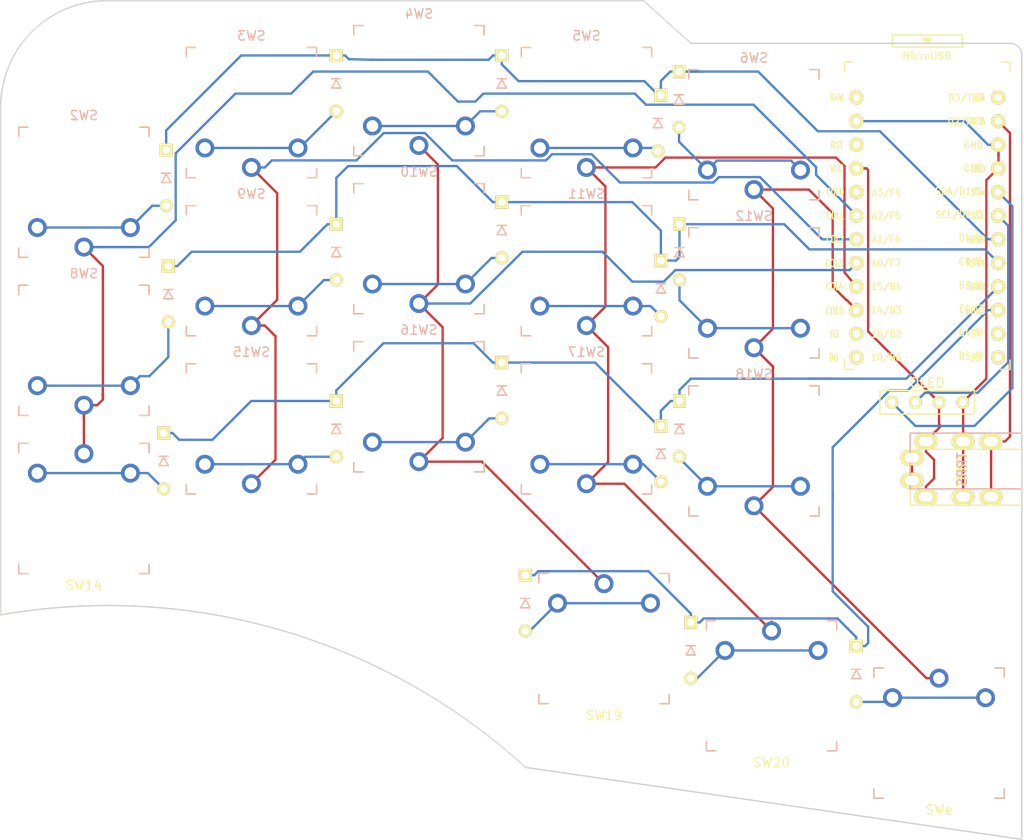
<source format=kicad_pcb>
(kicad_pcb (version 20171130) (host pcbnew "(5.1.5-0-10_14)")

  (general
    (thickness 1.6)
    (drawings 10)
    (tracks 312)
    (zones 0)
    (modules 39)
    (nets 42)
  )

  (page A4)
  (title_block
    (title "Corne Light")
    (date 2018-12-26)
    (rev 2.1)
    (company foostan)
  )

  (layers
    (0 F.Cu signal)
    (31 B.Cu signal)
    (32 B.Adhes user)
    (33 F.Adhes user)
    (34 B.Paste user hide)
    (35 F.Paste user)
    (36 B.SilkS user hide)
    (37 F.SilkS user hide)
    (38 B.Mask user hide)
    (39 F.Mask user)
    (40 Dwgs.User user)
    (41 Cmts.User user)
    (42 Eco1.User user)
    (43 Eco2.User user hide)
    (44 Edge.Cuts user)
    (45 Margin user)
    (46 B.CrtYd user)
    (47 F.CrtYd user)
    (48 B.Fab user hide)
    (49 F.Fab user)
  )

  (setup
    (last_trace_width 0.25)
    (user_trace_width 0.5)
    (trace_clearance 0.2)
    (zone_clearance 0.508)
    (zone_45_only no)
    (trace_min 0.2)
    (via_size 0.6)
    (via_drill 0.4)
    (via_min_size 0.4)
    (via_min_drill 0.3)
    (uvia_size 0.3)
    (uvia_drill 0.1)
    (uvias_allowed no)
    (uvia_min_size 0.2)
    (uvia_min_drill 0.1)
    (edge_width 0.15)
    (segment_width 0.15)
    (pcb_text_width 0.3)
    (pcb_text_size 1.5 1.5)
    (mod_edge_width 0.15)
    (mod_text_size 1 1)
    (mod_text_width 0.15)
    (pad_size 1.397 1.397)
    (pad_drill 0.8128)
    (pad_to_mask_clearance 0.2)
    (aux_axis_origin 145.73 12.66)
    (visible_elements FFFFEFFF)
    (pcbplotparams
      (layerselection 0x010f0_ffffffff)
      (usegerberextensions true)
      (usegerberattributes false)
      (usegerberadvancedattributes false)
      (creategerberjobfile false)
      (excludeedgelayer true)
      (linewidth 0.150000)
      (plotframeref false)
      (viasonmask false)
      (mode 1)
      (useauxorigin false)
      (hpglpennumber 1)
      (hpglpenspeed 20)
      (hpglpendiameter 15.000000)
      (psnegative false)
      (psa4output false)
      (plotreference true)
      (plotvalue true)
      (plotinvisibletext false)
      (padsonsilk false)
      (subtractmaskfromsilk false)
      (outputformat 1)
      (mirror false)
      (drillshape 0)
      (scaleselection 1)
      (outputdirectory "gerber/"))
  )

  (net 0 "")
  (net 1 row0)
  (net 2 row1)
  (net 3 "Net-(D2-Pad2)")
  (net 4 row2)
  (net 5 "Net-(D3-Pad2)")
  (net 6 row3)
  (net 7 "Net-(D4-Pad2)")
  (net 8 "Net-(D5-Pad2)")
  (net 9 "Net-(D6-Pad2)")
  (net 10 "Net-(D8-Pad2)")
  (net 11 "Net-(D9-Pad2)")
  (net 12 "Net-(D10-Pad2)")
  (net 13 "Net-(D11-Pad2)")
  (net 14 "Net-(D12-Pad2)")
  (net 15 "Net-(D14-Pad2)")
  (net 16 "Net-(D15-Pad2)")
  (net 17 "Net-(D16-Pad2)")
  (net 18 "Net-(D17-Pad2)")
  (net 19 "Net-(D18-Pad2)")
  (net 20 "Net-(D19-Pad2)")
  (net 21 "Net-(D20-Pad2)")
  (net 22 "Net-(D21-Pad2)")
  (net 23 GND)
  (net 24 VCC)
  (net 25 col0)
  (net 26 col1)
  (net 27 col2)
  (net 28 col3)
  (net 29 col4)
  (net 30 col5)
  (net 31 LED)
  (net 32 data)
  (net 33 reset)
  (net 34 SCL)
  (net 35 SDA)
  (net 36 "Net-(U1-Pad14)")
  (net 37 "Net-(U1-Pad13)")
  (net 38 "Net-(U1-Pad12)")
  (net 39 "Net-(U1-Pad11)")
  (net 40 "Net-(J1-PadA)")
  (net 41 "Net-(U1-Pad24)")

  (net_class Default "これは標準のネット クラスです。"
    (clearance 0.2)
    (trace_width 0.25)
    (via_dia 0.6)
    (via_drill 0.4)
    (uvia_dia 0.3)
    (uvia_drill 0.1)
    (add_net GND)
    (add_net LED)
    (add_net "Net-(D10-Pad2)")
    (add_net "Net-(D11-Pad2)")
    (add_net "Net-(D12-Pad2)")
    (add_net "Net-(D14-Pad2)")
    (add_net "Net-(D15-Pad2)")
    (add_net "Net-(D16-Pad2)")
    (add_net "Net-(D17-Pad2)")
    (add_net "Net-(D18-Pad2)")
    (add_net "Net-(D19-Pad2)")
    (add_net "Net-(D2-Pad2)")
    (add_net "Net-(D20-Pad2)")
    (add_net "Net-(D21-Pad2)")
    (add_net "Net-(D3-Pad2)")
    (add_net "Net-(D4-Pad2)")
    (add_net "Net-(D5-Pad2)")
    (add_net "Net-(D6-Pad2)")
    (add_net "Net-(D8-Pad2)")
    (add_net "Net-(D9-Pad2)")
    (add_net "Net-(J1-PadA)")
    (add_net "Net-(U1-Pad11)")
    (add_net "Net-(U1-Pad12)")
    (add_net "Net-(U1-Pad13)")
    (add_net "Net-(U1-Pad14)")
    (add_net "Net-(U1-Pad24)")
    (add_net SCL)
    (add_net SDA)
    (add_net VCC)
    (add_net col0)
    (add_net col1)
    (add_net col2)
    (add_net col3)
    (add_net col4)
    (add_net col5)
    (add_net data)
    (add_net reset)
    (add_net row0)
    (add_net row1)
    (add_net row2)
    (add_net row3)
  )

  (module "Choc Footprints:SW_PG1350_reversible" (layer B.Cu) (tedit 5DD501D8) (tstamp 5C238836)
    (at 117.89 90.17)
    (descr "Kailh \"Choc\" PG1350 keyswitch, able to be mounted on front or back of PCB")
    (tags kailh,choc)
    (path /5A5E37A4)
    (fp_text reference SW20 (at 4.600001 -6) (layer Dwgs.User) hide
      (effects (font (size 1 1) (thickness 0.15)))
    )
    (fp_text value SW_PUSH (at -0.5 -6) (layer Dwgs.User) hide
      (effects (font (size 1 1) (thickness 0.15)))
    )
    (fp_text user %R (at 0 0) (layer B.Fab)
      (effects (font (size 1 1) (thickness 0.15)) (justify mirror))
    )
    (fp_text user %R (at 0 0) (layer B.Fab)
      (effects (font (size 1 1) (thickness 0.15)) (justify mirror))
    )
    (fp_line (start -7.5 -7.5) (end -7.5 7.5) (layer B.Fab) (width 0.15))
    (fp_line (start 7.5 7.5) (end 7.5 -7.5) (layer B.Fab) (width 0.15))
    (fp_line (start 7.5 -7.5) (end -7.5 -7.5) (layer B.Fab) (width 0.15))
    (fp_line (start -7.5 7.5) (end 7.5 7.5) (layer B.Fab) (width 0.15))
    (fp_text user %V (at 0 -8.255) (layer F.Fab)
      (effects (font (size 1 1) (thickness 0.15)))
    )
    (fp_text user %R (at 0 8.255) (layer F.SilkS)
      (effects (font (size 1 1) (thickness 0.15)))
    )
    (fp_line (start -7.5 -7.5) (end -7.5 7.5) (layer F.Fab) (width 0.15))
    (fp_line (start 7.5 -7.5) (end -7.5 -7.5) (layer F.Fab) (width 0.15))
    (fp_line (start 7.5 7.5) (end 7.5 -7.5) (layer F.Fab) (width 0.15))
    (fp_line (start -7.5 7.5) (end 7.5 7.5) (layer F.Fab) (width 0.15))
    (fp_line (start -6.9 -6.9) (end -6.9 6.9) (layer Eco2.User) (width 0.15))
    (fp_line (start 6.9 6.9) (end 6.9 -6.9) (layer Eco2.User) (width 0.15))
    (fp_line (start 6.9 6.9) (end -6.9 6.9) (layer Eco2.User) (width 0.15))
    (fp_line (start -6.9 -6.9) (end 6.9 -6.9) (layer Eco2.User) (width 0.15))
    (fp_line (start 7 7) (end 7 6) (layer F.SilkS) (width 0.15))
    (fp_line (start 6 7) (end 7 7) (layer F.SilkS) (width 0.15))
    (fp_line (start 7 -7) (end 6 -7) (layer F.SilkS) (width 0.15))
    (fp_line (start 7 -6) (end 7 -7) (layer F.SilkS) (width 0.15))
    (fp_line (start -7 -7) (end -7 -6) (layer F.SilkS) (width 0.15))
    (fp_line (start -6 -7) (end -7 -7) (layer F.SilkS) (width 0.15))
    (fp_line (start -7 7) (end -6 7) (layer F.SilkS) (width 0.15))
    (fp_line (start -7 6) (end -7 7) (layer F.SilkS) (width 0.15))
    (fp_line (start -2.6 3.1) (end -2.6 6.3) (layer Eco2.User) (width 0.15))
    (fp_line (start 2.6 6.3) (end -2.6 6.3) (layer Eco2.User) (width 0.15))
    (fp_line (start 2.6 3.1) (end 2.6 6.3) (layer Eco2.User) (width 0.15))
    (fp_line (start -2.6 3.1) (end 2.6 3.1) (layer Eco2.User) (width 0.15))
    (fp_line (start -7 7) (end -6 7) (layer B.SilkS) (width 0.15))
    (fp_line (start -7 6) (end -7 7) (layer B.SilkS) (width 0.15))
    (fp_line (start -7 -7) (end -7 -6) (layer B.SilkS) (width 0.15))
    (fp_line (start -6 -7) (end -7 -7) (layer B.SilkS) (width 0.15))
    (fp_line (start 7 -7) (end 6 -7) (layer B.SilkS) (width 0.15))
    (fp_line (start 7 -6) (end 7 -7) (layer B.SilkS) (width 0.15))
    (fp_line (start 7 7) (end 7 6) (layer B.SilkS) (width 0.15))
    (fp_line (start 6 7) (end 7 7) (layer B.SilkS) (width 0.15))
    (pad "" np_thru_hole circle (at -5.5 0) (size 1.7018 1.7018) (drill 1.7018) (layers *.Cu *.Mask))
    (pad "" np_thru_hole circle (at 5.5 0) (size 1.7018 1.7018) (drill 1.7018) (layers *.Cu *.Mask))
    (pad "" np_thru_hole circle (at 5.22 4.2) (size 0.9906 0.9906) (drill 0.9906) (layers *.Cu *.Mask))
    (pad 1 thru_hole circle (at 0 -5.9) (size 2.032 2.032) (drill 1.27) (layers *.Cu *.Mask)
      (net 29 col4))
    (pad 2 thru_hole circle (at -5 -3.8) (size 2.032 2.032) (drill 1.27) (layers *.Cu *.Mask)
      (net 21 "Net-(D20-Pad2)"))
    (pad "" np_thru_hole circle (at 0 0) (size 3.429 3.429) (drill 3.429) (layers *.Cu *.Mask))
    (pad 2 thru_hole circle (at 5 -3.8) (size 2.032 2.032) (drill 1.27) (layers *.Cu *.Mask)
      (net 21 "Net-(D20-Pad2)"))
    (pad "" np_thru_hole circle (at -5.22 4.2) (size 0.9906 0.9906) (drill 0.9906) (layers *.Cu *.Mask))
  )

  (module "Choc Footprints:SW_PG1350_reversible" (layer F.Cu) (tedit 5DD501D8) (tstamp 5C23880A)
    (at 116 64.92)
    (descr "Kailh \"Choc\" PG1350 keyswitch, able to be mounted on front or back of PCB")
    (tags kailh,choc)
    (path /5A5E35D5)
    (fp_text reference SW18 (at 4.6 6 180) (layer Dwgs.User) hide
      (effects (font (size 1 1) (thickness 0.15)))
    )
    (fp_text value SW_PUSH (at -0.5 6 180) (layer Dwgs.User) hide
      (effects (font (size 1 1) (thickness 0.15)))
    )
    (fp_text user %R (at 0 0) (layer F.Fab)
      (effects (font (size 1 1) (thickness 0.15)))
    )
    (fp_text user %R (at 0 0) (layer F.Fab)
      (effects (font (size 1 1) (thickness 0.15)))
    )
    (fp_line (start -7.5 7.5) (end -7.5 -7.5) (layer F.Fab) (width 0.15))
    (fp_line (start 7.5 -7.5) (end 7.5 7.5) (layer F.Fab) (width 0.15))
    (fp_line (start 7.5 7.5) (end -7.5 7.5) (layer F.Fab) (width 0.15))
    (fp_line (start -7.5 -7.5) (end 7.5 -7.5) (layer F.Fab) (width 0.15))
    (fp_text user %V (at 0 8.255) (layer B.Fab)
      (effects (font (size 1 1) (thickness 0.15)) (justify mirror))
    )
    (fp_text user %R (at 0 -8.255) (layer B.SilkS)
      (effects (font (size 1 1) (thickness 0.15)) (justify mirror))
    )
    (fp_line (start -7.5 7.5) (end -7.5 -7.5) (layer B.Fab) (width 0.15))
    (fp_line (start 7.5 7.5) (end -7.5 7.5) (layer B.Fab) (width 0.15))
    (fp_line (start 7.5 -7.5) (end 7.5 7.5) (layer B.Fab) (width 0.15))
    (fp_line (start -7.5 -7.5) (end 7.5 -7.5) (layer B.Fab) (width 0.15))
    (fp_line (start -6.9 6.9) (end -6.9 -6.9) (layer Eco2.User) (width 0.15))
    (fp_line (start 6.9 -6.9) (end 6.9 6.9) (layer Eco2.User) (width 0.15))
    (fp_line (start 6.9 -6.9) (end -6.9 -6.9) (layer Eco2.User) (width 0.15))
    (fp_line (start -6.9 6.9) (end 6.9 6.9) (layer Eco2.User) (width 0.15))
    (fp_line (start 7 -7) (end 7 -6) (layer B.SilkS) (width 0.15))
    (fp_line (start 6 -7) (end 7 -7) (layer B.SilkS) (width 0.15))
    (fp_line (start 7 7) (end 6 7) (layer B.SilkS) (width 0.15))
    (fp_line (start 7 6) (end 7 7) (layer B.SilkS) (width 0.15))
    (fp_line (start -7 7) (end -7 6) (layer B.SilkS) (width 0.15))
    (fp_line (start -6 7) (end -7 7) (layer B.SilkS) (width 0.15))
    (fp_line (start -7 -7) (end -6 -7) (layer B.SilkS) (width 0.15))
    (fp_line (start -7 -6) (end -7 -7) (layer B.SilkS) (width 0.15))
    (fp_line (start -2.6 -3.1) (end -2.6 -6.3) (layer Eco2.User) (width 0.15))
    (fp_line (start 2.6 -6.3) (end -2.6 -6.3) (layer Eco2.User) (width 0.15))
    (fp_line (start 2.6 -3.1) (end 2.6 -6.3) (layer Eco2.User) (width 0.15))
    (fp_line (start -2.6 -3.1) (end 2.6 -3.1) (layer Eco2.User) (width 0.15))
    (fp_line (start -7 -7) (end -6 -7) (layer F.SilkS) (width 0.15))
    (fp_line (start -7 -6) (end -7 -7) (layer F.SilkS) (width 0.15))
    (fp_line (start -7 7) (end -7 6) (layer F.SilkS) (width 0.15))
    (fp_line (start -6 7) (end -7 7) (layer F.SilkS) (width 0.15))
    (fp_line (start 7 7) (end 6 7) (layer F.SilkS) (width 0.15))
    (fp_line (start 7 6) (end 7 7) (layer F.SilkS) (width 0.15))
    (fp_line (start 7 -7) (end 7 -6) (layer F.SilkS) (width 0.15))
    (fp_line (start 6 -7) (end 7 -7) (layer F.SilkS) (width 0.15))
    (pad "" np_thru_hole circle (at -5.5 0) (size 1.7018 1.7018) (drill 1.7018) (layers *.Cu *.Mask))
    (pad "" np_thru_hole circle (at 5.5 0) (size 1.7018 1.7018) (drill 1.7018) (layers *.Cu *.Mask))
    (pad "" np_thru_hole circle (at 5.22 -4.2) (size 0.9906 0.9906) (drill 0.9906) (layers *.Cu *.Mask))
    (pad 1 thru_hole circle (at 0 5.9) (size 2.032 2.032) (drill 1.27) (layers *.Cu *.Mask)
      (net 30 col5))
    (pad 2 thru_hole circle (at -5 3.8) (size 2.032 2.032) (drill 1.27) (layers *.Cu *.Mask)
      (net 19 "Net-(D18-Pad2)"))
    (pad "" np_thru_hole circle (at 0 0) (size 3.429 3.429) (drill 3.429) (layers *.Cu *.Mask))
    (pad 2 thru_hole circle (at 5 3.8) (size 2.032 2.032) (drill 1.27) (layers *.Cu *.Mask)
      (net 19 "Net-(D18-Pad2)"))
    (pad "" np_thru_hole circle (at -5.22 -4.2) (size 0.9906 0.9906) (drill 0.9906) (layers *.Cu *.Mask))
  )

  (module kbd:D3_TH (layer F.Cu) (tedit 5E860F4D) (tstamp 5C238634)
    (at 108 62.545 270)
    (descr "Resitance 3 pas")
    (tags R)
    (path /5A5E35ED)
    (autoplace_cost180 10)
    (fp_text reference D18 (at -0.315 0.05 270) (layer F.Fab) hide
      (effects (font (size 0.5 0.5) (thickness 0.125)))
    )
    (fp_text value D (at -0.55 0 270) (layer F.Fab) hide
      (effects (font (size 0.5 0.5) (thickness 0.125)))
    )
    (fp_line (start -0.5 -0.5) (end -0.5 0.5) (layer F.SilkS) (width 0.15))
    (fp_line (start 0.5 0.5) (end -0.4 0) (layer F.SilkS) (width 0.15))
    (fp_line (start 0.5 -0.5) (end 0.5 0.5) (layer F.SilkS) (width 0.15))
    (fp_line (start -0.4 0) (end 0.5 -0.5) (layer F.SilkS) (width 0.15))
    (fp_line (start -0.5 -0.5) (end -0.5 0.5) (layer B.SilkS) (width 0.15))
    (fp_line (start 0.5 0.5) (end -0.4 0) (layer B.SilkS) (width 0.15))
    (fp_line (start 0.5 -0.5) (end 0.5 0.5) (layer B.SilkS) (width 0.15))
    (fp_line (start -0.4 0) (end 0.5 -0.5) (layer B.SilkS) (width 0.15))
    (pad 2 thru_hole circle (at 3 0 270) (size 1.397 1.397) (drill 0.8128) (layers *.Cu *.Mask F.SilkS)
      (net 19 "Net-(D18-Pad2)"))
    (pad 1 thru_hole rect (at -3 0 270) (size 1.397 1.397) (drill 0.8128) (layers *.Cu *.Mask F.SilkS)
      (net 4 row2))
    (model Diodes_SMD.3dshapes/SMB_Handsoldering.wrl
      (at (xyz 0 0 0))
      (scale (xyz 0.22 0.15 0.15))
      (rotate (xyz 0 0 180))
    )
  )

  (module foostan:OLED_1side (layer F.Cu) (tedit 5E862E55) (tstamp 5E8684DB)
    (at 130.81 59.69)
    (descr "Connecteur 6 pins")
    (tags "CONN DEV")
    (path /5A91DA4B)
    (fp_text reference J2 (at 3.7 2.1 180) (layer F.Fab)
      (effects (font (size 0.8128 0.8128) (thickness 0.15)))
    )
    (fp_text value OLED (at 3.6 3.3) (layer F.SilkS) hide
      (effects (font (size 0.8128 0.8128) (thickness 0.15)))
    )
    (fp_text user OLED (at 3.8 -2.1) (layer F.SilkS)
      (effects (font (size 1 1) (thickness 0.15)))
    )
    (fp_line (start -1.27 1.27) (end -1.27 -1.27) (layer F.SilkS) (width 0.15))
    (fp_line (start 8.89 -1.27) (end 8.89 1.27) (layer F.SilkS) (width 0.15))
    (fp_line (start -1.27 -1.27) (end 8.89 -1.27) (layer F.SilkS) (width 0.15))
    (fp_line (start -1.27 1.27) (end 8.89 1.27) (layer F.SilkS) (width 0.15))
    (pad 4 thru_hole circle (at 7.62 0) (size 1.397 1.397) (drill 0.8128) (layers *.Cu *.Mask F.SilkS)
      (net 23 GND))
    (pad 3 thru_hole circle (at 5.08 0) (size 1.397 1.397) (drill 0.8128) (layers *.Cu *.Mask F.SilkS)
      (net 24 VCC))
    (pad 2 thru_hole circle (at 2.54 0) (size 1.397 1.397) (drill 0.8128) (layers *.Cu *.Mask F.SilkS)
      (net 34 SCL))
    (pad 1 thru_hole circle (at 0 0) (size 1.397 1.397) (drill 0.8128) (layers *.Cu *.Mask F.SilkS)
      (net 35 SDA))
  )

  (module "Choc Footprints:SW_PG1350_reversible" (layer B.Cu) (tedit 5DD501D8) (tstamp 5C238820)
    (at 99.89 85.09)
    (descr "Kailh \"Choc\" PG1350 keyswitch, able to be mounted on front or back of PCB")
    (tags kailh,choc)
    (path /5A5E37EC)
    (fp_text reference SW19 (at 4.6 -6 180) (layer Dwgs.User) hide
      (effects (font (size 1 1) (thickness 0.15)))
    )
    (fp_text value SW_PUSH (at -0.5 -6 180) (layer Dwgs.User) hide
      (effects (font (size 1 1) (thickness 0.15)))
    )
    (fp_text user %R (at 0 0) (layer B.Fab)
      (effects (font (size 1 1) (thickness 0.15)) (justify mirror))
    )
    (fp_text user %R (at 0 0) (layer B.Fab)
      (effects (font (size 1 1) (thickness 0.15)) (justify mirror))
    )
    (fp_line (start -7.5 -7.5) (end -7.5 7.5) (layer B.Fab) (width 0.15))
    (fp_line (start 7.5 7.5) (end 7.5 -7.5) (layer B.Fab) (width 0.15))
    (fp_line (start 7.5 -7.5) (end -7.5 -7.5) (layer B.Fab) (width 0.15))
    (fp_line (start -7.5 7.5) (end 7.5 7.5) (layer B.Fab) (width 0.15))
    (fp_text user %V (at 0 -8.255) (layer F.Fab)
      (effects (font (size 1 1) (thickness 0.15)))
    )
    (fp_text user %R (at 0 8.255) (layer F.SilkS)
      (effects (font (size 1 1) (thickness 0.15)))
    )
    (fp_line (start -7.5 -7.5) (end -7.5 7.5) (layer F.Fab) (width 0.15))
    (fp_line (start 7.5 -7.5) (end -7.5 -7.5) (layer F.Fab) (width 0.15))
    (fp_line (start 7.5 7.5) (end 7.5 -7.5) (layer F.Fab) (width 0.15))
    (fp_line (start -7.5 7.5) (end 7.5 7.5) (layer F.Fab) (width 0.15))
    (fp_line (start -6.9 -6.9) (end -6.9 6.9) (layer Eco2.User) (width 0.15))
    (fp_line (start 6.9 6.9) (end 6.9 -6.9) (layer Eco2.User) (width 0.15))
    (fp_line (start 6.9 6.9) (end -6.9 6.9) (layer Eco2.User) (width 0.15))
    (fp_line (start -6.9 -6.9) (end 6.9 -6.9) (layer Eco2.User) (width 0.15))
    (fp_line (start 7 7) (end 7 6) (layer F.SilkS) (width 0.15))
    (fp_line (start 6 7) (end 7 7) (layer F.SilkS) (width 0.15))
    (fp_line (start 7 -7) (end 6 -7) (layer F.SilkS) (width 0.15))
    (fp_line (start 7 -6) (end 7 -7) (layer F.SilkS) (width 0.15))
    (fp_line (start -7 -7) (end -7 -6) (layer F.SilkS) (width 0.15))
    (fp_line (start -6 -7) (end -7 -7) (layer F.SilkS) (width 0.15))
    (fp_line (start -7 7) (end -6 7) (layer F.SilkS) (width 0.15))
    (fp_line (start -7 6) (end -7 7) (layer F.SilkS) (width 0.15))
    (fp_line (start -2.6 3.1) (end -2.6 6.3) (layer Eco2.User) (width 0.15))
    (fp_line (start 2.6 6.3) (end -2.6 6.3) (layer Eco2.User) (width 0.15))
    (fp_line (start 2.6 3.1) (end 2.6 6.3) (layer Eco2.User) (width 0.15))
    (fp_line (start -2.6 3.1) (end 2.6 3.1) (layer Eco2.User) (width 0.15))
    (fp_line (start -7 7) (end -6 7) (layer B.SilkS) (width 0.15))
    (fp_line (start -7 6) (end -7 7) (layer B.SilkS) (width 0.15))
    (fp_line (start -7 -7) (end -7 -6) (layer B.SilkS) (width 0.15))
    (fp_line (start -6 -7) (end -7 -7) (layer B.SilkS) (width 0.15))
    (fp_line (start 7 -7) (end 6 -7) (layer B.SilkS) (width 0.15))
    (fp_line (start 7 -6) (end 7 -7) (layer B.SilkS) (width 0.15))
    (fp_line (start 7 7) (end 7 6) (layer B.SilkS) (width 0.15))
    (fp_line (start 6 7) (end 7 7) (layer B.SilkS) (width 0.15))
    (pad "" np_thru_hole circle (at -5.5 0) (size 1.7018 1.7018) (drill 1.7018) (layers *.Cu *.Mask))
    (pad "" np_thru_hole circle (at 5.5 0) (size 1.7018 1.7018) (drill 1.7018) (layers *.Cu *.Mask))
    (pad "" np_thru_hole circle (at 5.22 4.2) (size 0.9906 0.9906) (drill 0.9906) (layers *.Cu *.Mask))
    (pad 1 thru_hole circle (at 0 -5.9) (size 2.032 2.032) (drill 1.27) (layers *.Cu *.Mask)
      (net 28 col3))
    (pad 2 thru_hole circle (at -5 -3.8) (size 2.032 2.032) (drill 1.27) (layers *.Cu *.Mask)
      (net 20 "Net-(D19-Pad2)"))
    (pad "" np_thru_hole circle (at 0 0) (size 3.429 3.429) (drill 3.429) (layers *.Cu *.Mask))
    (pad 2 thru_hole circle (at 5 -3.8) (size 2.032 2.032) (drill 1.27) (layers *.Cu *.Mask)
      (net 20 "Net-(D19-Pad2)"))
    (pad "" np_thru_hole circle (at -5.22 4.2) (size 0.9906 0.9906) (drill 0.9906) (layers *.Cu *.Mask))
  )

  (module "Choc Footprints:SW_PG1350_reversible" (layer B.Cu) (tedit 5DD501D8) (tstamp 5C23884C)
    (at 135.89 95.25)
    (descr "Kailh \"Choc\" PG1350 keyswitch, able to be mounted on front or back of PCB")
    (tags kailh,choc)
    (path /5A5E37B0)
    (fp_text reference SWe (at 4.6 -6 180) (layer Dwgs.User) hide
      (effects (font (size 1 1) (thickness 0.15)))
    )
    (fp_text value SW_PUSH (at -0.5 -6 180) (layer Dwgs.User) hide
      (effects (font (size 1 1) (thickness 0.15)))
    )
    (fp_line (start 6 7) (end 7 7) (layer B.SilkS) (width 0.15))
    (fp_line (start 7 7) (end 7 6) (layer B.SilkS) (width 0.15))
    (fp_line (start 7 -6) (end 7 -7) (layer B.SilkS) (width 0.15))
    (fp_line (start 7 -7) (end 6 -7) (layer B.SilkS) (width 0.15))
    (fp_line (start -6 -7) (end -7 -7) (layer B.SilkS) (width 0.15))
    (fp_line (start -7 -7) (end -7 -6) (layer B.SilkS) (width 0.15))
    (fp_line (start -7 6) (end -7 7) (layer B.SilkS) (width 0.15))
    (fp_line (start -7 7) (end -6 7) (layer B.SilkS) (width 0.15))
    (fp_line (start -2.6 3.1) (end 2.6 3.1) (layer Eco2.User) (width 0.15))
    (fp_line (start 2.6 3.1) (end 2.6 6.3) (layer Eco2.User) (width 0.15))
    (fp_line (start 2.6 6.3) (end -2.6 6.3) (layer Eco2.User) (width 0.15))
    (fp_line (start -2.6 3.1) (end -2.6 6.3) (layer Eco2.User) (width 0.15))
    (fp_line (start -7 6) (end -7 7) (layer F.SilkS) (width 0.15))
    (fp_line (start -7 7) (end -6 7) (layer F.SilkS) (width 0.15))
    (fp_line (start -6 -7) (end -7 -7) (layer F.SilkS) (width 0.15))
    (fp_line (start -7 -7) (end -7 -6) (layer F.SilkS) (width 0.15))
    (fp_line (start 7 -6) (end 7 -7) (layer F.SilkS) (width 0.15))
    (fp_line (start 7 -7) (end 6 -7) (layer F.SilkS) (width 0.15))
    (fp_line (start 6 7) (end 7 7) (layer F.SilkS) (width 0.15))
    (fp_line (start 7 7) (end 7 6) (layer F.SilkS) (width 0.15))
    (fp_line (start -6.9 -6.9) (end 6.9 -6.9) (layer Eco2.User) (width 0.15))
    (fp_line (start 6.9 6.9) (end -6.9 6.9) (layer Eco2.User) (width 0.15))
    (fp_line (start 6.9 6.9) (end 6.9 -6.9) (layer Eco2.User) (width 0.15))
    (fp_line (start -6.9 -6.9) (end -6.9 6.9) (layer Eco2.User) (width 0.15))
    (fp_line (start -7.5 7.5) (end 7.5 7.5) (layer F.Fab) (width 0.15))
    (fp_line (start 7.5 7.5) (end 7.5 -7.5) (layer F.Fab) (width 0.15))
    (fp_line (start 7.5 -7.5) (end -7.5 -7.5) (layer F.Fab) (width 0.15))
    (fp_line (start -7.5 -7.5) (end -7.5 7.5) (layer F.Fab) (width 0.15))
    (fp_text user %R (at 0 8.255) (layer F.SilkS)
      (effects (font (size 1 1) (thickness 0.15)))
    )
    (fp_text user %V (at 0 -8.255) (layer F.Fab)
      (effects (font (size 1 1) (thickness 0.15)))
    )
    (fp_line (start -7.5 7.5) (end 7.5 7.5) (layer B.Fab) (width 0.15))
    (fp_line (start 7.5 -7.5) (end -7.5 -7.5) (layer B.Fab) (width 0.15))
    (fp_line (start 7.5 7.5) (end 7.5 -7.5) (layer B.Fab) (width 0.15))
    (fp_line (start -7.5 -7.5) (end -7.5 7.5) (layer B.Fab) (width 0.15))
    (fp_text user %R (at 0 0) (layer B.Fab)
      (effects (font (size 1 1) (thickness 0.15)) (justify mirror))
    )
    (fp_text user %R (at 0 0) (layer F.Fab)
      (effects (font (size 1 1) (thickness 0.15)))
    )
    (pad "" np_thru_hole circle (at -5.22 4.2) (size 0.9906 0.9906) (drill 0.9906) (layers *.Cu *.Mask))
    (pad 2 thru_hole circle (at 5 -3.8) (size 2.032 2.032) (drill 1.27) (layers *.Cu *.Mask)
      (net 22 "Net-(D21-Pad2)"))
    (pad "" np_thru_hole circle (at 0 0) (size 3.429 3.429) (drill 3.429) (layers *.Cu *.Mask))
    (pad 2 thru_hole circle (at -5 -3.8) (size 2.032 2.032) (drill 1.27) (layers *.Cu *.Mask)
      (net 22 "Net-(D21-Pad2)"))
    (pad 1 thru_hole circle (at 0 -5.9) (size 2.032 2.032) (drill 1.27) (layers *.Cu *.Mask)
      (net 30 col5))
    (pad "" np_thru_hole circle (at 5.22 4.2) (size 0.9906 0.9906) (drill 0.9906) (layers *.Cu *.Mask))
    (pad "" np_thru_hole circle (at 5.5 0) (size 1.7018 1.7018) (drill 1.7018) (layers *.Cu *.Mask))
    (pad "" np_thru_hole circle (at -5.5 0) (size 1.7018 1.7018) (drill 1.7018) (layers *.Cu *.Mask))
  )

  (module kbd:ProMicro_v3 (layer F.Cu) (tedit 5E3AA86E) (tstamp 5C238F3C)
    (at 134.62 41.4)
    (path /5A5E14C2)
    (fp_text reference U1 (at -0.1 -0.05 270) (layer F.SilkS) hide
      (effects (font (size 1 1) (thickness 0.15)))
    )
    (fp_text value ProMicro (at -0.45 -17) (layer F.Fab) hide
      (effects (font (size 1 1) (thickness 0.15)))
    )
    (fp_line (start 8.9 14.75) (end 7.89 14.75) (layer F.SilkS) (width 0.15))
    (fp_line (start -8.9 14.75) (end -7.9 14.75) (layer F.SilkS) (width 0.15))
    (fp_line (start 8.9 13.75) (end 8.9 14.75) (layer F.SilkS) (width 0.15))
    (fp_line (start -8.9 13.7) (end -8.9 14.75) (layer F.SilkS) (width 0.15))
    (fp_line (start 8.9 -18.3) (end 7.95 -18.3) (layer F.SilkS) (width 0.15))
    (fp_line (start -8.9 -18.3) (end -7.9 -18.3) (layer F.SilkS) (width 0.15))
    (fp_line (start 8.9 -18.3) (end 8.9 -17.3) (layer F.SilkS) (width 0.15))
    (fp_line (start -8.9 -18.3) (end -8.9 -17.3) (layer F.SilkS) (width 0.15))
    (fp_text user "" (at -1.2065 -16.256) (layer B.SilkS)
      (effects (font (size 1 1) (thickness 0.15)) (justify mirror))
    )
    (fp_text user "" (at -0.545 -17.4) (layer F.SilkS)
      (effects (font (size 1 1) (thickness 0.15)))
    )
    (fp_line (start -8.9 14.75) (end -8.9 -18.3) (layer F.Fab) (width 0.15))
    (fp_line (start 8.9 14.75) (end -8.9 14.75) (layer F.Fab) (width 0.15))
    (fp_line (start 8.9 -18.3) (end 8.9 14.75) (layer F.Fab) (width 0.15))
    (fp_line (start -8.9 -18.3) (end -3.75 -18.3) (layer F.Fab) (width 0.15))
    (fp_text user RAW (at -9.7155 -14.478 unlocked) (layer F.SilkS)
      (effects (font (size 0.75 0.5) (thickness 0.125)))
    )
    (fp_text user GND (at 5.461 -6.7945 unlocked) (layer F.SilkS)
      (effects (font (size 0.75 0.5) (thickness 0.125)))
    )
    (fp_text user RST (at -9.7155 -9.3345 unlocked) (layer F.SilkS)
      (effects (font (size 0.75 0.5) (thickness 0.125)))
    )
    (fp_text user VCC (at -9.7155 -6.858 unlocked) (layer F.SilkS)
      (effects (font (size 0.75 0.5) (thickness 0.125)))
    )
    (fp_text user A3/F4 (at -4.395 -4.25 unlocked) (layer F.SilkS)
      (effects (font (size 0.75 0.67) (thickness 0.125)))
    )
    (fp_text user A2/F5 (at -4.395 -1.75 unlocked) (layer F.SilkS)
      (effects (font (size 0.75 0.67) (thickness 0.125)))
    )
    (fp_text user A1/F6 (at -4.395 0.75 unlocked) (layer F.SilkS)
      (effects (font (size 0.75 0.67) (thickness 0.125)))
    )
    (fp_text user A0/F7 (at -4.395 3.3 unlocked) (layer F.SilkS)
      (effects (font (size 0.75 0.67) (thickness 0.125)))
    )
    (fp_text user 15/B1 (at -4.395 5.85 unlocked) (layer F.SilkS)
      (effects (font (size 0.75 0.67) (thickness 0.125)))
    )
    (fp_text user 14/B3 (at -4.395 8.4 unlocked) (layer F.SilkS)
      (effects (font (size 0.75 0.67) (thickness 0.125)))
    )
    (fp_text user 10/B6 (at -4.395 13.45 unlocked) (layer F.SilkS)
      (effects (font (size 0.75 0.67) (thickness 0.125)))
    )
    (fp_text user 16/B2 (at -4.395 10.95 unlocked) (layer F.SilkS)
      (effects (font (size 0.75 0.67) (thickness 0.125)))
    )
    (fp_text user E6/7 (at 4.705 8.25 unlocked) (layer F.SilkS)
      (effects (font (size 0.75 0.67) (thickness 0.125)))
    )
    (fp_text user D7/6 (at 4.705 5.7 unlocked) (layer F.SilkS)
      (effects (font (size 0.75 0.67) (thickness 0.125)))
    )
    (fp_text user GND (at 4.955 -9.35 unlocked) (layer F.SilkS)
      (effects (font (size 0.75 0.67) (thickness 0.125)))
    )
    (fp_text user GND (at 4.955 -6.9 unlocked) (layer F.SilkS)
      (effects (font (size 0.75 0.67) (thickness 0.125)))
    )
    (fp_text user D3/TX0 (at 4.155 -14.45 unlocked) (layer F.SilkS)
      (effects (font (size 0.75 0.67) (thickness 0.125)))
    )
    (fp_text user D4/4 (at 4.705 0.6 unlocked) (layer F.SilkS)
      (effects (font (size 0.75 0.67) (thickness 0.125)))
    )
    (fp_text user SDA/D1/2 (at 3.455 -4.4 unlocked) (layer F.SilkS)
      (effects (font (size 0.75 0.67) (thickness 0.125)))
    )
    (fp_text user SCL/D0/3 (at 3.455 -1.9 unlocked) (layer F.SilkS)
      (effects (font (size 0.75 0.67) (thickness 0.125)))
    )
    (fp_text user C6/5 (at 4.705 3.15 unlocked) (layer F.SilkS)
      (effects (font (size 0.75 0.67) (thickness 0.125)))
    )
    (fp_text user B5/9 (at 4.705 13.3 unlocked) (layer F.SilkS)
      (effects (font (size 0.75 0.67) (thickness 0.125)))
    )
    (fp_text user D2/RX1 (at 4.155 -11.9 unlocked) (layer F.SilkS)
      (effects (font (size 0.75 0.67) (thickness 0.125)))
    )
    (fp_text user B4/8 (at 4.705 10.8 unlocked) (layer F.SilkS)
      (effects (font (size 0.75 0.67) (thickness 0.125)))
    )
    (fp_line (start -3.75 -19.6) (end 3.75 -19.6) (layer F.Fab) (width 0.15))
    (fp_line (start 3.75 -19.6) (end 3.75 -18.3) (layer F.Fab) (width 0.15))
    (fp_line (start -3.75 -19.6) (end -3.75 -18.299039) (layer F.Fab) (width 0.15))
    (fp_line (start -3.75 -18.3) (end 3.75 -18.3) (layer F.Fab) (width 0.15))
    (fp_line (start 3.76 -18.3) (end 8.9 -18.3) (layer F.Fab) (width 0.15))
    (fp_line (start -3.75 -21.2) (end -3.75 -19.9) (layer F.SilkS) (width 0.15))
    (fp_line (start -3.75 -19.9) (end 3.75 -19.9) (layer F.SilkS) (width 0.15))
    (fp_line (start 3.75 -19.9) (end 3.75 -21.2) (layer F.SilkS) (width 0.15))
    (fp_line (start 3.75 -21.2) (end -3.75 -21.2) (layer F.SilkS) (width 0.15))
    (fp_line (start -0.5 -20.85) (end 0.5 -20.85) (layer F.SilkS) (width 0.15))
    (fp_line (start 0.5 -20.85) (end 0 -20.2) (layer F.SilkS) (width 0.15))
    (fp_line (start 0 -20.2) (end -0.5 -20.85) (layer F.SilkS) (width 0.15))
    (fp_line (start -0.35 -20.7) (end 0.35 -20.7) (layer F.SilkS) (width 0.15))
    (fp_line (start -0.25 -20.55) (end 0.25 -20.55) (layer F.SilkS) (width 0.15))
    (fp_line (start -0.15 -20.4) (end 0.15 -20.4) (layer F.SilkS) (width 0.15))
    (fp_text user MicroUSB (at -0.05 -18.95) (layer F.SilkS)
      (effects (font (size 0.75 0.75) (thickness 0.12)))
    )
    (fp_text user LED (at 5.5 -14.478) (layer F.SilkS)
      (effects (font (size 0.75 0.5) (thickness 0.125)))
    )
    (fp_text user DATA (at 5.35 -11.95) (layer F.SilkS)
      (effects (font (size 0.75 0.5) (thickness 0.125)))
    )
    (fp_text user COL3 (at -10 3.35) (layer F.SilkS)
      (effects (font (size 0.75 0.5) (thickness 0.125)))
    )
    (fp_text user ROW0 (at 5.2 0.8) (layer F.SilkS)
      (effects (font (size 0.75 0.5) (thickness 0.125)))
    )
    (fp_text user COL2 (at -9.9 0.762) (layer F.SilkS)
      (effects (font (size 0.75 0.5) (thickness 0.125)))
    )
    (fp_text user SCL (at 5.461 -1.778) (layer F.SilkS)
      (effects (font (size 0.75 0.5) (thickness 0.125)))
    )
    (fp_text user COL1 (at -9.85 -1.778) (layer F.SilkS)
      (effects (font (size 0.75 0.5) (thickness 0.125)))
    )
    (fp_text user SDA (at 5.461 -4.318) (layer F.SilkS)
      (effects (font (size 0.75 0.5) (thickness 0.125)))
    )
    (fp_text user COL0 (at -9.9 -4.3) (layer F.SilkS)
      (effects (font (size 0.75 0.5) (thickness 0.125)))
    )
    (fp_text user B6 (at -10.05 13.5) (layer F.SilkS)
      (effects (font (size 0.75 0.5) (thickness 0.125)))
    )
    (fp_text user B5 (at 5.2 13.5255) (layer F.SilkS)
      (effects (font (size 0.75 0.5) (thickness 0.125)))
    )
    (fp_text user B4 (at 5.2 10.922) (layer F.SilkS)
      (effects (font (size 0.75 0.5) (thickness 0.125)))
    )
    (fp_text user B2 (at -9.95 10.95) (layer F.SilkS)
      (effects (font (size 0.75 0.5) (thickness 0.125)))
    )
    (fp_text user ROW3 (at 5.2 8.4455) (layer F.SilkS)
      (effects (font (size 0.75 0.5) (thickness 0.125)))
    )
    (fp_text user COL5 (at -9.95 8.4455) (layer F.SilkS)
      (effects (font (size 0.75 0.5) (thickness 0.125)))
    )
    (fp_text user ROW2 (at 5.2 5.85) (layer F.SilkS)
      (effects (font (size 0.75 0.5) (thickness 0.125)))
    )
    (fp_text user COL4 (at -9.95 5.85) (layer F.SilkS)
      (effects (font (size 0.75 0.5) (thickness 0.125)))
    )
    (fp_text user ROW1 (at 5.25 3.302) (layer F.SilkS)
      (effects (font (size 0.75 0.5) (thickness 0.125)))
    )
    (pad 24 thru_hole circle (at -7.6086 -14.478) (size 1.524 1.524) (drill 0.8128) (layers *.Cu *.Mask F.SilkS)
      (net 41 "Net-(U1-Pad24)"))
    (pad 23 thru_hole circle (at -7.6086 -11.938) (size 1.524 1.524) (drill 0.8128) (layers *.Cu *.Mask F.SilkS)
      (net 23 GND))
    (pad 22 thru_hole circle (at -7.6086 -9.398) (size 1.524 1.524) (drill 0.8128) (layers *.Cu *.Mask F.SilkS)
      (net 33 reset))
    (pad 21 thru_hole circle (at -7.6086 -6.858) (size 1.524 1.524) (drill 0.8128) (layers *.Cu *.Mask F.SilkS)
      (net 24 VCC))
    (pad 20 thru_hole circle (at -7.6086 -4.318) (size 1.524 1.524) (drill 0.8128) (layers *.Cu *.Mask F.SilkS)
      (net 25 col0))
    (pad 19 thru_hole circle (at -7.6086 -1.778) (size 1.524 1.524) (drill 0.8128) (layers *.Cu *.Mask F.SilkS)
      (net 26 col1))
    (pad 18 thru_hole circle (at -7.6086 0.762) (size 1.524 1.524) (drill 0.8128) (layers *.Cu *.Mask F.SilkS)
      (net 27 col2))
    (pad 17 thru_hole circle (at -7.6086 3.302) (size 1.524 1.524) (drill 0.8128) (layers *.Cu *.Mask F.SilkS)
      (net 28 col3))
    (pad 16 thru_hole circle (at -7.6086 5.842) (size 1.524 1.524) (drill 0.8128) (layers *.Cu *.Mask F.SilkS)
      (net 29 col4))
    (pad 15 thru_hole circle (at -7.6086 8.382) (size 1.524 1.524) (drill 0.8128) (layers *.Cu *.Mask F.SilkS)
      (net 30 col5))
    (pad 14 thru_hole circle (at -7.6086 10.922) (size 1.524 1.524) (drill 0.8128) (layers *.Cu *.Mask F.SilkS)
      (net 36 "Net-(U1-Pad14)"))
    (pad 13 thru_hole circle (at -7.6086 13.462) (size 1.524 1.524) (drill 0.8128) (layers *.Cu *.Mask F.SilkS)
      (net 37 "Net-(U1-Pad13)"))
    (pad 12 thru_hole circle (at 7.6114 13.462) (size 1.524 1.524) (drill 0.8128) (layers *.Cu *.Mask F.SilkS)
      (net 38 "Net-(U1-Pad12)"))
    (pad 11 thru_hole circle (at 7.6114 10.922) (size 1.524 1.524) (drill 0.8128) (layers *.Cu *.Mask F.SilkS)
      (net 39 "Net-(U1-Pad11)"))
    (pad 10 thru_hole circle (at 7.6114 8.382) (size 1.524 1.524) (drill 0.8128) (layers *.Cu *.Mask F.SilkS)
      (net 6 row3))
    (pad 9 thru_hole circle (at 7.6114 5.842) (size 1.524 1.524) (drill 0.8128) (layers *.Cu *.Mask F.SilkS)
      (net 4 row2))
    (pad 8 thru_hole circle (at 7.6114 3.302) (size 1.524 1.524) (drill 0.8128) (layers *.Cu *.Mask F.SilkS)
      (net 2 row1))
    (pad 7 thru_hole circle (at 7.6114 0.762) (size 1.524 1.524) (drill 0.8128) (layers *.Cu *.Mask F.SilkS)
      (net 1 row0))
    (pad 6 thru_hole circle (at 7.6114 -1.778) (size 1.524 1.524) (drill 0.8128) (layers *.Cu *.Mask F.SilkS)
      (net 34 SCL))
    (pad 5 thru_hole circle (at 7.6114 -4.318) (size 1.524 1.524) (drill 0.8128) (layers *.Cu *.Mask F.SilkS)
      (net 35 SDA))
    (pad 4 thru_hole circle (at 7.6114 -6.858) (size 1.524 1.524) (drill 0.8128) (layers *.Cu *.Mask F.SilkS)
      (net 23 GND))
    (pad 3 thru_hole circle (at 7.6114 -9.398) (size 1.524 1.524) (drill 0.8128) (layers *.Cu *.Mask F.SilkS)
      (net 23 GND))
    (pad 2 thru_hole circle (at 7.6114 -11.938) (size 1.524 1.524) (drill 0.8128) (layers *.Cu *.Mask F.SilkS)
      (net 32 data))
    (pad 1 thru_hole circle (at 7.6114 -14.478) (size 1.524 1.524) (drill 0.8128) (layers *.Cu *.Mask F.SilkS)
      (net 31 LED))
  )

  (module "Choc Footprints:SW_PG1350_reversible" (layer F.Cu) (tedit 5DD501D8) (tstamp 5C2387F4)
    (at 98 62.545)
    (descr "Kailh \"Choc\" PG1350 keyswitch, able to be mounted on front or back of PCB")
    (tags kailh,choc)
    (path /5A5E35CF)
    (fp_text reference SW17 (at 4.6 6 180) (layer Dwgs.User) hide
      (effects (font (size 1 1) (thickness 0.15)))
    )
    (fp_text value SW_PUSH (at -0.5 6 180) (layer Dwgs.User) hide
      (effects (font (size 1 1) (thickness 0.15)))
    )
    (fp_text user %R (at 0 0) (layer F.Fab)
      (effects (font (size 1 1) (thickness 0.15)))
    )
    (fp_text user %R (at 0 0) (layer F.Fab)
      (effects (font (size 1 1) (thickness 0.15)))
    )
    (fp_line (start -7.5 7.5) (end -7.5 -7.5) (layer F.Fab) (width 0.15))
    (fp_line (start 7.5 -7.5) (end 7.5 7.5) (layer F.Fab) (width 0.15))
    (fp_line (start 7.5 7.5) (end -7.5 7.5) (layer F.Fab) (width 0.15))
    (fp_line (start -7.5 -7.5) (end 7.5 -7.5) (layer F.Fab) (width 0.15))
    (fp_text user %V (at 0 8.255) (layer B.Fab)
      (effects (font (size 1 1) (thickness 0.15)) (justify mirror))
    )
    (fp_text user %R (at 0 -8.255) (layer B.SilkS)
      (effects (font (size 1 1) (thickness 0.15)) (justify mirror))
    )
    (fp_line (start -7.5 7.5) (end -7.5 -7.5) (layer B.Fab) (width 0.15))
    (fp_line (start 7.5 7.5) (end -7.5 7.5) (layer B.Fab) (width 0.15))
    (fp_line (start 7.5 -7.5) (end 7.5 7.5) (layer B.Fab) (width 0.15))
    (fp_line (start -7.5 -7.5) (end 7.5 -7.5) (layer B.Fab) (width 0.15))
    (fp_line (start -6.9 6.9) (end -6.9 -6.9) (layer Eco2.User) (width 0.15))
    (fp_line (start 6.9 -6.9) (end 6.9 6.9) (layer Eco2.User) (width 0.15))
    (fp_line (start 6.9 -6.9) (end -6.9 -6.9) (layer Eco2.User) (width 0.15))
    (fp_line (start -6.9 6.9) (end 6.9 6.9) (layer Eco2.User) (width 0.15))
    (fp_line (start 7 -7) (end 7 -6) (layer B.SilkS) (width 0.15))
    (fp_line (start 6 -7) (end 7 -7) (layer B.SilkS) (width 0.15))
    (fp_line (start 7 7) (end 6 7) (layer B.SilkS) (width 0.15))
    (fp_line (start 7 6) (end 7 7) (layer B.SilkS) (width 0.15))
    (fp_line (start -7 7) (end -7 6) (layer B.SilkS) (width 0.15))
    (fp_line (start -6 7) (end -7 7) (layer B.SilkS) (width 0.15))
    (fp_line (start -7 -7) (end -6 -7) (layer B.SilkS) (width 0.15))
    (fp_line (start -7 -6) (end -7 -7) (layer B.SilkS) (width 0.15))
    (fp_line (start -2.6 -3.1) (end -2.6 -6.3) (layer Eco2.User) (width 0.15))
    (fp_line (start 2.6 -6.3) (end -2.6 -6.3) (layer Eco2.User) (width 0.15))
    (fp_line (start 2.6 -3.1) (end 2.6 -6.3) (layer Eco2.User) (width 0.15))
    (fp_line (start -2.6 -3.1) (end 2.6 -3.1) (layer Eco2.User) (width 0.15))
    (fp_line (start -7 -7) (end -6 -7) (layer F.SilkS) (width 0.15))
    (fp_line (start -7 -6) (end -7 -7) (layer F.SilkS) (width 0.15))
    (fp_line (start -7 7) (end -7 6) (layer F.SilkS) (width 0.15))
    (fp_line (start -6 7) (end -7 7) (layer F.SilkS) (width 0.15))
    (fp_line (start 7 7) (end 6 7) (layer F.SilkS) (width 0.15))
    (fp_line (start 7 6) (end 7 7) (layer F.SilkS) (width 0.15))
    (fp_line (start 7 -7) (end 7 -6) (layer F.SilkS) (width 0.15))
    (fp_line (start 6 -7) (end 7 -7) (layer F.SilkS) (width 0.15))
    (pad "" np_thru_hole circle (at -5.5 0) (size 1.7018 1.7018) (drill 1.7018) (layers *.Cu *.Mask))
    (pad "" np_thru_hole circle (at 5.5 0) (size 1.7018 1.7018) (drill 1.7018) (layers *.Cu *.Mask))
    (pad "" np_thru_hole circle (at 5.22 -4.2) (size 0.9906 0.9906) (drill 0.9906) (layers *.Cu *.Mask))
    (pad 1 thru_hole circle (at 0 5.9) (size 2.032 2.032) (drill 1.27) (layers *.Cu *.Mask)
      (net 29 col4))
    (pad 2 thru_hole circle (at -5 3.8) (size 2.032 2.032) (drill 1.27) (layers *.Cu *.Mask)
      (net 18 "Net-(D17-Pad2)"))
    (pad "" np_thru_hole circle (at 0 0) (size 3.429 3.429) (drill 3.429) (layers *.Cu *.Mask))
    (pad 2 thru_hole circle (at 5 3.8) (size 2.032 2.032) (drill 1.27) (layers *.Cu *.Mask)
      (net 18 "Net-(D17-Pad2)"))
    (pad "" np_thru_hole circle (at -5.22 -4.2) (size 0.9906 0.9906) (drill 0.9906) (layers *.Cu *.Mask))
  )

  (module "Choc Footprints:SW_PG1350_reversible" (layer F.Cu) (tedit 5DD501D8) (tstamp 5C2387DE)
    (at 80 60.17)
    (descr "Kailh \"Choc\" PG1350 keyswitch, able to be mounted on front or back of PCB")
    (tags kailh,choc)
    (path /5A5E35C9)
    (fp_text reference SW16 (at 4.6 6 180) (layer Dwgs.User) hide
      (effects (font (size 1 1) (thickness 0.15)))
    )
    (fp_text value SW_PUSH (at -0.5 6 180) (layer Dwgs.User) hide
      (effects (font (size 1 1) (thickness 0.15)))
    )
    (fp_text user %R (at 0 0) (layer F.Fab)
      (effects (font (size 1 1) (thickness 0.15)))
    )
    (fp_text user %R (at 0 0) (layer F.Fab)
      (effects (font (size 1 1) (thickness 0.15)))
    )
    (fp_line (start -7.5 7.5) (end -7.5 -7.5) (layer F.Fab) (width 0.15))
    (fp_line (start 7.5 -7.5) (end 7.5 7.5) (layer F.Fab) (width 0.15))
    (fp_line (start 7.5 7.5) (end -7.5 7.5) (layer F.Fab) (width 0.15))
    (fp_line (start -7.5 -7.5) (end 7.5 -7.5) (layer F.Fab) (width 0.15))
    (fp_text user %V (at 0 8.255) (layer B.Fab)
      (effects (font (size 1 1) (thickness 0.15)) (justify mirror))
    )
    (fp_text user %R (at 0 -8.255) (layer B.SilkS)
      (effects (font (size 1 1) (thickness 0.15)) (justify mirror))
    )
    (fp_line (start -7.5 7.5) (end -7.5 -7.5) (layer B.Fab) (width 0.15))
    (fp_line (start 7.5 7.5) (end -7.5 7.5) (layer B.Fab) (width 0.15))
    (fp_line (start 7.5 -7.5) (end 7.5 7.5) (layer B.Fab) (width 0.15))
    (fp_line (start -7.5 -7.5) (end 7.5 -7.5) (layer B.Fab) (width 0.15))
    (fp_line (start -6.9 6.9) (end -6.9 -6.9) (layer Eco2.User) (width 0.15))
    (fp_line (start 6.9 -6.9) (end 6.9 6.9) (layer Eco2.User) (width 0.15))
    (fp_line (start 6.9 -6.9) (end -6.9 -6.9) (layer Eco2.User) (width 0.15))
    (fp_line (start -6.9 6.9) (end 6.9 6.9) (layer Eco2.User) (width 0.15))
    (fp_line (start 7 -7) (end 7 -6) (layer B.SilkS) (width 0.15))
    (fp_line (start 6 -7) (end 7 -7) (layer B.SilkS) (width 0.15))
    (fp_line (start 7 7) (end 6 7) (layer B.SilkS) (width 0.15))
    (fp_line (start 7 6) (end 7 7) (layer B.SilkS) (width 0.15))
    (fp_line (start -7 7) (end -7 6) (layer B.SilkS) (width 0.15))
    (fp_line (start -6 7) (end -7 7) (layer B.SilkS) (width 0.15))
    (fp_line (start -7 -7) (end -6 -7) (layer B.SilkS) (width 0.15))
    (fp_line (start -7 -6) (end -7 -7) (layer B.SilkS) (width 0.15))
    (fp_line (start -2.6 -3.1) (end -2.6 -6.3) (layer Eco2.User) (width 0.15))
    (fp_line (start 2.6 -6.3) (end -2.6 -6.3) (layer Eco2.User) (width 0.15))
    (fp_line (start 2.6 -3.1) (end 2.6 -6.3) (layer Eco2.User) (width 0.15))
    (fp_line (start -2.6 -3.1) (end 2.6 -3.1) (layer Eco2.User) (width 0.15))
    (fp_line (start -7 -7) (end -6 -7) (layer F.SilkS) (width 0.15))
    (fp_line (start -7 -6) (end -7 -7) (layer F.SilkS) (width 0.15))
    (fp_line (start -7 7) (end -7 6) (layer F.SilkS) (width 0.15))
    (fp_line (start -6 7) (end -7 7) (layer F.SilkS) (width 0.15))
    (fp_line (start 7 7) (end 6 7) (layer F.SilkS) (width 0.15))
    (fp_line (start 7 6) (end 7 7) (layer F.SilkS) (width 0.15))
    (fp_line (start 7 -7) (end 7 -6) (layer F.SilkS) (width 0.15))
    (fp_line (start 6 -7) (end 7 -7) (layer F.SilkS) (width 0.15))
    (pad "" np_thru_hole circle (at -5.5 0) (size 1.7018 1.7018) (drill 1.7018) (layers *.Cu *.Mask))
    (pad "" np_thru_hole circle (at 5.5 0) (size 1.7018 1.7018) (drill 1.7018) (layers *.Cu *.Mask))
    (pad "" np_thru_hole circle (at 5.22 -4.2) (size 0.9906 0.9906) (drill 0.9906) (layers *.Cu *.Mask))
    (pad 1 thru_hole circle (at 0 5.9) (size 2.032 2.032) (drill 1.27) (layers *.Cu *.Mask)
      (net 28 col3))
    (pad 2 thru_hole circle (at -5 3.8) (size 2.032 2.032) (drill 1.27) (layers *.Cu *.Mask)
      (net 17 "Net-(D16-Pad2)"))
    (pad "" np_thru_hole circle (at 0 0) (size 3.429 3.429) (drill 3.429) (layers *.Cu *.Mask))
    (pad 2 thru_hole circle (at 5 3.8) (size 2.032 2.032) (drill 1.27) (layers *.Cu *.Mask)
      (net 17 "Net-(D16-Pad2)"))
    (pad "" np_thru_hole circle (at -5.22 -4.2) (size 0.9906 0.9906) (drill 0.9906) (layers *.Cu *.Mask))
  )

  (module "Choc Footprints:SW_PG1350_reversible" (layer F.Cu) (tedit 5DD501D8) (tstamp 5C2387C8)
    (at 62 62.545)
    (descr "Kailh \"Choc\" PG1350 keyswitch, able to be mounted on front or back of PCB")
    (tags kailh,choc)
    (path /5A5E35BD)
    (fp_text reference SW15 (at 4.6 6 180) (layer Dwgs.User) hide
      (effects (font (size 1 1) (thickness 0.15)))
    )
    (fp_text value SW_PUSH (at -0.5 6 180) (layer Dwgs.User) hide
      (effects (font (size 1 1) (thickness 0.15)))
    )
    (fp_text user %R (at 0 0) (layer F.Fab)
      (effects (font (size 1 1) (thickness 0.15)))
    )
    (fp_text user %R (at 0 0) (layer F.Fab)
      (effects (font (size 1 1) (thickness 0.15)))
    )
    (fp_line (start -7.5 7.5) (end -7.5 -7.5) (layer F.Fab) (width 0.15))
    (fp_line (start 7.5 -7.5) (end 7.5 7.5) (layer F.Fab) (width 0.15))
    (fp_line (start 7.5 7.5) (end -7.5 7.5) (layer F.Fab) (width 0.15))
    (fp_line (start -7.5 -7.5) (end 7.5 -7.5) (layer F.Fab) (width 0.15))
    (fp_text user %V (at 0 8.255) (layer B.Fab)
      (effects (font (size 1 1) (thickness 0.15)) (justify mirror))
    )
    (fp_text user %R (at 0 -8.255) (layer B.SilkS)
      (effects (font (size 1 1) (thickness 0.15)) (justify mirror))
    )
    (fp_line (start -7.5 7.5) (end -7.5 -7.5) (layer B.Fab) (width 0.15))
    (fp_line (start 7.5 7.5) (end -7.5 7.5) (layer B.Fab) (width 0.15))
    (fp_line (start 7.5 -7.5) (end 7.5 7.5) (layer B.Fab) (width 0.15))
    (fp_line (start -7.5 -7.5) (end 7.5 -7.5) (layer B.Fab) (width 0.15))
    (fp_line (start -6.9 6.9) (end -6.9 -6.9) (layer Eco2.User) (width 0.15))
    (fp_line (start 6.9 -6.9) (end 6.9 6.9) (layer Eco2.User) (width 0.15))
    (fp_line (start 6.9 -6.9) (end -6.9 -6.9) (layer Eco2.User) (width 0.15))
    (fp_line (start -6.9 6.9) (end 6.9 6.9) (layer Eco2.User) (width 0.15))
    (fp_line (start 7 -7) (end 7 -6) (layer B.SilkS) (width 0.15))
    (fp_line (start 6 -7) (end 7 -7) (layer B.SilkS) (width 0.15))
    (fp_line (start 7 7) (end 6 7) (layer B.SilkS) (width 0.15))
    (fp_line (start 7 6) (end 7 7) (layer B.SilkS) (width 0.15))
    (fp_line (start -7 7) (end -7 6) (layer B.SilkS) (width 0.15))
    (fp_line (start -6 7) (end -7 7) (layer B.SilkS) (width 0.15))
    (fp_line (start -7 -7) (end -6 -7) (layer B.SilkS) (width 0.15))
    (fp_line (start -7 -6) (end -7 -7) (layer B.SilkS) (width 0.15))
    (fp_line (start -2.6 -3.1) (end -2.6 -6.3) (layer Eco2.User) (width 0.15))
    (fp_line (start 2.6 -6.3) (end -2.6 -6.3) (layer Eco2.User) (width 0.15))
    (fp_line (start 2.6 -3.1) (end 2.6 -6.3) (layer Eco2.User) (width 0.15))
    (fp_line (start -2.6 -3.1) (end 2.6 -3.1) (layer Eco2.User) (width 0.15))
    (fp_line (start -7 -7) (end -6 -7) (layer F.SilkS) (width 0.15))
    (fp_line (start -7 -6) (end -7 -7) (layer F.SilkS) (width 0.15))
    (fp_line (start -7 7) (end -7 6) (layer F.SilkS) (width 0.15))
    (fp_line (start -6 7) (end -7 7) (layer F.SilkS) (width 0.15))
    (fp_line (start 7 7) (end 6 7) (layer F.SilkS) (width 0.15))
    (fp_line (start 7 6) (end 7 7) (layer F.SilkS) (width 0.15))
    (fp_line (start 7 -7) (end 7 -6) (layer F.SilkS) (width 0.15))
    (fp_line (start 6 -7) (end 7 -7) (layer F.SilkS) (width 0.15))
    (pad "" np_thru_hole circle (at -5.5 0) (size 1.7018 1.7018) (drill 1.7018) (layers *.Cu *.Mask))
    (pad "" np_thru_hole circle (at 5.5 0) (size 1.7018 1.7018) (drill 1.7018) (layers *.Cu *.Mask))
    (pad "" np_thru_hole circle (at 5.22 -4.2) (size 0.9906 0.9906) (drill 0.9906) (layers *.Cu *.Mask))
    (pad 1 thru_hole circle (at 0 5.9) (size 2.032 2.032) (drill 1.27) (layers *.Cu *.Mask)
      (net 27 col2))
    (pad 2 thru_hole circle (at -5 3.8) (size 2.032 2.032) (drill 1.27) (layers *.Cu *.Mask)
      (net 16 "Net-(D15-Pad2)"))
    (pad "" np_thru_hole circle (at 0 0) (size 3.429 3.429) (drill 3.429) (layers *.Cu *.Mask))
    (pad 2 thru_hole circle (at 5 3.8) (size 2.032 2.032) (drill 1.27) (layers *.Cu *.Mask)
      (net 16 "Net-(D15-Pad2)"))
    (pad "" np_thru_hole circle (at -5.22 -4.2) (size 0.9906 0.9906) (drill 0.9906) (layers *.Cu *.Mask))
  )

  (module "Choc Footprints:SW_PG1350_reversible" (layer B.Cu) (tedit 5DD501D8) (tstamp 5C2387B2)
    (at 44 71.105)
    (descr "Kailh \"Choc\" PG1350 keyswitch, able to be mounted on front or back of PCB")
    (tags kailh,choc)
    (path /5A5E35B1)
    (fp_text reference SW14 (at 4.6 -6 -180) (layer Dwgs.User) hide
      (effects (font (size 1 1) (thickness 0.15)))
    )
    (fp_text value SW_PUSH (at -0.5 -6 -180) (layer Dwgs.User) hide
      (effects (font (size 1 1) (thickness 0.15)))
    )
    (fp_line (start 6 7) (end 7 7) (layer B.SilkS) (width 0.15))
    (fp_line (start 7 7) (end 7 6) (layer B.SilkS) (width 0.15))
    (fp_line (start 7 -6) (end 7 -7) (layer B.SilkS) (width 0.15))
    (fp_line (start 7 -7) (end 6 -7) (layer B.SilkS) (width 0.15))
    (fp_line (start -6 -7) (end -7 -7) (layer B.SilkS) (width 0.15))
    (fp_line (start -7 -7) (end -7 -6) (layer B.SilkS) (width 0.15))
    (fp_line (start -7 6) (end -7 7) (layer B.SilkS) (width 0.15))
    (fp_line (start -7 7) (end -6 7) (layer B.SilkS) (width 0.15))
    (fp_line (start -2.6 3.1) (end 2.6 3.1) (layer Eco2.User) (width 0.15))
    (fp_line (start 2.6 3.1) (end 2.6 6.3) (layer Eco2.User) (width 0.15))
    (fp_line (start 2.6 6.3) (end -2.6 6.3) (layer Eco2.User) (width 0.15))
    (fp_line (start -2.6 3.1) (end -2.6 6.3) (layer Eco2.User) (width 0.15))
    (fp_line (start -7 6) (end -7 7) (layer F.SilkS) (width 0.15))
    (fp_line (start -7 7) (end -6 7) (layer F.SilkS) (width 0.15))
    (fp_line (start -6 -7) (end -7 -7) (layer F.SilkS) (width 0.15))
    (fp_line (start -7 -7) (end -7 -6) (layer F.SilkS) (width 0.15))
    (fp_line (start 7 -6) (end 7 -7) (layer F.SilkS) (width 0.15))
    (fp_line (start 7 -7) (end 6 -7) (layer F.SilkS) (width 0.15))
    (fp_line (start 6 7) (end 7 7) (layer F.SilkS) (width 0.15))
    (fp_line (start 7 7) (end 7 6) (layer F.SilkS) (width 0.15))
    (fp_line (start -6.9 -6.9) (end 6.9 -6.9) (layer Eco2.User) (width 0.15))
    (fp_line (start 6.9 6.9) (end -6.9 6.9) (layer Eco2.User) (width 0.15))
    (fp_line (start 6.9 6.9) (end 6.9 -6.9) (layer Eco2.User) (width 0.15))
    (fp_line (start -6.9 -6.9) (end -6.9 6.9) (layer Eco2.User) (width 0.15))
    (fp_line (start -7.5 7.5) (end 7.5 7.5) (layer F.Fab) (width 0.15))
    (fp_line (start 7.5 7.5) (end 7.5 -7.5) (layer F.Fab) (width 0.15))
    (fp_line (start 7.5 -7.5) (end -7.5 -7.5) (layer F.Fab) (width 0.15))
    (fp_line (start -7.5 -7.5) (end -7.5 7.5) (layer F.Fab) (width 0.15))
    (fp_text user %R (at 0 8.255) (layer F.SilkS)
      (effects (font (size 1 1) (thickness 0.15)))
    )
    (fp_text user %V (at 0 -8.255) (layer F.Fab)
      (effects (font (size 1 1) (thickness 0.15)))
    )
    (fp_line (start -7.5 7.5) (end 7.5 7.5) (layer B.Fab) (width 0.15))
    (fp_line (start 7.5 -7.5) (end -7.5 -7.5) (layer B.Fab) (width 0.15))
    (fp_line (start 7.5 7.5) (end 7.5 -7.5) (layer B.Fab) (width 0.15))
    (fp_line (start -7.5 -7.5) (end -7.5 7.5) (layer B.Fab) (width 0.15))
    (fp_text user %R (at 0 0) (layer B.Fab)
      (effects (font (size 1 1) (thickness 0.15)) (justify mirror))
    )
    (fp_text user %R (at 0 0) (layer B.Fab)
      (effects (font (size 1 1) (thickness 0.15)) (justify mirror))
    )
    (pad "" np_thru_hole circle (at -5.22 4.2) (size 0.9906 0.9906) (drill 0.9906) (layers *.Cu *.Mask))
    (pad 2 thru_hole circle (at 5 -3.8) (size 2.032 2.032) (drill 1.27) (layers *.Cu *.Mask)
      (net 15 "Net-(D14-Pad2)"))
    (pad "" np_thru_hole circle (at 0 0) (size 3.429 3.429) (drill 3.429) (layers *.Cu *.Mask))
    (pad 2 thru_hole circle (at -5 -3.8) (size 2.032 2.032) (drill 1.27) (layers *.Cu *.Mask)
      (net 15 "Net-(D14-Pad2)"))
    (pad 1 thru_hole circle (at 0 -5.9) (size 2.032 2.032) (drill 1.27) (layers *.Cu *.Mask)
      (net 26 col1))
    (pad "" np_thru_hole circle (at 5.22 4.2) (size 0.9906 0.9906) (drill 0.9906) (layers *.Cu *.Mask))
    (pad "" np_thru_hole circle (at 5.5 0) (size 1.7018 1.7018) (drill 1.7018) (layers *.Cu *.Mask))
    (pad "" np_thru_hole circle (at -5.5 0) (size 1.7018 1.7018) (drill 1.7018) (layers *.Cu *.Mask))
  )

  (module "Choc Footprints:SW_PG1350_reversible" (layer F.Cu) (tedit 5DD501D8) (tstamp 5C238786)
    (at 116 47.92)
    (descr "Kailh \"Choc\" PG1350 keyswitch, able to be mounted on front or back of PCB")
    (tags kailh,choc)
    (path /5A5E2D4A)
    (fp_text reference SW12 (at 4.6 6 180) (layer Dwgs.User) hide
      (effects (font (size 1 1) (thickness 0.15)))
    )
    (fp_text value SW_PUSH (at -0.5 6 180) (layer Dwgs.User) hide
      (effects (font (size 1 1) (thickness 0.15)))
    )
    (fp_text user %R (at 0 0) (layer F.Fab)
      (effects (font (size 1 1) (thickness 0.15)))
    )
    (fp_text user %R (at 0 0) (layer F.Fab)
      (effects (font (size 1 1) (thickness 0.15)))
    )
    (fp_line (start -7.5 7.5) (end -7.5 -7.5) (layer F.Fab) (width 0.15))
    (fp_line (start 7.5 -7.5) (end 7.5 7.5) (layer F.Fab) (width 0.15))
    (fp_line (start 7.5 7.5) (end -7.5 7.5) (layer F.Fab) (width 0.15))
    (fp_line (start -7.5 -7.5) (end 7.5 -7.5) (layer F.Fab) (width 0.15))
    (fp_text user %V (at 0 8.255) (layer B.Fab)
      (effects (font (size 1 1) (thickness 0.15)) (justify mirror))
    )
    (fp_text user %R (at 0 -8.255) (layer B.SilkS)
      (effects (font (size 1 1) (thickness 0.15)) (justify mirror))
    )
    (fp_line (start -7.5 7.5) (end -7.5 -7.5) (layer B.Fab) (width 0.15))
    (fp_line (start 7.5 7.5) (end -7.5 7.5) (layer B.Fab) (width 0.15))
    (fp_line (start 7.5 -7.5) (end 7.5 7.5) (layer B.Fab) (width 0.15))
    (fp_line (start -7.5 -7.5) (end 7.5 -7.5) (layer B.Fab) (width 0.15))
    (fp_line (start -6.9 6.9) (end -6.9 -6.9) (layer Eco2.User) (width 0.15))
    (fp_line (start 6.9 -6.9) (end 6.9 6.9) (layer Eco2.User) (width 0.15))
    (fp_line (start 6.9 -6.9) (end -6.9 -6.9) (layer Eco2.User) (width 0.15))
    (fp_line (start -6.9 6.9) (end 6.9 6.9) (layer Eco2.User) (width 0.15))
    (fp_line (start 7 -7) (end 7 -6) (layer B.SilkS) (width 0.15))
    (fp_line (start 6 -7) (end 7 -7) (layer B.SilkS) (width 0.15))
    (fp_line (start 7 7) (end 6 7) (layer B.SilkS) (width 0.15))
    (fp_line (start 7 6) (end 7 7) (layer B.SilkS) (width 0.15))
    (fp_line (start -7 7) (end -7 6) (layer B.SilkS) (width 0.15))
    (fp_line (start -6 7) (end -7 7) (layer B.SilkS) (width 0.15))
    (fp_line (start -7 -7) (end -6 -7) (layer B.SilkS) (width 0.15))
    (fp_line (start -7 -6) (end -7 -7) (layer B.SilkS) (width 0.15))
    (fp_line (start -2.6 -3.1) (end -2.6 -6.3) (layer Eco2.User) (width 0.15))
    (fp_line (start 2.6 -6.3) (end -2.6 -6.3) (layer Eco2.User) (width 0.15))
    (fp_line (start 2.6 -3.1) (end 2.6 -6.3) (layer Eco2.User) (width 0.15))
    (fp_line (start -2.6 -3.1) (end 2.6 -3.1) (layer Eco2.User) (width 0.15))
    (fp_line (start -7 -7) (end -6 -7) (layer F.SilkS) (width 0.15))
    (fp_line (start -7 -6) (end -7 -7) (layer F.SilkS) (width 0.15))
    (fp_line (start -7 7) (end -7 6) (layer F.SilkS) (width 0.15))
    (fp_line (start -6 7) (end -7 7) (layer F.SilkS) (width 0.15))
    (fp_line (start 7 7) (end 6 7) (layer F.SilkS) (width 0.15))
    (fp_line (start 7 6) (end 7 7) (layer F.SilkS) (width 0.15))
    (fp_line (start 7 -7) (end 7 -6) (layer F.SilkS) (width 0.15))
    (fp_line (start 6 -7) (end 7 -7) (layer F.SilkS) (width 0.15))
    (pad "" np_thru_hole circle (at -5.5 0) (size 1.7018 1.7018) (drill 1.7018) (layers *.Cu *.Mask))
    (pad "" np_thru_hole circle (at 5.5 0) (size 1.7018 1.7018) (drill 1.7018) (layers *.Cu *.Mask))
    (pad "" np_thru_hole circle (at 5.22 -4.2) (size 0.9906 0.9906) (drill 0.9906) (layers *.Cu *.Mask))
    (pad 1 thru_hole circle (at 0 5.9) (size 2.032 2.032) (drill 1.27) (layers *.Cu *.Mask)
      (net 30 col5))
    (pad 2 thru_hole circle (at -5 3.8) (size 2.032 2.032) (drill 1.27) (layers *.Cu *.Mask)
      (net 14 "Net-(D12-Pad2)"))
    (pad "" np_thru_hole circle (at 0 0) (size 3.429 3.429) (drill 3.429) (layers *.Cu *.Mask))
    (pad 2 thru_hole circle (at 5 3.8) (size 2.032 2.032) (drill 1.27) (layers *.Cu *.Mask)
      (net 14 "Net-(D12-Pad2)"))
    (pad "" np_thru_hole circle (at -5.22 -4.2) (size 0.9906 0.9906) (drill 0.9906) (layers *.Cu *.Mask))
  )

  (module "Choc Footprints:SW_PG1350_reversible" (layer F.Cu) (tedit 5DD501D8) (tstamp 5C238770)
    (at 98 45.54)
    (descr "Kailh \"Choc\" PG1350 keyswitch, able to be mounted on front or back of PCB")
    (tags kailh,choc)
    (path /5A5E2D44)
    (fp_text reference SW11 (at 4.6 6 180) (layer Dwgs.User) hide
      (effects (font (size 1 1) (thickness 0.15)))
    )
    (fp_text value SW_PUSH (at -0.5 6 180) (layer Dwgs.User) hide
      (effects (font (size 1 1) (thickness 0.15)))
    )
    (fp_text user %R (at 0 0) (layer F.Fab)
      (effects (font (size 1 1) (thickness 0.15)))
    )
    (fp_text user %R (at 0 0) (layer F.Fab)
      (effects (font (size 1 1) (thickness 0.15)))
    )
    (fp_line (start -7.5 7.5) (end -7.5 -7.5) (layer F.Fab) (width 0.15))
    (fp_line (start 7.5 -7.5) (end 7.5 7.5) (layer F.Fab) (width 0.15))
    (fp_line (start 7.5 7.5) (end -7.5 7.5) (layer F.Fab) (width 0.15))
    (fp_line (start -7.5 -7.5) (end 7.5 -7.5) (layer F.Fab) (width 0.15))
    (fp_text user %V (at 0 8.255) (layer B.Fab)
      (effects (font (size 1 1) (thickness 0.15)) (justify mirror))
    )
    (fp_text user %R (at 0 -8.255) (layer B.SilkS)
      (effects (font (size 1 1) (thickness 0.15)) (justify mirror))
    )
    (fp_line (start -7.5 7.5) (end -7.5 -7.5) (layer B.Fab) (width 0.15))
    (fp_line (start 7.5 7.5) (end -7.5 7.5) (layer B.Fab) (width 0.15))
    (fp_line (start 7.5 -7.5) (end 7.5 7.5) (layer B.Fab) (width 0.15))
    (fp_line (start -7.5 -7.5) (end 7.5 -7.5) (layer B.Fab) (width 0.15))
    (fp_line (start -6.9 6.9) (end -6.9 -6.9) (layer Eco2.User) (width 0.15))
    (fp_line (start 6.9 -6.9) (end 6.9 6.9) (layer Eco2.User) (width 0.15))
    (fp_line (start 6.9 -6.9) (end -6.9 -6.9) (layer Eco2.User) (width 0.15))
    (fp_line (start -6.9 6.9) (end 6.9 6.9) (layer Eco2.User) (width 0.15))
    (fp_line (start 7 -7) (end 7 -6) (layer B.SilkS) (width 0.15))
    (fp_line (start 6 -7) (end 7 -7) (layer B.SilkS) (width 0.15))
    (fp_line (start 7 7) (end 6 7) (layer B.SilkS) (width 0.15))
    (fp_line (start 7 6) (end 7 7) (layer B.SilkS) (width 0.15))
    (fp_line (start -7 7) (end -7 6) (layer B.SilkS) (width 0.15))
    (fp_line (start -6 7) (end -7 7) (layer B.SilkS) (width 0.15))
    (fp_line (start -7 -7) (end -6 -7) (layer B.SilkS) (width 0.15))
    (fp_line (start -7 -6) (end -7 -7) (layer B.SilkS) (width 0.15))
    (fp_line (start -2.6 -3.1) (end -2.6 -6.3) (layer Eco2.User) (width 0.15))
    (fp_line (start 2.6 -6.3) (end -2.6 -6.3) (layer Eco2.User) (width 0.15))
    (fp_line (start 2.6 -3.1) (end 2.6 -6.3) (layer Eco2.User) (width 0.15))
    (fp_line (start -2.6 -3.1) (end 2.6 -3.1) (layer Eco2.User) (width 0.15))
    (fp_line (start -7 -7) (end -6 -7) (layer F.SilkS) (width 0.15))
    (fp_line (start -7 -6) (end -7 -7) (layer F.SilkS) (width 0.15))
    (fp_line (start -7 7) (end -7 6) (layer F.SilkS) (width 0.15))
    (fp_line (start -6 7) (end -7 7) (layer F.SilkS) (width 0.15))
    (fp_line (start 7 7) (end 6 7) (layer F.SilkS) (width 0.15))
    (fp_line (start 7 6) (end 7 7) (layer F.SilkS) (width 0.15))
    (fp_line (start 7 -7) (end 7 -6) (layer F.SilkS) (width 0.15))
    (fp_line (start 6 -7) (end 7 -7) (layer F.SilkS) (width 0.15))
    (pad "" np_thru_hole circle (at -5.5 0) (size 1.7018 1.7018) (drill 1.7018) (layers *.Cu *.Mask))
    (pad "" np_thru_hole circle (at 5.5 0) (size 1.7018 1.7018) (drill 1.7018) (layers *.Cu *.Mask))
    (pad "" np_thru_hole circle (at 5.22 -4.2) (size 0.9906 0.9906) (drill 0.9906) (layers *.Cu *.Mask))
    (pad 1 thru_hole circle (at 0 5.9) (size 2.032 2.032) (drill 1.27) (layers *.Cu *.Mask)
      (net 29 col4))
    (pad 2 thru_hole circle (at -5 3.8) (size 2.032 2.032) (drill 1.27) (layers *.Cu *.Mask)
      (net 13 "Net-(D11-Pad2)"))
    (pad "" np_thru_hole circle (at 0 0) (size 3.429 3.429) (drill 3.429) (layers *.Cu *.Mask))
    (pad 2 thru_hole circle (at 5 3.8) (size 2.032 2.032) (drill 1.27) (layers *.Cu *.Mask)
      (net 13 "Net-(D11-Pad2)"))
    (pad "" np_thru_hole circle (at -5.22 -4.2) (size 0.9906 0.9906) (drill 0.9906) (layers *.Cu *.Mask))
  )

  (module "Choc Footprints:SW_PG1350_reversible" (layer F.Cu) (tedit 5DD501D8) (tstamp 5C23875A)
    (at 80 43.17)
    (descr "Kailh \"Choc\" PG1350 keyswitch, able to be mounted on front or back of PCB")
    (tags kailh,choc)
    (path /5A5E2D3E)
    (fp_text reference SW10 (at 4.6 6 180) (layer Dwgs.User) hide
      (effects (font (size 1 1) (thickness 0.15)))
    )
    (fp_text value SW_PUSH (at -0.5 6 180) (layer Dwgs.User) hide
      (effects (font (size 1 1) (thickness 0.15)))
    )
    (fp_text user %R (at 0 0) (layer F.Fab)
      (effects (font (size 1 1) (thickness 0.15)))
    )
    (fp_text user %R (at 0 0) (layer F.Fab)
      (effects (font (size 1 1) (thickness 0.15)))
    )
    (fp_line (start -7.5 7.5) (end -7.5 -7.5) (layer F.Fab) (width 0.15))
    (fp_line (start 7.5 -7.5) (end 7.5 7.5) (layer F.Fab) (width 0.15))
    (fp_line (start 7.5 7.5) (end -7.5 7.5) (layer F.Fab) (width 0.15))
    (fp_line (start -7.5 -7.5) (end 7.5 -7.5) (layer F.Fab) (width 0.15))
    (fp_text user %V (at 0 8.255) (layer B.Fab)
      (effects (font (size 1 1) (thickness 0.15)) (justify mirror))
    )
    (fp_text user %R (at 0 -8.255) (layer B.SilkS)
      (effects (font (size 1 1) (thickness 0.15)) (justify mirror))
    )
    (fp_line (start -7.5 7.5) (end -7.5 -7.5) (layer B.Fab) (width 0.15))
    (fp_line (start 7.5 7.5) (end -7.5 7.5) (layer B.Fab) (width 0.15))
    (fp_line (start 7.5 -7.5) (end 7.5 7.5) (layer B.Fab) (width 0.15))
    (fp_line (start -7.5 -7.5) (end 7.5 -7.5) (layer B.Fab) (width 0.15))
    (fp_line (start -6.9 6.9) (end -6.9 -6.9) (layer Eco2.User) (width 0.15))
    (fp_line (start 6.9 -6.9) (end 6.9 6.9) (layer Eco2.User) (width 0.15))
    (fp_line (start 6.9 -6.9) (end -6.9 -6.9) (layer Eco2.User) (width 0.15))
    (fp_line (start -6.9 6.9) (end 6.9 6.9) (layer Eco2.User) (width 0.15))
    (fp_line (start 7 -7) (end 7 -6) (layer B.SilkS) (width 0.15))
    (fp_line (start 6 -7) (end 7 -7) (layer B.SilkS) (width 0.15))
    (fp_line (start 7 7) (end 6 7) (layer B.SilkS) (width 0.15))
    (fp_line (start 7 6) (end 7 7) (layer B.SilkS) (width 0.15))
    (fp_line (start -7 7) (end -7 6) (layer B.SilkS) (width 0.15))
    (fp_line (start -6 7) (end -7 7) (layer B.SilkS) (width 0.15))
    (fp_line (start -7 -7) (end -6 -7) (layer B.SilkS) (width 0.15))
    (fp_line (start -7 -6) (end -7 -7) (layer B.SilkS) (width 0.15))
    (fp_line (start -2.6 -3.1) (end -2.6 -6.3) (layer Eco2.User) (width 0.15))
    (fp_line (start 2.6 -6.3) (end -2.6 -6.3) (layer Eco2.User) (width 0.15))
    (fp_line (start 2.6 -3.1) (end 2.6 -6.3) (layer Eco2.User) (width 0.15))
    (fp_line (start -2.6 -3.1) (end 2.6 -3.1) (layer Eco2.User) (width 0.15))
    (fp_line (start -7 -7) (end -6 -7) (layer F.SilkS) (width 0.15))
    (fp_line (start -7 -6) (end -7 -7) (layer F.SilkS) (width 0.15))
    (fp_line (start -7 7) (end -7 6) (layer F.SilkS) (width 0.15))
    (fp_line (start -6 7) (end -7 7) (layer F.SilkS) (width 0.15))
    (fp_line (start 7 7) (end 6 7) (layer F.SilkS) (width 0.15))
    (fp_line (start 7 6) (end 7 7) (layer F.SilkS) (width 0.15))
    (fp_line (start 7 -7) (end 7 -6) (layer F.SilkS) (width 0.15))
    (fp_line (start 6 -7) (end 7 -7) (layer F.SilkS) (width 0.15))
    (pad "" np_thru_hole circle (at -5.5 0) (size 1.7018 1.7018) (drill 1.7018) (layers *.Cu *.Mask))
    (pad "" np_thru_hole circle (at 5.5 0) (size 1.7018 1.7018) (drill 1.7018) (layers *.Cu *.Mask))
    (pad "" np_thru_hole circle (at 5.22 -4.2) (size 0.9906 0.9906) (drill 0.9906) (layers *.Cu *.Mask))
    (pad 1 thru_hole circle (at 0 5.9) (size 2.032 2.032) (drill 1.27) (layers *.Cu *.Mask)
      (net 28 col3))
    (pad 2 thru_hole circle (at -5 3.8) (size 2.032 2.032) (drill 1.27) (layers *.Cu *.Mask)
      (net 12 "Net-(D10-Pad2)"))
    (pad "" np_thru_hole circle (at 0 0) (size 3.429 3.429) (drill 3.429) (layers *.Cu *.Mask))
    (pad 2 thru_hole circle (at 5 3.8) (size 2.032 2.032) (drill 1.27) (layers *.Cu *.Mask)
      (net 12 "Net-(D10-Pad2)"))
    (pad "" np_thru_hole circle (at -5.22 -4.2) (size 0.9906 0.9906) (drill 0.9906) (layers *.Cu *.Mask))
  )

  (module "Choc Footprints:SW_PG1350_reversible" (layer F.Cu) (tedit 5DD501D8) (tstamp 5C238744)
    (at 62 45.54)
    (descr "Kailh \"Choc\" PG1350 keyswitch, able to be mounted on front or back of PCB")
    (tags kailh,choc)
    (path /5A5E2D32)
    (fp_text reference SW9 (at 4.6 6 180) (layer Dwgs.User) hide
      (effects (font (size 1 1) (thickness 0.15)))
    )
    (fp_text value SW_PUSH (at -0.5 6 180) (layer Dwgs.User) hide
      (effects (font (size 1 1) (thickness 0.15)))
    )
    (fp_text user %R (at 0 0) (layer F.Fab)
      (effects (font (size 1 1) (thickness 0.15)))
    )
    (fp_text user %R (at 0 0) (layer F.Fab)
      (effects (font (size 1 1) (thickness 0.15)))
    )
    (fp_line (start -7.5 7.5) (end -7.5 -7.5) (layer F.Fab) (width 0.15))
    (fp_line (start 7.5 -7.5) (end 7.5 7.5) (layer F.Fab) (width 0.15))
    (fp_line (start 7.5 7.5) (end -7.5 7.5) (layer F.Fab) (width 0.15))
    (fp_line (start -7.5 -7.5) (end 7.5 -7.5) (layer F.Fab) (width 0.15))
    (fp_text user %V (at 0 8.255) (layer B.Fab)
      (effects (font (size 1 1) (thickness 0.15)) (justify mirror))
    )
    (fp_text user %R (at 0 -8.255) (layer B.SilkS)
      (effects (font (size 1 1) (thickness 0.15)) (justify mirror))
    )
    (fp_line (start -7.5 7.5) (end -7.5 -7.5) (layer B.Fab) (width 0.15))
    (fp_line (start 7.5 7.5) (end -7.5 7.5) (layer B.Fab) (width 0.15))
    (fp_line (start 7.5 -7.5) (end 7.5 7.5) (layer B.Fab) (width 0.15))
    (fp_line (start -7.5 -7.5) (end 7.5 -7.5) (layer B.Fab) (width 0.15))
    (fp_line (start -6.9 6.9) (end -6.9 -6.9) (layer Eco2.User) (width 0.15))
    (fp_line (start 6.9 -6.9) (end 6.9 6.9) (layer Eco2.User) (width 0.15))
    (fp_line (start 6.9 -6.9) (end -6.9 -6.9) (layer Eco2.User) (width 0.15))
    (fp_line (start -6.9 6.9) (end 6.9 6.9) (layer Eco2.User) (width 0.15))
    (fp_line (start 7 -7) (end 7 -6) (layer B.SilkS) (width 0.15))
    (fp_line (start 6 -7) (end 7 -7) (layer B.SilkS) (width 0.15))
    (fp_line (start 7 7) (end 6 7) (layer B.SilkS) (width 0.15))
    (fp_line (start 7 6) (end 7 7) (layer B.SilkS) (width 0.15))
    (fp_line (start -7 7) (end -7 6) (layer B.SilkS) (width 0.15))
    (fp_line (start -6 7) (end -7 7) (layer B.SilkS) (width 0.15))
    (fp_line (start -7 -7) (end -6 -7) (layer B.SilkS) (width 0.15))
    (fp_line (start -7 -6) (end -7 -7) (layer B.SilkS) (width 0.15))
    (fp_line (start -2.6 -3.1) (end -2.6 -6.3) (layer Eco2.User) (width 0.15))
    (fp_line (start 2.6 -6.3) (end -2.6 -6.3) (layer Eco2.User) (width 0.15))
    (fp_line (start 2.6 -3.1) (end 2.6 -6.3) (layer Eco2.User) (width 0.15))
    (fp_line (start -2.6 -3.1) (end 2.6 -3.1) (layer Eco2.User) (width 0.15))
    (fp_line (start -7 -7) (end -6 -7) (layer F.SilkS) (width 0.15))
    (fp_line (start -7 -6) (end -7 -7) (layer F.SilkS) (width 0.15))
    (fp_line (start -7 7) (end -7 6) (layer F.SilkS) (width 0.15))
    (fp_line (start -6 7) (end -7 7) (layer F.SilkS) (width 0.15))
    (fp_line (start 7 7) (end 6 7) (layer F.SilkS) (width 0.15))
    (fp_line (start 7 6) (end 7 7) (layer F.SilkS) (width 0.15))
    (fp_line (start 7 -7) (end 7 -6) (layer F.SilkS) (width 0.15))
    (fp_line (start 6 -7) (end 7 -7) (layer F.SilkS) (width 0.15))
    (pad "" np_thru_hole circle (at -5.5 0) (size 1.7018 1.7018) (drill 1.7018) (layers *.Cu *.Mask))
    (pad "" np_thru_hole circle (at 5.5 0) (size 1.7018 1.7018) (drill 1.7018) (layers *.Cu *.Mask))
    (pad "" np_thru_hole circle (at 5.22 -4.2) (size 0.9906 0.9906) (drill 0.9906) (layers *.Cu *.Mask))
    (pad 1 thru_hole circle (at 0 5.9) (size 2.032 2.032) (drill 1.27) (layers *.Cu *.Mask)
      (net 27 col2))
    (pad 2 thru_hole circle (at -5 3.8) (size 2.032 2.032) (drill 1.27) (layers *.Cu *.Mask)
      (net 11 "Net-(D9-Pad2)"))
    (pad "" np_thru_hole circle (at 0 0) (size 3.429 3.429) (drill 3.429) (layers *.Cu *.Mask))
    (pad 2 thru_hole circle (at 5 3.8) (size 2.032 2.032) (drill 1.27) (layers *.Cu *.Mask)
      (net 11 "Net-(D9-Pad2)"))
    (pad "" np_thru_hole circle (at -5.22 -4.2) (size 0.9906 0.9906) (drill 0.9906) (layers *.Cu *.Mask))
  )

  (module "Choc Footprints:SW_PG1350_reversible" (layer F.Cu) (tedit 5DD501D8) (tstamp 5C23872E)
    (at 44 54.1)
    (descr "Kailh \"Choc\" PG1350 keyswitch, able to be mounted on front or back of PCB")
    (tags kailh,choc)
    (path /5A5E2D26)
    (fp_text reference SW8 (at 4.6 6 180) (layer Dwgs.User) hide
      (effects (font (size 1 1) (thickness 0.15)))
    )
    (fp_text value SW_PUSH (at -0.5 6 180) (layer Dwgs.User) hide
      (effects (font (size 1 1) (thickness 0.15)))
    )
    (fp_line (start 6 -7) (end 7 -7) (layer F.SilkS) (width 0.15))
    (fp_line (start 7 -7) (end 7 -6) (layer F.SilkS) (width 0.15))
    (fp_line (start 7 6) (end 7 7) (layer F.SilkS) (width 0.15))
    (fp_line (start 7 7) (end 6 7) (layer F.SilkS) (width 0.15))
    (fp_line (start -6 7) (end -7 7) (layer F.SilkS) (width 0.15))
    (fp_line (start -7 7) (end -7 6) (layer F.SilkS) (width 0.15))
    (fp_line (start -7 -6) (end -7 -7) (layer F.SilkS) (width 0.15))
    (fp_line (start -7 -7) (end -6 -7) (layer F.SilkS) (width 0.15))
    (fp_line (start -2.6 -3.1) (end 2.6 -3.1) (layer Eco2.User) (width 0.15))
    (fp_line (start 2.6 -3.1) (end 2.6 -6.3) (layer Eco2.User) (width 0.15))
    (fp_line (start 2.6 -6.3) (end -2.6 -6.3) (layer Eco2.User) (width 0.15))
    (fp_line (start -2.6 -3.1) (end -2.6 -6.3) (layer Eco2.User) (width 0.15))
    (fp_line (start -7 -6) (end -7 -7) (layer B.SilkS) (width 0.15))
    (fp_line (start -7 -7) (end -6 -7) (layer B.SilkS) (width 0.15))
    (fp_line (start -6 7) (end -7 7) (layer B.SilkS) (width 0.15))
    (fp_line (start -7 7) (end -7 6) (layer B.SilkS) (width 0.15))
    (fp_line (start 7 6) (end 7 7) (layer B.SilkS) (width 0.15))
    (fp_line (start 7 7) (end 6 7) (layer B.SilkS) (width 0.15))
    (fp_line (start 6 -7) (end 7 -7) (layer B.SilkS) (width 0.15))
    (fp_line (start 7 -7) (end 7 -6) (layer B.SilkS) (width 0.15))
    (fp_line (start -6.9 6.9) (end 6.9 6.9) (layer Eco2.User) (width 0.15))
    (fp_line (start 6.9 -6.9) (end -6.9 -6.9) (layer Eco2.User) (width 0.15))
    (fp_line (start 6.9 -6.9) (end 6.9 6.9) (layer Eco2.User) (width 0.15))
    (fp_line (start -6.9 6.9) (end -6.9 -6.9) (layer Eco2.User) (width 0.15))
    (fp_line (start -7.5 -7.5) (end 7.5 -7.5) (layer B.Fab) (width 0.15))
    (fp_line (start 7.5 -7.5) (end 7.5 7.5) (layer B.Fab) (width 0.15))
    (fp_line (start 7.5 7.5) (end -7.5 7.5) (layer B.Fab) (width 0.15))
    (fp_line (start -7.5 7.5) (end -7.5 -7.5) (layer B.Fab) (width 0.15))
    (fp_text user %R (at 0 -8.255) (layer B.SilkS)
      (effects (font (size 1 1) (thickness 0.15)) (justify mirror))
    )
    (fp_text user %V (at 0 8.255) (layer B.Fab)
      (effects (font (size 1 1) (thickness 0.15)) (justify mirror))
    )
    (fp_line (start -7.5 -7.5) (end 7.5 -7.5) (layer F.Fab) (width 0.15))
    (fp_line (start 7.5 7.5) (end -7.5 7.5) (layer F.Fab) (width 0.15))
    (fp_line (start 7.5 -7.5) (end 7.5 7.5) (layer F.Fab) (width 0.15))
    (fp_line (start -7.5 7.5) (end -7.5 -7.5) (layer F.Fab) (width 0.15))
    (fp_text user %R (at 0 0) (layer F.Fab)
      (effects (font (size 1 1) (thickness 0.15)))
    )
    (fp_text user %R (at 0 0) (layer F.Fab)
      (effects (font (size 1 1) (thickness 0.15)))
    )
    (pad "" np_thru_hole circle (at -5.22 -4.2) (size 0.9906 0.9906) (drill 0.9906) (layers *.Cu *.Mask))
    (pad 2 thru_hole circle (at 5 3.8) (size 2.032 2.032) (drill 1.27) (layers *.Cu *.Mask)
      (net 10 "Net-(D8-Pad2)"))
    (pad "" np_thru_hole circle (at 0 0) (size 3.429 3.429) (drill 3.429) (layers *.Cu *.Mask))
    (pad 2 thru_hole circle (at -5 3.8) (size 2.032 2.032) (drill 1.27) (layers *.Cu *.Mask)
      (net 10 "Net-(D8-Pad2)"))
    (pad 1 thru_hole circle (at 0 5.9) (size 2.032 2.032) (drill 1.27) (layers *.Cu *.Mask)
      (net 26 col1))
    (pad "" np_thru_hole circle (at 5.22 -4.2) (size 0.9906 0.9906) (drill 0.9906) (layers *.Cu *.Mask))
    (pad "" np_thru_hole circle (at 5.5 0) (size 1.7018 1.7018) (drill 1.7018) (layers *.Cu *.Mask))
    (pad "" np_thru_hole circle (at -5.5 0) (size 1.7018 1.7018) (drill 1.7018) (layers *.Cu *.Mask))
  )

  (module "Choc Footprints:SW_PG1350_reversible" (layer F.Cu) (tedit 5DD501D8) (tstamp 5C238702)
    (at 116 30.92)
    (descr "Kailh \"Choc\" PG1350 keyswitch, able to be mounted on front or back of PCB")
    (tags kailh,choc)
    (path /5A5E295E)
    (fp_text reference SW6 (at 4.6 6 180) (layer Dwgs.User) hide
      (effects (font (size 1 1) (thickness 0.15)))
    )
    (fp_text value SW_PUSH (at -0.5 6 180) (layer Dwgs.User) hide
      (effects (font (size 1 1) (thickness 0.15)))
    )
    (fp_text user %R (at 0 0) (layer F.Fab)
      (effects (font (size 1 1) (thickness 0.15)))
    )
    (fp_text user %R (at 0 0) (layer F.Fab)
      (effects (font (size 1 1) (thickness 0.15)))
    )
    (fp_line (start -7.5 7.5) (end -7.5 -7.5) (layer F.Fab) (width 0.15))
    (fp_line (start 7.5 -7.5) (end 7.5 7.5) (layer F.Fab) (width 0.15))
    (fp_line (start 7.5 7.5) (end -7.5 7.5) (layer F.Fab) (width 0.15))
    (fp_line (start -7.5 -7.5) (end 7.5 -7.5) (layer F.Fab) (width 0.15))
    (fp_text user %V (at 0 8.255) (layer B.Fab)
      (effects (font (size 1 1) (thickness 0.15)) (justify mirror))
    )
    (fp_text user %R (at 0 -8.255) (layer B.SilkS)
      (effects (font (size 1 1) (thickness 0.15)) (justify mirror))
    )
    (fp_line (start -7.5 7.5) (end -7.5 -7.5) (layer B.Fab) (width 0.15))
    (fp_line (start 7.5 7.5) (end -7.5 7.5) (layer B.Fab) (width 0.15))
    (fp_line (start 7.5 -7.5) (end 7.5 7.5) (layer B.Fab) (width 0.15))
    (fp_line (start -7.5 -7.5) (end 7.5 -7.5) (layer B.Fab) (width 0.15))
    (fp_line (start -6.9 6.9) (end -6.9 -6.9) (layer Eco2.User) (width 0.15))
    (fp_line (start 6.9 -6.9) (end 6.9 6.9) (layer Eco2.User) (width 0.15))
    (fp_line (start 6.9 -6.9) (end -6.9 -6.9) (layer Eco2.User) (width 0.15))
    (fp_line (start -6.9 6.9) (end 6.9 6.9) (layer Eco2.User) (width 0.15))
    (fp_line (start 7 -7) (end 7 -6) (layer B.SilkS) (width 0.15))
    (fp_line (start 6 -7) (end 7 -7) (layer B.SilkS) (width 0.15))
    (fp_line (start 7 7) (end 6 7) (layer B.SilkS) (width 0.15))
    (fp_line (start 7 6) (end 7 7) (layer B.SilkS) (width 0.15))
    (fp_line (start -7 7) (end -7 6) (layer B.SilkS) (width 0.15))
    (fp_line (start -6 7) (end -7 7) (layer B.SilkS) (width 0.15))
    (fp_line (start -7 -7) (end -6 -7) (layer B.SilkS) (width 0.15))
    (fp_line (start -7 -6) (end -7 -7) (layer B.SilkS) (width 0.15))
    (fp_line (start -2.6 -3.1) (end -2.6 -6.3) (layer Eco2.User) (width 0.15))
    (fp_line (start 2.6 -6.3) (end -2.6 -6.3) (layer Eco2.User) (width 0.15))
    (fp_line (start 2.6 -3.1) (end 2.6 -6.3) (layer Eco2.User) (width 0.15))
    (fp_line (start -2.6 -3.1) (end 2.6 -3.1) (layer Eco2.User) (width 0.15))
    (fp_line (start -7 -7) (end -6 -7) (layer F.SilkS) (width 0.15))
    (fp_line (start -7 -6) (end -7 -7) (layer F.SilkS) (width 0.15))
    (fp_line (start -7 7) (end -7 6) (layer F.SilkS) (width 0.15))
    (fp_line (start -6 7) (end -7 7) (layer F.SilkS) (width 0.15))
    (fp_line (start 7 7) (end 6 7) (layer F.SilkS) (width 0.15))
    (fp_line (start 7 6) (end 7 7) (layer F.SilkS) (width 0.15))
    (fp_line (start 7 -7) (end 7 -6) (layer F.SilkS) (width 0.15))
    (fp_line (start 6 -7) (end 7 -7) (layer F.SilkS) (width 0.15))
    (pad "" np_thru_hole circle (at -5.5 0) (size 1.7018 1.7018) (drill 1.7018) (layers *.Cu *.Mask))
    (pad "" np_thru_hole circle (at 5.5 0) (size 1.7018 1.7018) (drill 1.7018) (layers *.Cu *.Mask))
    (pad "" np_thru_hole circle (at 5.22 -4.2) (size 0.9906 0.9906) (drill 0.9906) (layers *.Cu *.Mask))
    (pad 1 thru_hole circle (at 0 5.9) (size 2.032 2.032) (drill 1.27) (layers *.Cu *.Mask)
      (net 30 col5))
    (pad 2 thru_hole circle (at -5 3.8) (size 2.032 2.032) (drill 1.27) (layers *.Cu *.Mask)
      (net 9 "Net-(D6-Pad2)"))
    (pad "" np_thru_hole circle (at 0 0) (size 3.429 3.429) (drill 3.429) (layers *.Cu *.Mask))
    (pad 2 thru_hole circle (at 5 3.8) (size 2.032 2.032) (drill 1.27) (layers *.Cu *.Mask)
      (net 9 "Net-(D6-Pad2)"))
    (pad "" np_thru_hole circle (at -5.22 -4.2) (size 0.9906 0.9906) (drill 0.9906) (layers *.Cu *.Mask))
  )

  (module "Choc Footprints:SW_PG1350_reversible" (layer F.Cu) (tedit 5DD501D8) (tstamp 5C2386EC)
    (at 98 28.54)
    (descr "Kailh \"Choc\" PG1350 keyswitch, able to be mounted on front or back of PCB")
    (tags kailh,choc)
    (path /5A5E2933)
    (fp_text reference SW5 (at 4.6 6 180) (layer Dwgs.User) hide
      (effects (font (size 1 1) (thickness 0.15)))
    )
    (fp_text value SW_PUSH (at -0.5 6 180) (layer Dwgs.User) hide
      (effects (font (size 1 1) (thickness 0.15)))
    )
    (fp_text user %R (at 0 0) (layer F.Fab)
      (effects (font (size 1 1) (thickness 0.15)))
    )
    (fp_text user %R (at 0 0) (layer F.Fab)
      (effects (font (size 1 1) (thickness 0.15)))
    )
    (fp_line (start -7.5 7.5) (end -7.5 -7.5) (layer F.Fab) (width 0.15))
    (fp_line (start 7.5 -7.5) (end 7.5 7.5) (layer F.Fab) (width 0.15))
    (fp_line (start 7.5 7.5) (end -7.5 7.5) (layer F.Fab) (width 0.15))
    (fp_line (start -7.5 -7.5) (end 7.5 -7.5) (layer F.Fab) (width 0.15))
    (fp_text user %V (at 0 8.255) (layer B.Fab)
      (effects (font (size 1 1) (thickness 0.15)) (justify mirror))
    )
    (fp_text user %R (at 0 -8.255) (layer B.SilkS)
      (effects (font (size 1 1) (thickness 0.15)) (justify mirror))
    )
    (fp_line (start -7.5 7.5) (end -7.5 -7.5) (layer B.Fab) (width 0.15))
    (fp_line (start 7.5 7.5) (end -7.5 7.5) (layer B.Fab) (width 0.15))
    (fp_line (start 7.5 -7.5) (end 7.5 7.5) (layer B.Fab) (width 0.15))
    (fp_line (start -7.5 -7.5) (end 7.5 -7.5) (layer B.Fab) (width 0.15))
    (fp_line (start -6.9 6.9) (end -6.9 -6.9) (layer Eco2.User) (width 0.15))
    (fp_line (start 6.9 -6.9) (end 6.9 6.9) (layer Eco2.User) (width 0.15))
    (fp_line (start 6.9 -6.9) (end -6.9 -6.9) (layer Eco2.User) (width 0.15))
    (fp_line (start -6.9 6.9) (end 6.9 6.9) (layer Eco2.User) (width 0.15))
    (fp_line (start 7 -7) (end 7 -6) (layer B.SilkS) (width 0.15))
    (fp_line (start 6 -7) (end 7 -7) (layer B.SilkS) (width 0.15))
    (fp_line (start 7 7) (end 6 7) (layer B.SilkS) (width 0.15))
    (fp_line (start 7 6) (end 7 7) (layer B.SilkS) (width 0.15))
    (fp_line (start -7 7) (end -7 6) (layer B.SilkS) (width 0.15))
    (fp_line (start -6 7) (end -7 7) (layer B.SilkS) (width 0.15))
    (fp_line (start -7 -7) (end -6 -7) (layer B.SilkS) (width 0.15))
    (fp_line (start -7 -6) (end -7 -7) (layer B.SilkS) (width 0.15))
    (fp_line (start -2.6 -3.1) (end -2.6 -6.3) (layer Eco2.User) (width 0.15))
    (fp_line (start 2.6 -6.3) (end -2.6 -6.3) (layer Eco2.User) (width 0.15))
    (fp_line (start 2.6 -3.1) (end 2.6 -6.3) (layer Eco2.User) (width 0.15))
    (fp_line (start -2.6 -3.1) (end 2.6 -3.1) (layer Eco2.User) (width 0.15))
    (fp_line (start -7 -7) (end -6 -7) (layer F.SilkS) (width 0.15))
    (fp_line (start -7 -6) (end -7 -7) (layer F.SilkS) (width 0.15))
    (fp_line (start -7 7) (end -7 6) (layer F.SilkS) (width 0.15))
    (fp_line (start -6 7) (end -7 7) (layer F.SilkS) (width 0.15))
    (fp_line (start 7 7) (end 6 7) (layer F.SilkS) (width 0.15))
    (fp_line (start 7 6) (end 7 7) (layer F.SilkS) (width 0.15))
    (fp_line (start 7 -7) (end 7 -6) (layer F.SilkS) (width 0.15))
    (fp_line (start 6 -7) (end 7 -7) (layer F.SilkS) (width 0.15))
    (pad "" np_thru_hole circle (at -5.5 0) (size 1.7018 1.7018) (drill 1.7018) (layers *.Cu *.Mask))
    (pad "" np_thru_hole circle (at 5.5 0) (size 1.7018 1.7018) (drill 1.7018) (layers *.Cu *.Mask))
    (pad "" np_thru_hole circle (at 5.22 -4.2) (size 0.9906 0.9906) (drill 0.9906) (layers *.Cu *.Mask))
    (pad 1 thru_hole circle (at 0 5.9) (size 2.032 2.032) (drill 1.27) (layers *.Cu *.Mask)
      (net 29 col4))
    (pad 2 thru_hole circle (at -5 3.8) (size 2.032 2.032) (drill 1.27) (layers *.Cu *.Mask)
      (net 8 "Net-(D5-Pad2)"))
    (pad "" np_thru_hole circle (at 0 0) (size 3.429 3.429) (drill 3.429) (layers *.Cu *.Mask))
    (pad 2 thru_hole circle (at 5 3.8) (size 2.032 2.032) (drill 1.27) (layers *.Cu *.Mask)
      (net 8 "Net-(D5-Pad2)"))
    (pad "" np_thru_hole circle (at -5.22 -4.2) (size 0.9906 0.9906) (drill 0.9906) (layers *.Cu *.Mask))
  )

  (module "Choc Footprints:SW_PG1350_reversible" (layer F.Cu) (tedit 5DD501D8) (tstamp 5C2386D6)
    (at 80 26.18)
    (descr "Kailh \"Choc\" PG1350 keyswitch, able to be mounted on front or back of PCB")
    (tags kailh,choc)
    (path /5A5E2908)
    (fp_text reference SW4 (at 4.6 6 180) (layer Dwgs.User) hide
      (effects (font (size 1 1) (thickness 0.15)))
    )
    (fp_text value SW_PUSH (at -0.5 6 180) (layer Dwgs.User) hide
      (effects (font (size 1 1) (thickness 0.15)))
    )
    (fp_line (start 6 -7) (end 7 -7) (layer F.SilkS) (width 0.15))
    (fp_line (start 7 -7) (end 7 -6) (layer F.SilkS) (width 0.15))
    (fp_line (start 7 6) (end 7 7) (layer F.SilkS) (width 0.15))
    (fp_line (start 7 7) (end 6 7) (layer F.SilkS) (width 0.15))
    (fp_line (start -6 7) (end -7 7) (layer F.SilkS) (width 0.15))
    (fp_line (start -7 7) (end -7 6) (layer F.SilkS) (width 0.15))
    (fp_line (start -7 -6) (end -7 -7) (layer F.SilkS) (width 0.15))
    (fp_line (start -7 -7) (end -6 -7) (layer F.SilkS) (width 0.15))
    (fp_line (start -2.6 -3.1) (end 2.6 -3.1) (layer Eco2.User) (width 0.15))
    (fp_line (start 2.6 -3.1) (end 2.6 -6.3) (layer Eco2.User) (width 0.15))
    (fp_line (start 2.6 -6.3) (end -2.6 -6.3) (layer Eco2.User) (width 0.15))
    (fp_line (start -2.6 -3.1) (end -2.6 -6.3) (layer Eco2.User) (width 0.15))
    (fp_line (start -7 -6) (end -7 -7) (layer B.SilkS) (width 0.15))
    (fp_line (start -7 -7) (end -6 -7) (layer B.SilkS) (width 0.15))
    (fp_line (start -6 7) (end -7 7) (layer B.SilkS) (width 0.15))
    (fp_line (start -7 7) (end -7 6) (layer B.SilkS) (width 0.15))
    (fp_line (start 7 6) (end 7 7) (layer B.SilkS) (width 0.15))
    (fp_line (start 7 7) (end 6 7) (layer B.SilkS) (width 0.15))
    (fp_line (start 6 -7) (end 7 -7) (layer B.SilkS) (width 0.15))
    (fp_line (start 7 -7) (end 7 -6) (layer B.SilkS) (width 0.15))
    (fp_line (start -6.9 6.9) (end 6.9 6.9) (layer Eco2.User) (width 0.15))
    (fp_line (start 6.9 -6.9) (end -6.9 -6.9) (layer Eco2.User) (width 0.15))
    (fp_line (start 6.9 -6.9) (end 6.9 6.9) (layer Eco2.User) (width 0.15))
    (fp_line (start -6.9 6.9) (end -6.9 -6.9) (layer Eco2.User) (width 0.15))
    (fp_line (start -7.5 -7.5) (end 7.5 -7.5) (layer B.Fab) (width 0.15))
    (fp_line (start 7.5 -7.5) (end 7.5 7.5) (layer B.Fab) (width 0.15))
    (fp_line (start 7.5 7.5) (end -7.5 7.5) (layer B.Fab) (width 0.15))
    (fp_line (start -7.5 7.5) (end -7.5 -7.5) (layer B.Fab) (width 0.15))
    (fp_text user %R (at 0 -8.255) (layer B.SilkS)
      (effects (font (size 1 1) (thickness 0.15)) (justify mirror))
    )
    (fp_text user %V (at 0 8.255) (layer B.Fab)
      (effects (font (size 1 1) (thickness 0.15)) (justify mirror))
    )
    (fp_line (start -7.5 -7.5) (end 7.5 -7.5) (layer F.Fab) (width 0.15))
    (fp_line (start 7.5 7.5) (end -7.5 7.5) (layer F.Fab) (width 0.15))
    (fp_line (start 7.5 -7.5) (end 7.5 7.5) (layer F.Fab) (width 0.15))
    (fp_line (start -7.5 7.5) (end -7.5 -7.5) (layer F.Fab) (width 0.15))
    (fp_text user %R (at 0 0) (layer F.Fab)
      (effects (font (size 1 1) (thickness 0.15)))
    )
    (fp_text user %R (at 0 0) (layer F.Fab)
      (effects (font (size 1 1) (thickness 0.15)))
    )
    (pad "" np_thru_hole circle (at -5.22 -4.2) (size 0.9906 0.9906) (drill 0.9906) (layers *.Cu *.Mask))
    (pad 2 thru_hole circle (at 5 3.8) (size 2.032 2.032) (drill 1.27) (layers *.Cu *.Mask)
      (net 7 "Net-(D4-Pad2)"))
    (pad "" np_thru_hole circle (at 0 0) (size 3.429 3.429) (drill 3.429) (layers *.Cu *.Mask))
    (pad 2 thru_hole circle (at -5 3.8) (size 2.032 2.032) (drill 1.27) (layers *.Cu *.Mask)
      (net 7 "Net-(D4-Pad2)"))
    (pad 1 thru_hole circle (at 0 5.9) (size 2.032 2.032) (drill 1.27) (layers *.Cu *.Mask)
      (net 28 col3))
    (pad "" np_thru_hole circle (at 5.22 -4.2) (size 0.9906 0.9906) (drill 0.9906) (layers *.Cu *.Mask))
    (pad "" np_thru_hole circle (at 5.5 0) (size 1.7018 1.7018) (drill 1.7018) (layers *.Cu *.Mask))
    (pad "" np_thru_hole circle (at -5.5 0) (size 1.7018 1.7018) (drill 1.7018) (layers *.Cu *.Mask))
  )

  (module "Choc Footprints:SW_PG1350_reversible" (layer F.Cu) (tedit 5DD501D8) (tstamp 5C2386C0)
    (at 62 28.54)
    (descr "Kailh \"Choc\" PG1350 keyswitch, able to be mounted on front or back of PCB")
    (tags kailh,choc)
    (path /5A5E27F9)
    (fp_text reference SW3 (at 4.6 6 180) (layer Dwgs.User) hide
      (effects (font (size 1 1) (thickness 0.15)))
    )
    (fp_text value SW_PUSH (at -0.5 6 180) (layer Dwgs.User) hide
      (effects (font (size 1 1) (thickness 0.15)))
    )
    (fp_text user %R (at 0 0) (layer F.Fab)
      (effects (font (size 1 1) (thickness 0.15)))
    )
    (fp_text user %R (at 0 0) (layer F.Fab)
      (effects (font (size 1 1) (thickness 0.15)))
    )
    (fp_line (start -7.5 7.5) (end -7.5 -7.5) (layer F.Fab) (width 0.15))
    (fp_line (start 7.5 -7.5) (end 7.5 7.5) (layer F.Fab) (width 0.15))
    (fp_line (start 7.5 7.5) (end -7.5 7.5) (layer F.Fab) (width 0.15))
    (fp_line (start -7.5 -7.5) (end 7.5 -7.5) (layer F.Fab) (width 0.15))
    (fp_text user %V (at 0 8.255) (layer B.Fab)
      (effects (font (size 1 1) (thickness 0.15)) (justify mirror))
    )
    (fp_text user %R (at 0 -8.255) (layer B.SilkS)
      (effects (font (size 1 1) (thickness 0.15)) (justify mirror))
    )
    (fp_line (start -7.5 7.5) (end -7.5 -7.5) (layer B.Fab) (width 0.15))
    (fp_line (start 7.5 7.5) (end -7.5 7.5) (layer B.Fab) (width 0.15))
    (fp_line (start 7.5 -7.5) (end 7.5 7.5) (layer B.Fab) (width 0.15))
    (fp_line (start -7.5 -7.5) (end 7.5 -7.5) (layer B.Fab) (width 0.15))
    (fp_line (start -6.9 6.9) (end -6.9 -6.9) (layer Eco2.User) (width 0.15))
    (fp_line (start 6.9 -6.9) (end 6.9 6.9) (layer Eco2.User) (width 0.15))
    (fp_line (start 6.9 -6.9) (end -6.9 -6.9) (layer Eco2.User) (width 0.15))
    (fp_line (start -6.9 6.9) (end 6.9 6.9) (layer Eco2.User) (width 0.15))
    (fp_line (start 7 -7) (end 7 -6) (layer B.SilkS) (width 0.15))
    (fp_line (start 6 -7) (end 7 -7) (layer B.SilkS) (width 0.15))
    (fp_line (start 7 7) (end 6 7) (layer B.SilkS) (width 0.15))
    (fp_line (start 7 6) (end 7 7) (layer B.SilkS) (width 0.15))
    (fp_line (start -7 7) (end -7 6) (layer B.SilkS) (width 0.15))
    (fp_line (start -6 7) (end -7 7) (layer B.SilkS) (width 0.15))
    (fp_line (start -7 -7) (end -6 -7) (layer B.SilkS) (width 0.15))
    (fp_line (start -7 -6) (end -7 -7) (layer B.SilkS) (width 0.15))
    (fp_line (start -2.6 -3.1) (end -2.6 -6.3) (layer Eco2.User) (width 0.15))
    (fp_line (start 2.6 -6.3) (end -2.6 -6.3) (layer Eco2.User) (width 0.15))
    (fp_line (start 2.6 -3.1) (end 2.6 -6.3) (layer Eco2.User) (width 0.15))
    (fp_line (start -2.6 -3.1) (end 2.6 -3.1) (layer Eco2.User) (width 0.15))
    (fp_line (start -7 -7) (end -6 -7) (layer F.SilkS) (width 0.15))
    (fp_line (start -7 -6) (end -7 -7) (layer F.SilkS) (width 0.15))
    (fp_line (start -7 7) (end -7 6) (layer F.SilkS) (width 0.15))
    (fp_line (start -6 7) (end -7 7) (layer F.SilkS) (width 0.15))
    (fp_line (start 7 7) (end 6 7) (layer F.SilkS) (width 0.15))
    (fp_line (start 7 6) (end 7 7) (layer F.SilkS) (width 0.15))
    (fp_line (start 7 -7) (end 7 -6) (layer F.SilkS) (width 0.15))
    (fp_line (start 6 -7) (end 7 -7) (layer F.SilkS) (width 0.15))
    (pad "" np_thru_hole circle (at -5.5 0) (size 1.7018 1.7018) (drill 1.7018) (layers *.Cu *.Mask))
    (pad "" np_thru_hole circle (at 5.5 0) (size 1.7018 1.7018) (drill 1.7018) (layers *.Cu *.Mask))
    (pad "" np_thru_hole circle (at 5.22 -4.2) (size 0.9906 0.9906) (drill 0.9906) (layers *.Cu *.Mask))
    (pad 1 thru_hole circle (at 0 5.9) (size 2.032 2.032) (drill 1.27) (layers *.Cu *.Mask)
      (net 27 col2))
    (pad 2 thru_hole circle (at -5 3.8) (size 2.032 2.032) (drill 1.27) (layers *.Cu *.Mask)
      (net 5 "Net-(D3-Pad2)"))
    (pad "" np_thru_hole circle (at 0 0) (size 3.429 3.429) (drill 3.429) (layers *.Cu *.Mask))
    (pad 2 thru_hole circle (at 5 3.8) (size 2.032 2.032) (drill 1.27) (layers *.Cu *.Mask)
      (net 5 "Net-(D3-Pad2)"))
    (pad "" np_thru_hole circle (at -5.22 -4.2) (size 0.9906 0.9906) (drill 0.9906) (layers *.Cu *.Mask))
  )

  (module "Choc Footprints:SW_PG1350_reversible" (layer F.Cu) (tedit 5DD501D8) (tstamp 5C2386AA)
    (at 44 37.1)
    (descr "Kailh \"Choc\" PG1350 keyswitch, able to be mounted on front or back of PCB")
    (tags kailh,choc)
    (path /5A5E2699)
    (fp_text reference SW2 (at 4.6 6 180) (layer Dwgs.User) hide
      (effects (font (size 1 1) (thickness 0.15)))
    )
    (fp_text value SW_PUSH (at -0.5 6 180) (layer Dwgs.User) hide
      (effects (font (size 1 1) (thickness 0.15)))
    )
    (fp_line (start 6 -7) (end 7 -7) (layer F.SilkS) (width 0.15))
    (fp_line (start 7 -7) (end 7 -6) (layer F.SilkS) (width 0.15))
    (fp_line (start 7 6) (end 7 7) (layer F.SilkS) (width 0.15))
    (fp_line (start 7 7) (end 6 7) (layer F.SilkS) (width 0.15))
    (fp_line (start -6 7) (end -7 7) (layer F.SilkS) (width 0.15))
    (fp_line (start -7 7) (end -7 6) (layer F.SilkS) (width 0.15))
    (fp_line (start -7 -6) (end -7 -7) (layer F.SilkS) (width 0.15))
    (fp_line (start -7 -7) (end -6 -7) (layer F.SilkS) (width 0.15))
    (fp_line (start -2.6 -3.1) (end 2.6 -3.1) (layer Eco2.User) (width 0.15))
    (fp_line (start 2.6 -3.1) (end 2.6 -6.3) (layer Eco2.User) (width 0.15))
    (fp_line (start 2.6 -6.3) (end -2.6 -6.3) (layer Eco2.User) (width 0.15))
    (fp_line (start -2.6 -3.1) (end -2.6 -6.3) (layer Eco2.User) (width 0.15))
    (fp_line (start -7 -6) (end -7 -7) (layer B.SilkS) (width 0.15))
    (fp_line (start -7 -7) (end -6 -7) (layer B.SilkS) (width 0.15))
    (fp_line (start -6 7) (end -7 7) (layer B.SilkS) (width 0.15))
    (fp_line (start -7 7) (end -7 6) (layer B.SilkS) (width 0.15))
    (fp_line (start 7 6) (end 7 7) (layer B.SilkS) (width 0.15))
    (fp_line (start 7 7) (end 6 7) (layer B.SilkS) (width 0.15))
    (fp_line (start 6 -7) (end 7 -7) (layer B.SilkS) (width 0.15))
    (fp_line (start 7 -7) (end 7 -6) (layer B.SilkS) (width 0.15))
    (fp_line (start -6.9 6.9) (end 6.9 6.9) (layer Eco2.User) (width 0.15))
    (fp_line (start 6.9 -6.9) (end -6.9 -6.9) (layer Eco2.User) (width 0.15))
    (fp_line (start 6.9 -6.9) (end 6.9 6.9) (layer Eco2.User) (width 0.15))
    (fp_line (start -6.9 6.9) (end -6.9 -6.9) (layer Eco2.User) (width 0.15))
    (fp_line (start -7.5 -7.5) (end 7.5 -7.5) (layer B.Fab) (width 0.15))
    (fp_line (start 7.5 -7.5) (end 7.5 7.5) (layer B.Fab) (width 0.15))
    (fp_line (start 7.5 7.5) (end -7.5 7.5) (layer B.Fab) (width 0.15))
    (fp_line (start -7.5 7.5) (end -7.5 -7.5) (layer B.Fab) (width 0.15))
    (fp_text user %R (at 0 -8.255) (layer B.SilkS)
      (effects (font (size 1 1) (thickness 0.15)) (justify mirror))
    )
    (fp_text user %V (at 0 8.255) (layer B.Fab)
      (effects (font (size 1 1) (thickness 0.15)) (justify mirror))
    )
    (fp_line (start -7.5 -7.5) (end 7.5 -7.5) (layer F.Fab) (width 0.15))
    (fp_line (start 7.5 7.5) (end -7.5 7.5) (layer F.Fab) (width 0.15))
    (fp_line (start 7.5 -7.5) (end 7.5 7.5) (layer F.Fab) (width 0.15))
    (fp_line (start -7.5 7.5) (end -7.5 -7.5) (layer F.Fab) (width 0.15))
    (fp_text user %R (at 0 0) (layer F.Fab)
      (effects (font (size 1 1) (thickness 0.15)))
    )
    (fp_text user %R (at 0 0) (layer F.Fab)
      (effects (font (size 1 1) (thickness 0.15)))
    )
    (pad "" np_thru_hole circle (at -5.22 -4.2) (size 0.9906 0.9906) (drill 0.9906) (layers *.Cu *.Mask))
    (pad 2 thru_hole circle (at 5 3.8) (size 2.032 2.032) (drill 1.27) (layers *.Cu *.Mask)
      (net 3 "Net-(D2-Pad2)"))
    (pad "" np_thru_hole circle (at 0 0) (size 3.429 3.429) (drill 3.429) (layers *.Cu *.Mask))
    (pad 2 thru_hole circle (at -5 3.8) (size 2.032 2.032) (drill 1.27) (layers *.Cu *.Mask)
      (net 3 "Net-(D2-Pad2)"))
    (pad 1 thru_hole circle (at 0 5.9) (size 2.032 2.032) (drill 1.27) (layers *.Cu *.Mask)
      (net 26 col1))
    (pad "" np_thru_hole circle (at 5.22 -4.2) (size 0.9906 0.9906) (drill 0.9906) (layers *.Cu *.Mask))
    (pad "" np_thru_hole circle (at 5.5 0) (size 1.7018 1.7018) (drill 1.7018) (layers *.Cu *.Mask))
    (pad "" np_thru_hole circle (at -5.5 0) (size 1.7018 1.7018) (drill 1.7018) (layers *.Cu *.Mask))
  )

  (module kbd:MJ-4PP-9 (layer F.Cu) (tedit 5B986A1E) (tstamp 5C238668)
    (at 144.78 67.75 270)
    (path /5ACD605D)
    (fp_text reference J1 (at -0.85 4.95 270) (layer F.Fab)
      (effects (font (size 1 1) (thickness 0.15)))
    )
    (fp_text value MJ-4PP-9 (at 0 14 270) (layer F.Fab) hide
      (effects (font (size 1 1) (thickness 0.15)))
    )
    (fp_text user TRRS (at -0.75 6.45 270) (layer F.SilkS)
      (effects (font (size 1 1) (thickness 0.15)))
    )
    (fp_line (start -3 12) (end -3 0) (layer F.SilkS) (width 0.15))
    (fp_line (start 3 12) (end -3 12) (layer F.SilkS) (width 0.15))
    (fp_line (start 3 0) (end 3 12) (layer F.SilkS) (width 0.15))
    (fp_line (start -3 0) (end 3 0) (layer F.SilkS) (width 0.15))
    (fp_line (start -4.75 0) (end 1.25 0) (layer B.SilkS) (width 0.15))
    (fp_line (start 1.25 0) (end 1.25 12) (layer B.SilkS) (width 0.15))
    (fp_line (start 1.25 12) (end -4.75 12) (layer B.SilkS) (width 0.15))
    (fp_line (start -4.75 12) (end -4.75 0) (layer B.SilkS) (width 0.15))
    (fp_text user TRRS (at -0.8255 6.4135 90) (layer B.SilkS)
      (effects (font (size 1 1) (thickness 0.15)) (justify mirror))
    )
    (pad A thru_hole oval (at -2.1 11.8 270) (size 1.7 2.5) (drill oval 1 1.5) (layers *.Cu *.Mask F.SilkS)
      (net 40 "Net-(J1-PadA)") (clearance 0.15))
    (pad D thru_hole oval (at 2.1 10.3 270) (size 1.7 2.5) (drill oval 1 1.5) (layers *.Cu *.Mask F.SilkS)
      (net 24 VCC) (clearance 0.15))
    (pad C thru_hole oval (at 2.1 6.3 270) (size 1.7 2.5) (drill oval 1 1.5) (layers *.Cu *.Mask F.SilkS)
      (net 23 GND))
    (pad B thru_hole oval (at 2.1 3.3 270) (size 1.7 2.5) (drill oval 1 1.5) (layers *.Cu *.Mask F.SilkS)
      (net 32 data))
    (pad "" np_thru_hole circle (at 0 8.5 270) (size 1.2 1.2) (drill 1.2) (layers *.Cu *.Mask F.SilkS))
    (pad "" np_thru_hole circle (at 0 1.5 270) (size 1.2 1.2) (drill 1.2) (layers *.Cu *.Mask F.SilkS))
    (pad C thru_hole oval (at -3.85 6.3 270) (size 1.7 2.5) (drill oval 1 1.5) (layers *.Cu *.Mask F.SilkS)
      (net 23 GND))
    (pad B thru_hole oval (at -3.85 3.3 270) (size 1.7 2.5) (drill oval 1 1.5) (layers *.Cu *.Mask F.SilkS)
      (net 32 data))
    (pad A thru_hole oval (at 0.35 11.8 270) (size 1.7 2.5) (drill oval 1 1.5) (layers *.Cu *.Mask F.SilkS)
      (net 40 "Net-(J1-PadA)") (clearance 0.15))
    (pad D thru_hole oval (at -3.85 10.3 270) (size 1.7 2.5) (drill oval 1 1.5) (layers *.Cu *.Mask F.SilkS)
      (net 24 VCC) (clearance 0.15))
    (pad "" np_thru_hole circle (at -1.75 1.5 270) (size 1.2 1.2) (drill 1.2) (layers *.Cu *.Mask F.SilkS))
    (pad "" np_thru_hole circle (at -1.75 8.5 270) (size 1.2 1.2) (drill 1.2) (layers *.Cu *.Mask F.SilkS))
    (model "../../../../../../Users/pluis/Documents/Magic Briefcase/Documents/KiCad/3d/AB2_TRS_3p5MM_PTH.wrl"
      (at (xyz 0 0 0))
      (scale (xyz 0.42 0.42 0.42))
      (rotate (xyz 0 0 90))
    )
  )

  (module kbd:D3_TH (layer F.Cu) (tedit 5E860FC4) (tstamp 5C238564)
    (at 52.84 35.56 270)
    (descr "Resitance 3 pas")
    (tags R)
    (path /5A5E26C6)
    (autoplace_cost180 10)
    (fp_text reference D2 (at 0.55 0 270) (layer F.Fab) hide
      (effects (font (size 0.5 0.5) (thickness 0.125)))
    )
    (fp_text value D (at -0.55 0 270) (layer F.Fab) hide
      (effects (font (size 0.5 0.5) (thickness 0.125)))
    )
    (fp_line (start -0.5 -0.5) (end -0.5 0.5) (layer F.SilkS) (width 0.15))
    (fp_line (start 0.5 0.5) (end -0.4 0) (layer F.SilkS) (width 0.15))
    (fp_line (start 0.5 -0.5) (end 0.5 0.5) (layer F.SilkS) (width 0.15))
    (fp_line (start -0.4 0) (end 0.5 -0.5) (layer F.SilkS) (width 0.15))
    (fp_line (start -0.5 -0.5) (end -0.5 0.5) (layer B.SilkS) (width 0.15))
    (fp_line (start 0.5 0.5) (end -0.4 0) (layer B.SilkS) (width 0.15))
    (fp_line (start 0.5 -0.5) (end 0.5 0.5) (layer B.SilkS) (width 0.15))
    (fp_line (start -0.4 0) (end 0.5 -0.5) (layer B.SilkS) (width 0.15))
    (pad 2 thru_hole circle (at 3 0 270) (size 1.397 1.397) (drill 0.8128) (layers *.Cu *.Mask F.SilkS)
      (net 3 "Net-(D2-Pad2)"))
    (pad 1 thru_hole rect (at -3 0 270) (size 1.397 1.397) (drill 0.8128) (layers *.Cu *.Mask F.SilkS)
      (net 1 row0))
    (model Diodes_SMD.3dshapes/SMB_Handsoldering.wrl
      (at (xyz 0 0 0))
      (scale (xyz 0.22 0.15 0.15))
      (rotate (xyz 0 0 180))
    )
  )

  (module kbd:D3_TH (layer F.Cu) (tedit 5E860FA9) (tstamp 5C238571)
    (at 71.12 25.4 270)
    (descr "Resitance 3 pas")
    (tags R)
    (path /5A5E281F)
    (autoplace_cost180 10)
    (fp_text reference D3 (at 0.55 0 270) (layer F.Fab) hide
      (effects (font (size 0.5 0.5) (thickness 0.125)))
    )
    (fp_text value D (at -0.55 0 270) (layer F.Fab) hide
      (effects (font (size 0.5 0.5) (thickness 0.125)))
    )
    (fp_line (start -0.4 0) (end 0.5 -0.5) (layer B.SilkS) (width 0.15))
    (fp_line (start 0.5 -0.5) (end 0.5 0.5) (layer B.SilkS) (width 0.15))
    (fp_line (start 0.5 0.5) (end -0.4 0) (layer B.SilkS) (width 0.15))
    (fp_line (start -0.5 -0.5) (end -0.5 0.5) (layer B.SilkS) (width 0.15))
    (fp_line (start -0.4 0) (end 0.5 -0.5) (layer F.SilkS) (width 0.15))
    (fp_line (start 0.5 -0.5) (end 0.5 0.5) (layer F.SilkS) (width 0.15))
    (fp_line (start 0.5 0.5) (end -0.4 0) (layer F.SilkS) (width 0.15))
    (fp_line (start -0.5 -0.5) (end -0.5 0.5) (layer F.SilkS) (width 0.15))
    (pad 1 thru_hole rect (at -3 0 270) (size 1.397 1.397) (drill 0.8128) (layers *.Cu *.Mask F.SilkS)
      (net 1 row0))
    (pad 2 thru_hole circle (at 3 0 270) (size 1.397 1.397) (drill 0.8128) (layers *.Cu *.Mask F.SilkS)
      (net 5 "Net-(D3-Pad2)"))
    (model Diodes_SMD.3dshapes/SMB_Handsoldering.wrl
      (at (xyz 0 0 0))
      (scale (xyz 0.22 0.15 0.15))
      (rotate (xyz 0 0 180))
    )
  )

  (module kbd:D3_TH (layer F.Cu) (tedit 5E86118B) (tstamp 5C23857E)
    (at 88.9 25.4 270)
    (descr "Resitance 3 pas")
    (tags R)
    (path /5A5E29BF)
    (autoplace_cost180 10)
    (fp_text reference D4 (at 0.55 0 270) (layer F.Fab) hide
      (effects (font (size 0.5 0.5) (thickness 0.125)))
    )
    (fp_text value D (at -0.55 0 270) (layer F.Fab) hide
      (effects (font (size 0.5 0.5) (thickness 0.125)))
    )
    (fp_line (start -0.5 -0.5) (end -0.5 0.5) (layer F.SilkS) (width 0.15))
    (fp_line (start 0.5 0.5) (end -0.4 0) (layer F.SilkS) (width 0.15))
    (fp_line (start 0.5 -0.5) (end 0.5 0.5) (layer F.SilkS) (width 0.15))
    (fp_line (start -0.4 0) (end 0.5 -0.5) (layer F.SilkS) (width 0.15))
    (fp_line (start -0.5 -0.5) (end -0.5 0.5) (layer B.SilkS) (width 0.15))
    (fp_line (start 0.5 0.5) (end -0.4 0) (layer B.SilkS) (width 0.15))
    (fp_line (start 0.5 -0.5) (end 0.5 0.5) (layer B.SilkS) (width 0.15))
    (fp_line (start -0.4 0) (end 0.5 -0.5) (layer B.SilkS) (width 0.15))
    (pad 2 thru_hole circle (at 3 0 270) (size 1.397 1.397) (drill 0.8128) (layers *.Cu *.Mask F.SilkS)
      (net 7 "Net-(D4-Pad2)"))
    (pad 1 thru_hole rect (at -3 0 270) (size 1.397 1.397) (drill 0.8128) (layers *.Cu *.Mask F.SilkS)
      (net 1 row0))
    (model Diodes_SMD.3dshapes/SMB_Handsoldering.wrl
      (at (xyz 0 0 0))
      (scale (xyz 0.22 0.15 0.15))
      (rotate (xyz 0 0 180))
    )
  )

  (module kbd:D3_TH (layer F.Cu) (tedit 5E9D78CE) (tstamp 5C23858B)
    (at 105.68 29.67 270)
    (descr "Resitance 3 pas")
    (tags R)
    (path /5A5E29F2)
    (autoplace_cost180 10)
    (fp_text reference D5 (at 0.55 0 270) (layer F.Fab) hide
      (effects (font (size 0.5 0.5) (thickness 0.125)))
    )
    (fp_text value D (at -0.55 0 270) (layer F.Fab) hide
      (effects (font (size 0.5 0.5) (thickness 0.125)))
    )
    (fp_line (start -0.5 -0.5) (end -0.5 0.5) (layer F.SilkS) (width 0.15))
    (fp_line (start 0.5 0.5) (end -0.4 0) (layer F.SilkS) (width 0.15))
    (fp_line (start 0.5 -0.5) (end 0.5 0.5) (layer F.SilkS) (width 0.15))
    (fp_line (start -0.4 0) (end 0.5 -0.5) (layer F.SilkS) (width 0.15))
    (fp_line (start -0.5 -0.5) (end -0.5 0.5) (layer B.SilkS) (width 0.15))
    (fp_line (start 0.5 0.5) (end -0.4 0) (layer B.SilkS) (width 0.15))
    (fp_line (start 0.5 -0.5) (end 0.5 0.5) (layer B.SilkS) (width 0.15))
    (fp_line (start -0.4 0) (end 0.5 -0.5) (layer B.SilkS) (width 0.15))
    (pad 2 thru_hole circle (at 3 0 270) (size 1.397 1.397) (drill 0.8128) (layers *.Cu *.Mask F.SilkS)
      (net 8 "Net-(D5-Pad2)"))
    (pad 1 thru_hole rect (at -3 -0.32 270) (size 1.397 1.397) (drill 0.8128) (layers *.Cu *.Mask F.SilkS)
      (net 1 row0))
    (model Diodes_SMD.3dshapes/SMB_Handsoldering.wrl
      (at (xyz 0 0 0))
      (scale (xyz 0.22 0.15 0.15))
      (rotate (xyz 0 0 180))
    )
  )

  (module kbd:D3_TH (layer F.Cu) (tedit 5E860F22) (tstamp 5C238598)
    (at 107.95 27.13 270)
    (descr "Resitance 3 pas")
    (tags R)
    (path /5A5E2A33)
    (autoplace_cost180 10)
    (fp_text reference D6 (at 0.55 0 270) (layer F.Fab) hide
      (effects (font (size 0.5 0.5) (thickness 0.125)))
    )
    (fp_text value D (at -0.55 0 270) (layer F.Fab) hide
      (effects (font (size 0.5 0.5) (thickness 0.125)))
    )
    (fp_line (start -0.5 -0.5) (end -0.5 0.5) (layer F.SilkS) (width 0.15))
    (fp_line (start 0.5 0.5) (end -0.4 0) (layer F.SilkS) (width 0.15))
    (fp_line (start 0.5 -0.5) (end 0.5 0.5) (layer F.SilkS) (width 0.15))
    (fp_line (start -0.4 0) (end 0.5 -0.5) (layer F.SilkS) (width 0.15))
    (fp_line (start -0.5 -0.5) (end -0.5 0.5) (layer B.SilkS) (width 0.15))
    (fp_line (start 0.5 0.5) (end -0.4 0) (layer B.SilkS) (width 0.15))
    (fp_line (start 0.5 -0.5) (end 0.5 0.5) (layer B.SilkS) (width 0.15))
    (fp_line (start -0.4 0) (end 0.5 -0.5) (layer B.SilkS) (width 0.15))
    (pad 2 thru_hole circle (at 3 0 270) (size 1.397 1.397) (drill 0.8128) (layers *.Cu *.Mask F.SilkS)
      (net 9 "Net-(D6-Pad2)"))
    (pad 1 thru_hole rect (at -3 0 270) (size 1.397 1.397) (drill 0.8128) (layers *.Cu *.Mask F.SilkS)
      (net 1 row0))
    (model Diodes_SMD.3dshapes/SMB_Handsoldering.wrl
      (at (xyz 0 0 0))
      (scale (xyz 0.22 0.15 0.15))
      (rotate (xyz 0 0 180))
    )
  )

  (module kbd:D3_TH (layer F.Cu) (tedit 5E860FCB) (tstamp 5C2385B2)
    (at 53.07 48.06 270)
    (descr "Resitance 3 pas")
    (tags R)
    (path /5A5E2D2C)
    (autoplace_cost180 10)
    (fp_text reference D8 (at 0.55 0 270) (layer F.Fab) hide
      (effects (font (size 0.5 0.5) (thickness 0.125)))
    )
    (fp_text value D (at -0.55 0 270) (layer F.Fab) hide
      (effects (font (size 0.5 0.5) (thickness 0.125)))
    )
    (fp_line (start -0.5 -0.5) (end -0.5 0.5) (layer F.SilkS) (width 0.15))
    (fp_line (start 0.5 0.5) (end -0.4 0) (layer F.SilkS) (width 0.15))
    (fp_line (start 0.5 -0.5) (end 0.5 0.5) (layer F.SilkS) (width 0.15))
    (fp_line (start -0.4 0) (end 0.5 -0.5) (layer F.SilkS) (width 0.15))
    (fp_line (start -0.5 -0.5) (end -0.5 0.5) (layer B.SilkS) (width 0.15))
    (fp_line (start 0.5 0.5) (end -0.4 0) (layer B.SilkS) (width 0.15))
    (fp_line (start 0.5 -0.5) (end 0.5 0.5) (layer B.SilkS) (width 0.15))
    (fp_line (start -0.4 0) (end 0.5 -0.5) (layer B.SilkS) (width 0.15))
    (pad 2 thru_hole circle (at 3 0 270) (size 1.397 1.397) (drill 0.8128) (layers *.Cu *.Mask F.SilkS)
      (net 10 "Net-(D8-Pad2)"))
    (pad 1 thru_hole rect (at -3 0 270) (size 1.397 1.397) (drill 0.8128) (layers *.Cu *.Mask F.SilkS)
      (net 2 row1))
    (model Diodes_SMD.3dshapes/SMB_Handsoldering.wrl
      (at (xyz 0 0 0))
      (scale (xyz 0.22 0.15 0.15))
      (rotate (xyz 0 0 180))
    )
  )

  (module kbd:D3_TH (layer F.Cu) (tedit 5E860FB1) (tstamp 5C2385BF)
    (at 71.12 43.545 270)
    (descr "Resitance 3 pas")
    (tags R)
    (path /5A5E2D38)
    (autoplace_cost180 10)
    (fp_text reference D9 (at 0.55 0 270) (layer F.Fab) hide
      (effects (font (size 0.5 0.5) (thickness 0.125)))
    )
    (fp_text value D (at -0.55 0 270) (layer F.Fab) hide
      (effects (font (size 0.5 0.5) (thickness 0.125)))
    )
    (fp_line (start -0.4 0) (end 0.5 -0.5) (layer B.SilkS) (width 0.15))
    (fp_line (start 0.5 -0.5) (end 0.5 0.5) (layer B.SilkS) (width 0.15))
    (fp_line (start 0.5 0.5) (end -0.4 0) (layer B.SilkS) (width 0.15))
    (fp_line (start -0.5 -0.5) (end -0.5 0.5) (layer B.SilkS) (width 0.15))
    (fp_line (start -0.4 0) (end 0.5 -0.5) (layer F.SilkS) (width 0.15))
    (fp_line (start 0.5 -0.5) (end 0.5 0.5) (layer F.SilkS) (width 0.15))
    (fp_line (start 0.5 0.5) (end -0.4 0) (layer F.SilkS) (width 0.15))
    (fp_line (start -0.5 -0.5) (end -0.5 0.5) (layer F.SilkS) (width 0.15))
    (pad 1 thru_hole rect (at -3 0 270) (size 1.397 1.397) (drill 0.8128) (layers *.Cu *.Mask F.SilkS)
      (net 2 row1))
    (pad 2 thru_hole circle (at 3 0 270) (size 1.397 1.397) (drill 0.8128) (layers *.Cu *.Mask F.SilkS)
      (net 11 "Net-(D9-Pad2)"))
    (model Diodes_SMD.3dshapes/SMB_Handsoldering.wrl
      (at (xyz 0 0 0))
      (scale (xyz 0.22 0.15 0.15))
      (rotate (xyz 0 0 180))
    )
  )

  (module kbd:D3_TH (layer F.Cu) (tedit 5EAC4527) (tstamp 5C2385CC)
    (at 88.9 41.17 270)
    (descr "Resitance 3 pas")
    (tags R)
    (path /5A5E2D56)
    (autoplace_cost180 10)
    (fp_text reference D10 (at 0.55 0 270) (layer F.Fab) hide
      (effects (font (size 0.5 0.5) (thickness 0.125)))
    )
    (fp_text value D (at -0.55 0 270) (layer F.Fab) hide
      (effects (font (size 0.5 0.5) (thickness 0.125)))
    )
    (fp_line (start -0.5 -0.5) (end -0.5 0.5) (layer F.SilkS) (width 0.15))
    (fp_line (start 0.5 0.5) (end -0.4 0) (layer F.SilkS) (width 0.15))
    (fp_line (start 0.5 -0.5) (end 0.5 0.5) (layer F.SilkS) (width 0.15))
    (fp_line (start -0.4 0) (end 0.5 -0.5) (layer F.SilkS) (width 0.15))
    (fp_line (start -0.5 -0.5) (end -0.5 0.5) (layer B.SilkS) (width 0.15))
    (fp_line (start 0.5 0.5) (end -0.4 0) (layer B.SilkS) (width 0.15))
    (fp_line (start 0.5 -0.5) (end 0.5 0.5) (layer B.SilkS) (width 0.15))
    (fp_line (start -0.4 0) (end 0.5 -0.5) (layer B.SilkS) (width 0.15))
    (pad 2 thru_hole circle (at 3 0 270) (size 1.397 1.397) (drill 0.8128) (layers *.Cu *.Mask F.SilkS)
      (net 12 "Net-(D10-Pad2)"))
    (pad 1 thru_hole rect (at -3 0 270) (size 1.397 1.397) (drill 0.8128) (layers *.Cu *.Mask F.SilkS)
      (net 2 row1))
    (model Diodes_SMD.3dshapes/SMB_Handsoldering.wrl
      (at (xyz 0 0 0))
      (scale (xyz 0.22 0.15 0.15))
      (rotate (xyz 0 0 180))
    )
  )

  (module kbd:D3_TH (layer F.Cu) (tedit 5E860F38) (tstamp 5C2385D9)
    (at 106 47.45 270)
    (descr "Resitance 3 pas")
    (tags R)
    (path /5A5E2D5C)
    (autoplace_cost180 10)
    (fp_text reference D11 (at 0.55 0 270) (layer F.Fab) hide
      (effects (font (size 0.5 0.5) (thickness 0.125)))
    )
    (fp_text value D (at -0.55 0 270) (layer F.Fab) hide
      (effects (font (size 0.5 0.5) (thickness 0.125)))
    )
    (fp_line (start -0.5 -0.5) (end -0.5 0.5) (layer F.SilkS) (width 0.15))
    (fp_line (start 0.5 0.5) (end -0.4 0) (layer F.SilkS) (width 0.15))
    (fp_line (start 0.5 -0.5) (end 0.5 0.5) (layer F.SilkS) (width 0.15))
    (fp_line (start -0.4 0) (end 0.5 -0.5) (layer F.SilkS) (width 0.15))
    (fp_line (start -0.5 -0.5) (end -0.5 0.5) (layer B.SilkS) (width 0.15))
    (fp_line (start 0.5 0.5) (end -0.4 0) (layer B.SilkS) (width 0.15))
    (fp_line (start 0.5 -0.5) (end 0.5 0.5) (layer B.SilkS) (width 0.15))
    (fp_line (start -0.4 0) (end 0.5 -0.5) (layer B.SilkS) (width 0.15))
    (pad 2 thru_hole circle (at 3 0 270) (size 1.397 1.397) (drill 0.8128) (layers *.Cu *.Mask F.SilkS)
      (net 13 "Net-(D11-Pad2)"))
    (pad 1 thru_hole rect (at -3 0 270) (size 1.397 1.397) (drill 0.8128) (layers *.Cu *.Mask F.SilkS)
      (net 2 row1))
    (model Diodes_SMD.3dshapes/SMB_Handsoldering.wrl
      (at (xyz 0 0 0))
      (scale (xyz 0.22 0.15 0.15))
      (rotate (xyz 0 0 180))
    )
  )

  (module kbd:D3_TH (layer F.Cu) (tedit 5E860F34) (tstamp 5C2385E6)
    (at 108 43.545 270)
    (descr "Resitance 3 pas")
    (tags R)
    (path /5A5E2D62)
    (autoplace_cost180 10)
    (fp_text reference D12 (at 0.55 0 270) (layer F.Fab) hide
      (effects (font (size 0.5 0.5) (thickness 0.125)))
    )
    (fp_text value D (at -0.55 0 270) (layer F.Fab) hide
      (effects (font (size 0.5 0.5) (thickness 0.125)))
    )
    (fp_line (start -0.5 -0.5) (end -0.5 0.5) (layer F.SilkS) (width 0.15))
    (fp_line (start 0.5 0.5) (end -0.4 0) (layer F.SilkS) (width 0.15))
    (fp_line (start 0.5 -0.5) (end 0.5 0.5) (layer F.SilkS) (width 0.15))
    (fp_line (start -0.4 0) (end 0.5 -0.5) (layer F.SilkS) (width 0.15))
    (fp_line (start -0.5 -0.5) (end -0.5 0.5) (layer B.SilkS) (width 0.15))
    (fp_line (start 0.5 0.5) (end -0.4 0) (layer B.SilkS) (width 0.15))
    (fp_line (start 0.5 -0.5) (end 0.5 0.5) (layer B.SilkS) (width 0.15))
    (fp_line (start -0.4 0) (end 0.5 -0.5) (layer B.SilkS) (width 0.15))
    (pad 2 thru_hole circle (at 3 0 270) (size 1.397 1.397) (drill 0.8128) (layers *.Cu *.Mask F.SilkS)
      (net 14 "Net-(D12-Pad2)"))
    (pad 1 thru_hole rect (at -3 0 270) (size 1.397 1.397) (drill 0.8128) (layers *.Cu *.Mask F.SilkS)
      (net 2 row1))
    (model Diodes_SMD.3dshapes/SMB_Handsoldering.wrl
      (at (xyz 0 0 0))
      (scale (xyz 0.22 0.15 0.15))
      (rotate (xyz 0 0 180))
    )
  )

  (module kbd:D3_TH (layer F.Cu) (tedit 5E860FD3) (tstamp 5C238600)
    (at 52.57 65.995 270)
    (descr "Resitance 3 pas")
    (tags R)
    (path /5A5E35B7)
    (autoplace_cost180 10)
    (fp_text reference D14 (at 0.55 0 270) (layer F.Fab) hide
      (effects (font (size 0.5 0.5) (thickness 0.125)))
    )
    (fp_text value D (at -0.55 0 270) (layer F.Fab) hide
      (effects (font (size 0.5 0.5) (thickness 0.125)))
    )
    (fp_line (start -0.5 -0.5) (end -0.5 0.5) (layer F.SilkS) (width 0.15))
    (fp_line (start 0.5 0.5) (end -0.4 0) (layer F.SilkS) (width 0.15))
    (fp_line (start 0.5 -0.5) (end 0.5 0.5) (layer F.SilkS) (width 0.15))
    (fp_line (start -0.4 0) (end 0.5 -0.5) (layer F.SilkS) (width 0.15))
    (fp_line (start -0.5 -0.5) (end -0.5 0.5) (layer B.SilkS) (width 0.15))
    (fp_line (start 0.5 0.5) (end -0.4 0) (layer B.SilkS) (width 0.15))
    (fp_line (start 0.5 -0.5) (end 0.5 0.5) (layer B.SilkS) (width 0.15))
    (fp_line (start -0.4 0) (end 0.5 -0.5) (layer B.SilkS) (width 0.15))
    (pad 2 thru_hole circle (at 3 0 270) (size 1.397 1.397) (drill 0.8128) (layers *.Cu *.Mask F.SilkS)
      (net 15 "Net-(D14-Pad2)"))
    (pad 1 thru_hole rect (at -3 0 270) (size 1.397 1.397) (drill 0.8128) (layers *.Cu *.Mask F.SilkS)
      (net 4 row2))
    (model Diodes_SMD.3dshapes/SMB_Handsoldering.wrl
      (at (xyz 0 0 0))
      (scale (xyz 0.22 0.15 0.15))
      (rotate (xyz 0 0 180))
    )
  )

  (module kbd:D3_TH (layer F.Cu) (tedit 5E860FB9) (tstamp 5C23860D)
    (at 71.12 62.545 270)
    (descr "Resitance 3 pas")
    (tags R)
    (path /5A5E35C3)
    (autoplace_cost180 10)
    (fp_text reference D15 (at 0.55 0 270) (layer F.Fab) hide
      (effects (font (size 0.5 0.5) (thickness 0.125)))
    )
    (fp_text value D (at -0.55 0 270) (layer F.Fab) hide
      (effects (font (size 0.5 0.5) (thickness 0.125)))
    )
    (fp_line (start -0.5 -0.5) (end -0.5 0.5) (layer F.SilkS) (width 0.15))
    (fp_line (start 0.5 0.5) (end -0.4 0) (layer F.SilkS) (width 0.15))
    (fp_line (start 0.5 -0.5) (end 0.5 0.5) (layer F.SilkS) (width 0.15))
    (fp_line (start -0.4 0) (end 0.5 -0.5) (layer F.SilkS) (width 0.15))
    (fp_line (start -0.5 -0.5) (end -0.5 0.5) (layer B.SilkS) (width 0.15))
    (fp_line (start 0.5 0.5) (end -0.4 0) (layer B.SilkS) (width 0.15))
    (fp_line (start 0.5 -0.5) (end 0.5 0.5) (layer B.SilkS) (width 0.15))
    (fp_line (start -0.4 0) (end 0.5 -0.5) (layer B.SilkS) (width 0.15))
    (pad 2 thru_hole circle (at 3 0 270) (size 1.397 1.397) (drill 0.8128) (layers *.Cu *.Mask F.SilkS)
      (net 16 "Net-(D15-Pad2)"))
    (pad 1 thru_hole rect (at -3 0 270) (size 1.397 1.397) (drill 0.8128) (layers *.Cu *.Mask F.SilkS)
      (net 4 row2))
    (model Diodes_SMD.3dshapes/SMB_Handsoldering.wrl
      (at (xyz 0 0 0))
      (scale (xyz 0.22 0.15 0.15))
      (rotate (xyz 0 0 180))
    )
  )

  (module kbd:D3_TH (layer F.Cu) (tedit 5E860F9B) (tstamp 5C23861A)
    (at 88.9 58.42 270)
    (descr "Resitance 3 pas")
    (tags R)
    (path /5A5E35E1)
    (autoplace_cost180 10)
    (fp_text reference D16 (at 0.55 0 270) (layer F.Fab) hide
      (effects (font (size 0.5 0.5) (thickness 0.125)))
    )
    (fp_text value D (at -0.55 0 270) (layer F.Fab) hide
      (effects (font (size 0.5 0.5) (thickness 0.125)))
    )
    (fp_line (start -0.4 0) (end 0.5 -0.5) (layer B.SilkS) (width 0.15))
    (fp_line (start 0.5 -0.5) (end 0.5 0.5) (layer B.SilkS) (width 0.15))
    (fp_line (start 0.5 0.5) (end -0.4 0) (layer B.SilkS) (width 0.15))
    (fp_line (start -0.5 -0.5) (end -0.5 0.5) (layer B.SilkS) (width 0.15))
    (fp_line (start -0.4 0) (end 0.5 -0.5) (layer F.SilkS) (width 0.15))
    (fp_line (start 0.5 -0.5) (end 0.5 0.5) (layer F.SilkS) (width 0.15))
    (fp_line (start 0.5 0.5) (end -0.4 0) (layer F.SilkS) (width 0.15))
    (fp_line (start -0.5 -0.5) (end -0.5 0.5) (layer F.SilkS) (width 0.15))
    (pad 1 thru_hole rect (at -3 0 270) (size 1.397 1.397) (drill 0.8128) (layers *.Cu *.Mask F.SilkS)
      (net 4 row2))
    (pad 2 thru_hole circle (at 3 0 270) (size 1.397 1.397) (drill 0.8128) (layers *.Cu *.Mask F.SilkS)
      (net 17 "Net-(D16-Pad2)"))
    (model Diodes_SMD.3dshapes/SMB_Handsoldering.wrl
      (at (xyz 0 0 0))
      (scale (xyz 0.22 0.15 0.15))
      (rotate (xyz 0 0 180))
    )
  )

  (module kbd:D3_TH (layer F.Cu) (tedit 5E860F51) (tstamp 5C238627)
    (at 106 65.23 270)
    (descr "Resitance 3 pas")
    (tags R)
    (path /5A5E35E7)
    (autoplace_cost180 10)
    (fp_text reference D17 (at 0.55 0 270) (layer F.Fab) hide
      (effects (font (size 0.5 0.5) (thickness 0.125)))
    )
    (fp_text value D (at -0.55 0 270) (layer F.Fab) hide
      (effects (font (size 0.5 0.5) (thickness 0.125)))
    )
    (fp_line (start -0.5 -0.5) (end -0.5 0.5) (layer F.SilkS) (width 0.15))
    (fp_line (start 0.5 0.5) (end -0.4 0) (layer F.SilkS) (width 0.15))
    (fp_line (start 0.5 -0.5) (end 0.5 0.5) (layer F.SilkS) (width 0.15))
    (fp_line (start -0.4 0) (end 0.5 -0.5) (layer F.SilkS) (width 0.15))
    (fp_line (start -0.5 -0.5) (end -0.5 0.5) (layer B.SilkS) (width 0.15))
    (fp_line (start 0.5 0.5) (end -0.4 0) (layer B.SilkS) (width 0.15))
    (fp_line (start 0.5 -0.5) (end 0.5 0.5) (layer B.SilkS) (width 0.15))
    (fp_line (start -0.4 0) (end 0.5 -0.5) (layer B.SilkS) (width 0.15))
    (pad 2 thru_hole circle (at 3 0 270) (size 1.397 1.397) (drill 0.8128) (layers *.Cu *.Mask F.SilkS)
      (net 18 "Net-(D17-Pad2)"))
    (pad 1 thru_hole rect (at -3 0 270) (size 1.397 1.397) (drill 0.8128) (layers *.Cu *.Mask F.SilkS)
      (net 4 row2))
    (model Diodes_SMD.3dshapes/SMB_Handsoldering.wrl
      (at (xyz 0 0 0))
      (scale (xyz 0.22 0.15 0.15))
      (rotate (xyz 0 0 180))
    )
  )

  (module kbd:D3_TH (layer F.Cu) (tedit 5E860FDC) (tstamp 5C238641)
    (at 91.44 81.28 270)
    (descr "Resitance 3 pas")
    (tags R)
    (path /5A5E37F2)
    (autoplace_cost180 10)
    (fp_text reference D19 (at 0.55 0 270) (layer F.Fab) hide
      (effects (font (size 0.5 0.5) (thickness 0.125)))
    )
    (fp_text value D (at -0.55 0 270) (layer F.Fab) hide
      (effects (font (size 0.5 0.5) (thickness 0.125)))
    )
    (fp_line (start -0.5 -0.5) (end -0.5 0.5) (layer F.SilkS) (width 0.15))
    (fp_line (start 0.5 0.5) (end -0.4 0) (layer F.SilkS) (width 0.15))
    (fp_line (start 0.5 -0.5) (end 0.5 0.5) (layer F.SilkS) (width 0.15))
    (fp_line (start -0.4 0) (end 0.5 -0.5) (layer F.SilkS) (width 0.15))
    (fp_line (start -0.5 -0.5) (end -0.5 0.5) (layer B.SilkS) (width 0.15))
    (fp_line (start 0.5 0.5) (end -0.4 0) (layer B.SilkS) (width 0.15))
    (fp_line (start 0.5 -0.5) (end 0.5 0.5) (layer B.SilkS) (width 0.15))
    (fp_line (start -0.4 0) (end 0.5 -0.5) (layer B.SilkS) (width 0.15))
    (pad 2 thru_hole circle (at 3 0 270) (size 1.397 1.397) (drill 0.8128) (layers *.Cu *.Mask F.SilkS)
      (net 20 "Net-(D19-Pad2)"))
    (pad 1 thru_hole rect (at -3 0 270) (size 1.397 1.397) (drill 0.8128) (layers *.Cu *.Mask F.SilkS)
      (net 6 row3))
    (model Diodes_SMD.3dshapes/SMB_Handsoldering.wrl
      (at (xyz 0 0 0))
      (scale (xyz 0.22 0.15 0.15))
      (rotate (xyz 0 0 180))
    )
  )

  (module kbd:D3_TH (layer F.Cu) (tedit 5E860FF0) (tstamp 5C23864E)
    (at 109.22 86.36 270)
    (descr "Resitance 3 pas")
    (tags R)
    (path /5A5E37AA)
    (autoplace_cost180 10)
    (fp_text reference D20 (at 0.55 0 270) (layer F.Fab) hide
      (effects (font (size 0.5 0.5) (thickness 0.125)))
    )
    (fp_text value D (at -0.55 0 270) (layer F.Fab) hide
      (effects (font (size 0.5 0.5) (thickness 0.125)))
    )
    (fp_line (start -0.5 -0.5) (end -0.5 0.5) (layer F.SilkS) (width 0.15))
    (fp_line (start 0.5 0.5) (end -0.4 0) (layer F.SilkS) (width 0.15))
    (fp_line (start 0.5 -0.5) (end 0.5 0.5) (layer F.SilkS) (width 0.15))
    (fp_line (start -0.4 0) (end 0.5 -0.5) (layer F.SilkS) (width 0.15))
    (fp_line (start -0.5 -0.5) (end -0.5 0.5) (layer B.SilkS) (width 0.15))
    (fp_line (start 0.5 0.5) (end -0.4 0) (layer B.SilkS) (width 0.15))
    (fp_line (start 0.5 -0.5) (end 0.5 0.5) (layer B.SilkS) (width 0.15))
    (fp_line (start -0.4 0) (end 0.5 -0.5) (layer B.SilkS) (width 0.15))
    (pad 2 thru_hole circle (at 3 0 270) (size 1.397 1.397) (drill 0.8128) (layers *.Cu *.Mask F.SilkS)
      (net 21 "Net-(D20-Pad2)"))
    (pad 1 thru_hole rect (at -3 0 270) (size 1.397 1.397) (drill 0.8128) (layers *.Cu *.Mask F.SilkS)
      (net 6 row3))
    (model Diodes_SMD.3dshapes/SMB_Handsoldering.wrl
      (at (xyz 0 0 0))
      (scale (xyz 0.22 0.15 0.15))
      (rotate (xyz 0 0 180))
    )
  )

  (module kbd:D3_TH (layer F.Cu) (tedit 5E860FE8) (tstamp 5C23865B)
    (at 127 88.9 270)
    (descr "Resitance 3 pas")
    (tags R)
    (path /5A5E37B6)
    (autoplace_cost180 10)
    (fp_text reference D21 (at 0.55 0 270) (layer F.Fab) hide
      (effects (font (size 0.5 0.5) (thickness 0.125)))
    )
    (fp_text value D (at -0.55 0 270) (layer F.Fab) hide
      (effects (font (size 0.5 0.5) (thickness 0.125)))
    )
    (fp_line (start -0.5 -0.5) (end -0.5 0.5) (layer F.SilkS) (width 0.15))
    (fp_line (start 0.5 0.5) (end -0.4 0) (layer F.SilkS) (width 0.15))
    (fp_line (start 0.5 -0.5) (end 0.5 0.5) (layer F.SilkS) (width 0.15))
    (fp_line (start -0.4 0) (end 0.5 -0.5) (layer F.SilkS) (width 0.15))
    (fp_line (start -0.5 -0.5) (end -0.5 0.5) (layer B.SilkS) (width 0.15))
    (fp_line (start 0.5 0.5) (end -0.4 0) (layer B.SilkS) (width 0.15))
    (fp_line (start 0.5 -0.5) (end 0.5 0.5) (layer B.SilkS) (width 0.15))
    (fp_line (start -0.4 0) (end 0.5 -0.5) (layer B.SilkS) (width 0.15))
    (pad 2 thru_hole circle (at 3 0 270) (size 1.397 1.397) (drill 0.8128) (layers *.Cu *.Mask F.SilkS)
      (net 22 "Net-(D21-Pad2)"))
    (pad 1 thru_hole rect (at -3 0 270) (size 1.397 1.397) (drill 0.8128) (layers *.Cu *.Mask F.SilkS)
      (net 6 row3))
    (model Diodes_SMD.3dshapes/SMB_Handsoldering.wrl
      (at (xyz 0 0 0))
      (scale (xyz 0.22 0.15 0.15))
      (rotate (xyz 0 0 180))
    )
  )

  (gr_arc (start 143.51 22.36) (end 144.78 22.36) (angle -90) (layer Edge.Cuts) (width 0.15))
  (gr_arc (start 46.591814 148.122007) (end 35.06 82.55) (angle 52.35926837) (layer Edge.Cuts) (width 0.15))
  (gr_line (start 91.472807 98.945109) (end 144.78 106.68) (angle 90) (layer Edge.Cuts) (width 0.15) (tstamp 5EA2CDE1))
  (gr_arc (start 46.49 27.94) (end 46.49 16.51) (angle -90) (layer Edge.Cuts) (width 0.15))
  (gr_line (start 143.51 21.09) (end 109.22 21.09) (angle 90) (layer Edge.Cuts) (width 0.15) (tstamp 5E8758B8))
  (gr_line (start 35.06 27.94) (end 35.06 82.55) (angle 90) (layer Edge.Cuts) (width 0.15))
  (gr_line (start 144.78 106.68) (end 144.78 71.12) (angle 90) (layer Edge.Cuts) (width 0.15))
  (gr_line (start 144.78 22.36) (end 144.78 71.12) (angle 90) (layer Edge.Cuts) (width 0.15))
  (gr_line (start 104.14 16.51) (end 46.49 16.51) (angle 90) (layer Edge.Cuts) (width 0.15))
  (gr_line (start 109.22 21.09) (end 104.14 16.51) (angle 90) (layer Edge.Cuts) (width 0.15))

  (segment (start 52.84 32.56) (end 52.84 30.459666) (width 0.25) (layer B.Cu) (net 1))
  (segment (start 60.899666 22.4) (end 70.1715 22.4) (width 0.25) (layer B.Cu) (net 1))
  (segment (start 52.84 30.459666) (end 60.899666 22.4) (width 0.25) (layer B.Cu) (net 1))
  (segment (start 70.1715 22.4) (end 71.12 22.4) (width 0.25) (layer B.Cu) (net 1))
  (segment (start 72.468801 22.800301) (end 72.0685 22.4) (width 0.25) (layer B.Cu) (net 1))
  (segment (start 104.221801 25.160301) (end 90.711801 25.160301) (width 0.25) (layer B.Cu) (net 1))
  (segment (start 105.7315 26.67) (end 104.221801 25.160301) (width 0.25) (layer B.Cu) (net 1))
  (segment (start 72.0685 22.4) (end 71.12 22.4) (width 0.25) (layer B.Cu) (net 1))
  (segment (start 88.9 22.4) (end 88.9 22.86) (width 0.25) (layer B.Cu) (net 1))
  (segment (start 106 25.7215) (end 106 26.67) (width 0.25) (layer B.Cu) (net 1))
  (segment (start 106 25.1315) (end 106 25.7215) (width 0.25) (layer B.Cu) (net 1))
  (segment (start 107.0015 24.13) (end 106 25.1315) (width 0.25) (layer B.Cu) (net 1))
  (segment (start 107.95 24.13) (end 107.0015 24.13) (width 0.25) (layer B.Cu) (net 1))
  (segment (start 110.49 24.13) (end 107.95 24.13) (width 0.25) (layer B.Cu) (net 1))
  (segment (start 88.9 23.3485) (end 88.9 22.4) (width 0.25) (layer B.Cu) (net 1))
  (segment (start 90.711801 25.160301) (end 89.29075 23.73925) (width 0.25) (layer B.Cu) (net 1))
  (segment (start 89.29075 23.73925) (end 88.9 23.3485) (width 0.25) (layer B.Cu) (net 1))
  (segment (start 87.9515 22.4) (end 87.4915 22.86) (width 0.25) (layer B.Cu) (net 1))
  (segment (start 88.9 22.4) (end 87.9515 22.4) (width 0.25) (layer B.Cu) (net 1))
  (segment (start 87.4915 22.86) (end 74.93 22.86) (width 0.25) (layer B.Cu) (net 1))
  (segment (start 74.93 22.86) (end 72.468801 22.800301) (width 0.25) (layer B.Cu) (net 1))
  (segment (start 108.8985 24.13) (end 107.95 24.13) (width 0.25) (layer B.Cu) (net 1))
  (segment (start 116.450334 24.13) (end 108.8985 24.13) (width 0.25) (layer B.Cu) (net 1))
  (segment (start 122.869335 30.549001) (end 116.450334 24.13) (width 0.25) (layer B.Cu) (net 1))
  (segment (start 129.540771 30.549001) (end 122.869335 30.549001) (width 0.25) (layer B.Cu) (net 1))
  (segment (start 141.15377 42.162) (end 129.540771 30.549001) (width 0.25) (layer B.Cu) (net 1))
  (segment (start 142.2314 42.162) (end 141.15377 42.162) (width 0.25) (layer B.Cu) (net 1))
  (segment (start 102.94 38.17) (end 88.9 38.17) (width 0.25) (layer B.Cu) (net 2))
  (segment (start 87.9515 38.17) (end 84.0715 34.29) (width 0.25) (layer B.Cu) (net 2))
  (segment (start 88.9 38.17) (end 87.9515 38.17) (width 0.25) (layer B.Cu) (net 2))
  (segment (start 84.0715 34.29) (end 72.39 34.29) (width 0.25) (layer B.Cu) (net 2))
  (segment (start 71.12 35.56) (end 71.12 40.545) (width 0.25) (layer B.Cu) (net 2))
  (segment (start 72.39 34.29) (end 71.12 35.56) (width 0.25) (layer B.Cu) (net 2))
  (segment (start 54.0185 45.06) (end 53.07 45.06) (width 0.25) (layer B.Cu) (net 2))
  (segment (start 55.578001 43.500499) (end 54.0185 45.06) (width 0.25) (layer B.Cu) (net 2))
  (segment (start 67.216001 43.500499) (end 55.578001 43.500499) (width 0.25) (layer B.Cu) (net 2))
  (segment (start 70.1715 40.545) (end 67.216001 43.500499) (width 0.25) (layer B.Cu) (net 2))
  (segment (start 71.12 40.545) (end 70.1715 40.545) (width 0.25) (layer B.Cu) (net 2))
  (segment (start 108 40.545) (end 108 44.0785) (width 0.25) (layer B.Cu) (net 2))
  (segment (start 108.9485 40.545) (end 108 40.545) (width 0.25) (layer B.Cu) (net 2))
  (segment (start 119.259046 40.545) (end 108.9485 40.545) (width 0.25) (layer B.Cu) (net 2))
  (segment (start 121.963047 43.249001) (end 119.259046 40.545) (width 0.25) (layer B.Cu) (net 2))
  (segment (start 140.823401 43.249001) (end 121.963047 43.249001) (width 0.25) (layer B.Cu) (net 2))
  (segment (start 142.2764 44.702) (end 140.823401 43.249001) (width 0.25) (layer B.Cu) (net 2))
  (segment (start 106 41.23) (end 106 44.45) (width 0.25) (layer B.Cu) (net 2))
  (segment (start 105.41 40.64) (end 106 41.23) (width 0.25) (layer B.Cu) (net 2))
  (segment (start 105.41 40.64) (end 102.94 38.17) (width 0.25) (layer B.Cu) (net 2))
  (segment (start 107.6285 44.45) (end 108 44.0785) (width 0.25) (layer B.Cu) (net 2))
  (segment (start 106 44.45) (end 107.6285 44.45) (width 0.25) (layer B.Cu) (net 2))
  (segment (start 51.34 38.56) (end 49 40.9) (width 0.25) (layer B.Cu) (net 3))
  (segment (start 52.84 38.56) (end 51.34 38.56) (width 0.25) (layer B.Cu) (net 3))
  (segment (start 49 40.9) (end 39 40.9) (width 0.25) (layer B.Cu) (net 3))
  (segment (start 89.8485 55.42) (end 88.9 55.42) (width 0.25) (layer B.Cu) (net 4))
  (segment (start 98.9215 55.42) (end 89.8485 55.42) (width 0.25) (layer B.Cu) (net 4))
  (segment (start 105.7315 62.23) (end 98.9215 55.42) (width 0.25) (layer B.Cu) (net 4))
  (segment (start 53.5185 62.995) (end 52.57 62.995) (width 0.25) (layer B.Cu) (net 4))
  (segment (start 54.244401 63.720901) (end 53.5185 62.995) (width 0.25) (layer B.Cu) (net 4))
  (segment (start 57.805637 63.720901) (end 54.244401 63.720901) (width 0.25) (layer B.Cu) (net 4))
  (segment (start 61.981538 59.545) (end 57.805637 63.720901) (width 0.25) (layer B.Cu) (net 4))
  (segment (start 71.12 59.545) (end 61.981538 59.545) (width 0.25) (layer B.Cu) (net 4))
  (segment (start 87.9515 55.42) (end 85.8715 53.34) (width 0.25) (layer B.Cu) (net 4))
  (segment (start 88.9 55.42) (end 87.9515 55.42) (width 0.25) (layer B.Cu) (net 4))
  (segment (start 71.12 58.5965) (end 71.12 59.545) (width 0.25) (layer B.Cu) (net 4))
  (segment (start 71.12 58.415954) (end 71.12 58.5965) (width 0.25) (layer B.Cu) (net 4))
  (segment (start 76.195954 53.34) (end 71.12 58.415954) (width 0.25) (layer B.Cu) (net 4))
  (segment (start 85.8715 53.34) (end 76.195954 53.34) (width 0.25) (layer B.Cu) (net 4))
  (segment (start 109.22 57.15) (end 108 58.37) (width 0.25) (layer B.Cu) (net 4))
  (segment (start 108 58.37) (end 108 59.545) (width 0.25) (layer B.Cu) (net 4))
  (segment (start 142.2764 47.242) (end 140.97 48.5484) (width 0.25) (layer B.Cu) (net 4))
  (segment (start 142.2764 47.242) (end 132.3684 57.15) (width 0.25) (layer B.Cu) (net 4))
  (segment (start 132.3684 57.15) (end 121.92 57.15) (width 0.25) (layer B.Cu) (net 4))
  (segment (start 121.92 57.15) (end 109.22 57.15) (width 0.25) (layer B.Cu) (net 4))
  (segment (start 124.46 57.15) (end 121.92 57.15) (width 0.25) (layer B.Cu) (net 4))
  (segment (start 106 61.2815) (end 106 62.23) (width 0.25) (layer B.Cu) (net 4))
  (segment (start 107.0515 59.545) (end 106 60.5965) (width 0.25) (layer B.Cu) (net 4))
  (segment (start 106 60.5965) (end 106 61.2815) (width 0.25) (layer B.Cu) (net 4))
  (segment (start 108 59.545) (end 107.0515 59.545) (width 0.25) (layer B.Cu) (net 4))
  (segment (start 67 32.34) (end 57 32.34) (width 0.25) (layer B.Cu) (net 5))
  (segment (start 71.12 28.4) (end 67.18 32.34) (width 0.25) (layer B.Cu) (net 5))
  (segment (start 67.18 32.34) (end 67 32.34) (width 0.25) (layer B.Cu) (net 5))
  (segment (start 132.51577 58.42) (end 130.565218 58.42) (width 0.25) (layer B.Cu) (net 6))
  (segment (start 141.15377 49.782) (end 132.51577 58.42) (width 0.25) (layer B.Cu) (net 6))
  (segment (start 142.2314 49.782) (end 141.15377 49.782) (width 0.25) (layer B.Cu) (net 6))
  (segment (start 130.565218 58.42) (end 124.46 64.525218) (width 0.25) (layer B.Cu) (net 6))
  (segment (start 124.46 69.85) (end 124.46 69.337998) (width 0.25) (layer B.Cu) (net 6))
  (segment (start 124.46 64.525218) (end 124.46 68.58) (width 0.25) (layer B.Cu) (net 6))
  (segment (start 124.46 68.58) (end 124.46 69.85) (width 0.25) (layer B.Cu) (net 6))
  (segment (start 104.657499 77.848999) (end 109.22 82.4115) (width 0.25) (layer B.Cu) (net 6))
  (segment (start 109.22 82.4115) (end 109.22 83.36) (width 0.25) (layer B.Cu) (net 6))
  (segment (start 92.819501 77.848999) (end 104.657499 77.848999) (width 0.25) (layer B.Cu) (net 6))
  (segment (start 92.3885 78.28) (end 92.819501 77.848999) (width 0.25) (layer B.Cu) (net 6))
  (segment (start 91.44 78.28) (end 92.3885 78.28) (width 0.25) (layer B.Cu) (net 6))
  (segment (start 127 84.9515) (end 127 85.9) (width 0.25) (layer B.Cu) (net 6))
  (segment (start 124.977499 82.928999) (end 127 84.9515) (width 0.25) (layer B.Cu) (net 6))
  (segment (start 110.599501 82.928999) (end 124.977499 82.928999) (width 0.25) (layer B.Cu) (net 6))
  (segment (start 110.1685 83.36) (end 110.599501 82.928999) (width 0.25) (layer B.Cu) (net 6))
  (segment (start 109.22 83.36) (end 110.1685 83.36) (width 0.25) (layer B.Cu) (net 6))
  (segment (start 124.46 80.01) (end 128.27 83.82) (width 0.25) (layer B.Cu) (net 6))
  (segment (start 124.46 69.85) (end 124.46 80.01) (width 0.25) (layer B.Cu) (net 6))
  (segment (start 127.9485 85.9) (end 127 85.9) (width 0.25) (layer B.Cu) (net 6))
  (segment (start 128.27 85.5785) (end 127.9485 85.9) (width 0.25) (layer B.Cu) (net 6))
  (segment (start 128.27 83.82) (end 128.27 85.5785) (width 0.25) (layer B.Cu) (net 6))
  (segment (start 86.58 28.4) (end 85 29.98) (width 0.25) (layer B.Cu) (net 7))
  (segment (start 88.9 28.4) (end 86.58 28.4) (width 0.25) (layer B.Cu) (net 7))
  (segment (start 85 29.98) (end 75 29.98) (width 0.25) (layer B.Cu) (net 7))
  (segment (start 103.33 32.67) (end 103 32.34) (width 0.25) (layer B.Cu) (net 8))
  (segment (start 103 32.34) (end 93 32.34) (width 0.25) (layer B.Cu) (net 8))
  (segment (start 105.35 32.34) (end 105.68 32.67) (width 0.25) (layer B.Cu) (net 8))
  (segment (start 103 32.34) (end 105.35 32.34) (width 0.25) (layer B.Cu) (net 8))
  (segment (start 112.015999 33.704001) (end 111 34.72) (width 0.25) (layer B.Cu) (net 9))
  (segment (start 119.984001 33.704001) (end 112.015999 33.704001) (width 0.25) (layer B.Cu) (net 9))
  (segment (start 121 34.72) (end 119.984001 33.704001) (width 0.25) (layer B.Cu) (net 9))
  (segment (start 107.95 31.67) (end 111 34.72) (width 0.25) (layer B.Cu) (net 9))
  (segment (start 107.95 30.13) (end 107.95 31.67) (width 0.25) (layer B.Cu) (net 9))
  (segment (start 53.07 51.06) (end 53.07 54.84) (width 0.25) (layer B.Cu) (net 10))
  (segment (start 49 57.9) (end 39 57.9) (width 0.25) (layer B.Cu) (net 10))
  (segment (start 51.025999 56.884001) (end 53.07 54.84) (width 0.25) (layer B.Cu) (net 10))
  (segment (start 50.015999 56.884001) (end 51.025999 56.884001) (width 0.25) (layer B.Cu) (net 10))
  (segment (start 49 57.9) (end 50.015999 56.884001) (width 0.25) (layer B.Cu) (net 10))
  (segment (start 69.795 46.545) (end 67 49.34) (width 0.25) (layer B.Cu) (net 11))
  (segment (start 71.12 46.545) (end 69.795 46.545) (width 0.25) (layer B.Cu) (net 11))
  (segment (start 67 49.34) (end 57 49.34) (width 0.25) (layer B.Cu) (net 11))
  (segment (start 87.8 44.17) (end 85 46.97) (width 0.25) (layer B.Cu) (net 12))
  (segment (start 88.9 44.17) (end 87.8 44.17) (width 0.25) (layer B.Cu) (net 12))
  (segment (start 75 46.97) (end 85 46.97) (width 0.25) (layer B.Cu) (net 12))
  (segment (start 103 49.34) (end 93 49.34) (width 0.25) (layer B.Cu) (net 13))
  (segment (start 104.89 49.34) (end 106 50.45) (width 0.25) (layer B.Cu) (net 13))
  (segment (start 103 49.34) (end 104.89 49.34) (width 0.25) (layer B.Cu) (net 13))
  (segment (start 108 48.72) (end 111 51.72) (width 0.25) (layer B.Cu) (net 14))
  (segment (start 108 46.545) (end 108 48.72) (width 0.25) (layer B.Cu) (net 14))
  (segment (start 119.56316 51.72) (end 111 51.72) (width 0.25) (layer B.Cu) (net 14))
  (segment (start 121 51.72) (end 119.56316 51.72) (width 0.25) (layer B.Cu) (net 14))
  (segment (start 39 67.305) (end 49 67.305) (width 0.25) (layer B.Cu) (net 15))
  (segment (start 50.88 67.305) (end 52.57 68.995) (width 0.25) (layer B.Cu) (net 15))
  (segment (start 49 67.305) (end 50.88 67.305) (width 0.25) (layer B.Cu) (net 15))
  (segment (start 67 66.345) (end 57 66.345) (width 0.25) (layer B.Cu) (net 16))
  (segment (start 71.12 65.545) (end 67.8 65.545) (width 0.25) (layer B.Cu) (net 16))
  (segment (start 67.8 65.545) (end 67 66.345) (width 0.25) (layer B.Cu) (net 16))
  (segment (start 85 63.97) (end 75 63.97) (width 0.25) (layer B.Cu) (net 17))
  (segment (start 88.9 61.42) (end 87.55 61.42) (width 0.25) (layer B.Cu) (net 17))
  (segment (start 87.55 61.42) (end 85 63.97) (width 0.25) (layer B.Cu) (net 17))
  (segment (start 103 66.345) (end 93 66.345) (width 0.25) (layer B.Cu) (net 18))
  (segment (start 104.115 66.345) (end 103 66.345) (width 0.25) (layer B.Cu) (net 18))
  (segment (start 106 68.23) (end 104.115 66.345) (width 0.25) (layer B.Cu) (net 18))
  (segment (start 111 68.72) (end 108 65.72) (width 0.25) (layer B.Cu) (net 19))
  (segment (start 108 65.72) (end 108 65.545) (width 0.25) (layer B.Cu) (net 19))
  (segment (start 121 68.72) (end 111 68.72) (width 0.25) (layer B.Cu) (net 19))
  (segment (start 94.43 81.29) (end 94.89 81.29) (width 0.25) (layer B.Cu) (net 20))
  (segment (start 91.9 84.28) (end 91.44 84.28) (width 0.25) (layer B.Cu) (net 20))
  (segment (start 94.89 81.29) (end 91.9 84.28) (width 0.25) (layer B.Cu) (net 20))
  (segment (start 94.89 81.29) (end 104.89 81.29) (width 0.25) (layer B.Cu) (net 20))
  (segment (start 113.03 85.61) (end 113.03 86.82) (width 0.25) (layer B.Cu) (net 21))
  (segment (start 112.89 86.37) (end 122.89 86.37) (width 0.25) (layer B.Cu) (net 21))
  (segment (start 109.9 89.36) (end 109.22 89.36) (width 0.25) (layer B.Cu) (net 21))
  (segment (start 112.89 86.37) (end 109.9 89.36) (width 0.25) (layer B.Cu) (net 21))
  (segment (start 130.44 91.9) (end 130.89 91.45) (width 0.25) (layer B.Cu) (net 22))
  (segment (start 127 91.9) (end 130.44 91.9) (width 0.25) (layer B.Cu) (net 22))
  (segment (start 130.89 91.45) (end 140.89 91.45) (width 0.25) (layer B.Cu) (net 22))
  (segment (start 142.2764 34.542) (end 142.2764 32.9836) (width 0.25) (layer F.Cu) (net 23))
  (segment (start 142.2764 32.9836) (end 142.2764 33.272) (width 0.25) (layer F.Cu) (net 23))
  (segment (start 142.2764 32.002) (end 142.2764 32.9836) (width 0.25) (layer F.Cu) (net 23))
  (segment (start 138.48 59.74) (end 138.43 59.69) (width 0.25) (layer F.Cu) (net 23))
  (segment (start 138.48 63.46) (end 138.48 59.74) (width 0.25) (layer F.Cu) (net 23))
  (segment (start 138.48 63.46) (end 138.48 69.41) (width 0.25) (layer F.Cu) (net 23))
  (segment (start 128.08903 29.462) (end 127.0114 29.462) (width 0.25) (layer B.Cu) (net 23))
  (segment (start 138.61377 29.462) (end 128.08903 29.462) (width 0.25) (layer B.Cu) (net 23))
  (segment (start 141.15377 32.002) (end 138.61377 29.462) (width 0.25) (layer B.Cu) (net 23))
  (segment (start 142.2314 32.002) (end 141.15377 32.002) (width 0.25) (layer B.Cu) (net 23))
  (segment (start 142.2314 34.542) (end 140.97 35.8034) (width 0.25) (layer F.Cu) (net 23))
  (segment (start 140.97 57.15) (end 138.43 59.69) (width 0.25) (layer F.Cu) (net 23))
  (segment (start 140.97 35.8034) (end 140.97 57.15) (width 0.25) (layer F.Cu) (net 23))
  (segment (start 127.0564 34.542) (end 128.13403 34.542) (width 0.25) (layer F.Cu) (net 24))
  (segment (start 134.48 58.28) (end 135.89 59.69) (width 0.25) (layer F.Cu) (net 24))
  (segment (start 135.98 62.36) (end 134.88 63.46) (width 0.25) (layer F.Cu) (net 24))
  (segment (start 135.98 62.14) (end 135.98 62.36) (width 0.25) (layer F.Cu) (net 24))
  (segment (start 135.89 62.05) (end 135.98 62.14) (width 0.25) (layer F.Cu) (net 24))
  (segment (start 134.88 63.46) (end 134.48 63.46) (width 0.25) (layer F.Cu) (net 24))
  (segment (start 135.89 59.69) (end 135.89 62.05) (width 0.25) (layer F.Cu) (net 24))
  (segment (start 134.48 64.56) (end 134.55501 64.63501) (width 0.25) (layer F.Cu) (net 24))
  (segment (start 134.48 63.46) (end 134.48 64.56) (width 0.25) (layer F.Cu) (net 24))
  (segment (start 135.354999 67.875001) (end 134.48 68.75) (width 0.25) (layer F.Cu) (net 24))
  (segment (start 134.48 68.75) (end 134.48 69.85) (width 0.25) (layer F.Cu) (net 24))
  (segment (start 135.354999 65.874999) (end 135.354999 67.875001) (width 0.25) (layer F.Cu) (net 24))
  (segment (start 134.48 65) (end 135.354999 65.874999) (width 0.25) (layer F.Cu) (net 24))
  (segment (start 134.48 63.9) (end 134.48 65) (width 0.25) (layer F.Cu) (net 24))
  (segment (start 128.08903 34.542) (end 128.27 34.72297) (width 0.25) (layer F.Cu) (net 24))
  (segment (start 127.0114 34.542) (end 128.08903 34.542) (width 0.25) (layer F.Cu) (net 24))
  (segment (start 128.27 52.07) (end 135.89 59.69) (width 0.25) (layer F.Cu) (net 24))
  (segment (start 128.27 34.72297) (end 128.27 52.07) (width 0.25) (layer F.Cu) (net 24))
  (segment (start 45.015999 59.994001) (end 44 61.01) (width 0.25) (layer F.Cu) (net 26))
  (segment (start 46.039501 59.397339) (end 46.039501 58.739501) (width 0.25) (layer F.Cu) (net 26))
  (segment (start 46.039501 58.739501) (end 46.039501 58.970499) (width 0.25) (layer F.Cu) (net 26))
  (segment (start 45.43684 60) (end 46.039501 59.397339) (width 0.25) (layer F.Cu) (net 26))
  (segment (start 44 60) (end 45.43684 60) (width 0.25) (layer F.Cu) (net 26))
  (segment (start 46.039501 46.049501) (end 46.039501 58.100499) (width 0.25) (layer F.Cu) (net 26))
  (segment (start 46.039501 59.397339) (end 46.039501 58.100499) (width 0.25) (layer F.Cu) (net 26))
  (segment (start 46.039501 58.100499) (end 46.039501 58.739501) (width 0.25) (layer F.Cu) (net 26))
  (segment (start 44 43) (end 49.35 43) (width 0.25) (layer B.Cu) (net 26))
  (segment (start 46.039501 45.039501) (end 44 43) (width 0.25) (layer F.Cu) (net 26))
  (segment (start 46.039501 46.049501) (end 46.039501 45.039501) (width 0.25) (layer F.Cu) (net 26))
  (segment (start 50.98 43) (end 44 43) (width 0.25) (layer B.Cu) (net 26))
  (segment (start 60.279835 26.500499) (end 53.863501 32.916833) (width 0.25) (layer B.Cu) (net 26))
  (segment (start 66.273547 26.500499) (end 60.279835 26.500499) (width 0.25) (layer B.Cu) (net 26))
  (segment (start 80.968462 24.13) (end 68.644046 24.13) (width 0.25) (layer B.Cu) (net 26))
  (segment (start 104.393835 27.693501) (end 103.200833 26.500499) (width 0.25) (layer B.Cu) (net 26))
  (segment (start 68.644046 24.13) (end 66.273547 26.500499) (width 0.25) (layer B.Cu) (net 26))
  (segment (start 53.863501 32.916833) (end 53.863501 40.116499) (width 0.25) (layer B.Cu) (net 26))
  (segment (start 115.958183 27.693501) (end 104.393835 27.693501) (width 0.25) (layer B.Cu) (net 26))
  (segment (start 84.194363 27.355901) (end 80.968462 24.13) (width 0.25) (layer B.Cu) (net 26))
  (segment (start 53.863501 40.116499) (end 50.98 43) (width 0.25) (layer B.Cu) (net 26))
  (segment (start 86.919835 26.500499) (end 86.064433 27.355901) (width 0.25) (layer B.Cu) (net 26))
  (segment (start 103.200833 26.500499) (end 86.919835 26.500499) (width 0.25) (layer B.Cu) (net 26))
  (segment (start 122.675901 34.411219) (end 115.958183 27.693501) (width 0.25) (layer B.Cu) (net 26))
  (segment (start 86.064433 27.355901) (end 84.194363 27.355901) (width 0.25) (layer B.Cu) (net 26))
  (segment (start 127.0564 39.622) (end 122.675901 35.241501) (width 0.25) (layer B.Cu) (net 26))
  (segment (start 122.675901 35.241501) (end 122.675901 34.411219) (width 0.25) (layer B.Cu) (net 26))
  (segment (start 44 60) (end 44 61.43684) (width 0.25) (layer F.Cu) (net 26))
  (segment (start 44 60) (end 44 65.205) (width 0.25) (layer F.Cu) (net 26))
  (segment (start 64.77 37.21) (end 63.015999 35.455999) (width 0.25) (layer F.Cu) (net 27))
  (segment (start 63.015999 35.455999) (end 62 34.44) (width 0.25) (layer F.Cu) (net 27))
  (segment (start 64.77 48.67) (end 64.77 37.21) (width 0.25) (layer F.Cu) (net 27))
  (segment (start 62 51.44) (end 64.77 48.67) (width 0.25) (layer F.Cu) (net 27))
  (segment (start 63.43684 34.44) (end 62 34.44) (width 0.25) (layer B.Cu) (net 27))
  (segment (start 73.283681 33.681001) (end 64.195839 33.681001) (width 0.25) (layer B.Cu) (net 27))
  (segment (start 76.225683 30.738999) (end 73.283681 33.681001) (width 0.25) (layer B.Cu) (net 27))
  (segment (start 80.643681 30.738999) (end 76.225683 30.738999) (width 0.25) (layer B.Cu) (net 27))
  (segment (start 93.643681 33.681001) (end 83.585683 33.681001) (width 0.25) (layer B.Cu) (net 27))
  (segment (start 64.195839 33.681001) (end 63.43684 34.44) (width 0.25) (layer B.Cu) (net 27))
  (segment (start 98.564682 33.02) (end 94.304682 33.02) (width 0.25) (layer B.Cu) (net 27))
  (segment (start 101.605683 36.061001) (end 98.564682 33.02) (width 0.25) (layer B.Cu) (net 27))
  (segment (start 111.643681 36.061001) (end 101.605683 36.061001) (width 0.25) (layer B.Cu) (net 27))
  (segment (start 112.225683 35.478999) (end 111.643681 36.061001) (width 0.25) (layer B.Cu) (net 27))
  (segment (start 116.643681 35.478999) (end 112.225683 35.478999) (width 0.25) (layer B.Cu) (net 27))
  (segment (start 123.326682 42.162) (end 116.643681 35.478999) (width 0.25) (layer B.Cu) (net 27))
  (segment (start 83.585683 33.681001) (end 80.643681 30.738999) (width 0.25) (layer B.Cu) (net 27))
  (segment (start 94.304682 33.02) (end 93.643681 33.681001) (width 0.25) (layer B.Cu) (net 27))
  (segment (start 127.0564 42.162) (end 123.326682 42.162) (width 0.25) (layer B.Cu) (net 27))
  (segment (start 64.5875 52.59066) (end 64.5875 65.8575) (width 0.25) (layer F.Cu) (net 27))
  (segment (start 62 51.44) (end 63.43684 51.44) (width 0.25) (layer F.Cu) (net 27))
  (segment (start 63.43684 51.44) (end 64.5875 52.59066) (width 0.25) (layer F.Cu) (net 27))
  (segment (start 62 68.445) (end 64.5875 65.8575) (width 0.25) (layer F.Cu) (net 27))
  (segment (start 82.039501 34.119501) (end 81.015999 33.095999) (width 0.25) (layer F.Cu) (net 28))
  (segment (start 81.015999 33.095999) (end 80 32.08) (width 0.25) (layer F.Cu) (net 28))
  (segment (start 82.039501 47.030499) (end 82.039501 34.119501) (width 0.25) (layer F.Cu) (net 28))
  (segment (start 80 49.07) (end 82.039501 47.030499) (width 0.25) (layer F.Cu) (net 28))
  (segment (start 80 49.07) (end 82.55 51.62) (width 0.25) (layer F.Cu) (net 28))
  (segment (start 82.55 63.52) (end 80 66.07) (width 0.25) (layer F.Cu) (net 28))
  (segment (start 82.55 51.62) (end 82.55 63.52) (width 0.25) (layer F.Cu) (net 28))
  (segment (start 85.514782 49.07) (end 80 49.07) (width 0.25) (layer B.Cu) (net 28))
  (segment (start 91.119501 43.500499) (end 90.17 44.45) (width 0.25) (layer B.Cu) (net 28))
  (segment (start 99.720165 43.500499) (end 91.119501 43.500499) (width 0.25) (layer B.Cu) (net 28))
  (segment (start 102.935567 46.715901) (end 99.720165 43.500499) (width 0.25) (layer B.Cu) (net 28))
  (segment (start 127.0564 44.702) (end 126.284899 45.473501) (width 0.25) (layer B.Cu) (net 28))
  (segment (start 106.314317 46.715901) (end 102.935567 46.715901) (width 0.25) (layer B.Cu) (net 28))
  (segment (start 90.17 44.45) (end 85.514782 49.07) (width 0.25) (layer B.Cu) (net 28))
  (segment (start 107.556717 45.473501) (end 106.314317 46.715901) (width 0.25) (layer B.Cu) (net 28))
  (segment (start 126.284899 45.473501) (end 107.556717 45.473501) (width 0.25) (layer B.Cu) (net 28))
  (segment (start 86.77 66.07) (end 99.89 79.19) (width 0.25) (layer F.Cu) (net 28))
  (segment (start 80 66.07) (end 86.77 66.07) (width 0.25) (layer F.Cu) (net 28))
  (segment (start 99.015999 35.455999) (end 98 34.44) (width 0.25) (layer F.Cu) (net 29))
  (segment (start 100.039501 36.479501) (end 99.015999 35.455999) (width 0.25) (layer F.Cu) (net 29))
  (segment (start 100.039501 49.400499) (end 100.039501 36.479501) (width 0.25) (layer F.Cu) (net 29))
  (segment (start 98 51.44) (end 100.039501 49.400499) (width 0.25) (layer F.Cu) (net 29))
  (segment (start 98 51.44) (end 100.33 53.77) (width 0.25) (layer F.Cu) (net 29))
  (segment (start 100.33 66.115) (end 98 68.445) (width 0.25) (layer F.Cu) (net 29))
  (segment (start 100.33 53.77) (end 100.33 66.115) (width 0.25) (layer F.Cu) (net 29))
  (segment (start 127.0114 47.242) (end 125.73 45.72) (width 0.25) (layer F.Cu) (net 29))
  (segment (start 99.43684 34.44) (end 98 34.44) (width 0.25) (layer F.Cu) (net 29))
  (segment (start 105.424782 34.44) (end 99.43684 34.44) (width 0.25) (layer F.Cu) (net 29))
  (segment (start 106.485783 33.378999) (end 105.424782 34.44) (width 0.25) (layer F.Cu) (net 29))
  (segment (start 124.818999 33.378999) (end 106.485783 33.378999) (width 0.25) (layer F.Cu) (net 29))
  (segment (start 125.73 34.29) (end 124.818999 33.378999) (width 0.25) (layer F.Cu) (net 29))
  (segment (start 125.73 45.72) (end 125.73 34.29) (width 0.25) (layer F.Cu) (net 29))
  (segment (start 117.89 83.255) (end 117.89 84.27) (width 0.25) (layer F.Cu) (net 29))
  (segment (start 102.065 68.445) (end 117.89 84.27) (width 0.25) (layer F.Cu) (net 29))
  (segment (start 98 68.445) (end 102.065 68.445) (width 0.25) (layer F.Cu) (net 29))
  (segment (start 118.039501 68.780499) (end 118.039501 55.809501) (width 0.25) (layer F.Cu) (net 30))
  (segment (start 116 70.82) (end 118.039501 68.780499) (width 0.25) (layer F.Cu) (net 30))
  (segment (start 117.989501 55.809501) (end 116 53.82) (width 0.25) (layer F.Cu) (net 30))
  (segment (start 118.039501 55.809501) (end 117.989501 55.809501) (width 0.25) (layer F.Cu) (net 30))
  (segment (start 118.06 55.88) (end 116 53.82) (width 0.25) (layer F.Cu) (net 30))
  (segment (start 116 36.82) (end 121.91 36.82) (width 0.25) (layer F.Cu) (net 30))
  (segment (start 121.91 36.82) (end 124.46 39.37) (width 0.25) (layer F.Cu) (net 30))
  (segment (start 126.294401 49.020001) (end 127.0564 49.782) (width 0.25) (layer F.Cu) (net 30))
  (segment (start 125.924399 48.694999) (end 125.969399 48.694999) (width 0.25) (layer F.Cu) (net 30))
  (segment (start 125.969399 48.694999) (end 126.294401 49.020001) (width 0.25) (layer F.Cu) (net 30))
  (segment (start 124.46 39.37) (end 124.46 47.2306) (width 0.25) (layer F.Cu) (net 30))
  (segment (start 124.46 47.2306) (end 125.924399 48.694999) (width 0.25) (layer F.Cu) (net 30))
  (segment (start 117.015999 52.804001) (end 116 53.82) (width 0.25) (layer F.Cu) (net 30))
  (segment (start 118.039501 51.780499) (end 117.015999 52.804001) (width 0.25) (layer F.Cu) (net 30))
  (segment (start 118.039501 38.859501) (end 118.039501 51.780499) (width 0.25) (layer F.Cu) (net 30))
  (segment (start 116 36.82) (end 118.039501 38.859501) (width 0.25) (layer F.Cu) (net 30))
  (segment (start 134.53 89.35) (end 135.89 89.35) (width 0.25) (layer F.Cu) (net 30))
  (segment (start 116 70.82) (end 134.53 89.35) (width 0.25) (layer F.Cu) (net 30))
  (segment (start 141.48 64.56) (end 141.48 69.41) (width 0.25) (layer F.Cu) (net 32))
  (segment (start 141.48 63.46) (end 141.48 64.56) (width 0.25) (layer F.Cu) (net 32))
  (segment (start 142.98 63.9) (end 141.48 63.9) (width 0.25) (layer F.Cu) (net 32))
  (segment (start 143.51 63.37) (end 142.98 63.9) (width 0.25) (layer F.Cu) (net 32))
  (segment (start 143.51 30.7406) (end 143.51 63.37) (width 0.25) (layer F.Cu) (net 32))
  (segment (start 142.2314 29.462) (end 143.51 30.7406) (width 0.25) (layer F.Cu) (net 32))
  (segment (start 134.048499 58.991501) (end 133.35 59.69) (width 0.25) (layer B.Cu) (net 34))
  (segment (start 134.373501 58.666499) (end 134.048499 58.991501) (width 0.25) (layer B.Cu) (net 34))
  (segment (start 140.035663 58.666499) (end 134.373501 58.666499) (width 0.25) (layer B.Cu) (net 34))
  (segment (start 143.318401 55.383761) (end 140.035663 58.666499) (width 0.25) (layer B.Cu) (net 34))
  (segment (start 143.318401 40.709001) (end 143.318401 55.383761) (width 0.25) (layer B.Cu) (net 34))
  (segment (start 142.2314 39.622) (end 143.318401 40.709001) (width 0.25) (layer B.Cu) (net 34))
  (segment (start 143.76841 38.61901) (end 143.76841 58.16159) (width 0.25) (layer B.Cu) (net 35))
  (segment (start 142.2314 37.082) (end 143.76841 38.61901) (width 0.25) (layer B.Cu) (net 35))
  (segment (start 143.76841 58.16159) (end 139.7 62.23) (width 0.25) (layer B.Cu) (net 35))
  (segment (start 133.35 62.23) (end 130.81 59.69) (width 0.25) (layer B.Cu) (net 35))
  (segment (start 139.7 62.23) (end 133.35 62.23) (width 0.25) (layer B.Cu) (net 35))
  (segment (start 132.98 65.65) (end 132.98 68.1) (width 0.25) (layer F.Cu) (net 40))

)

</source>
